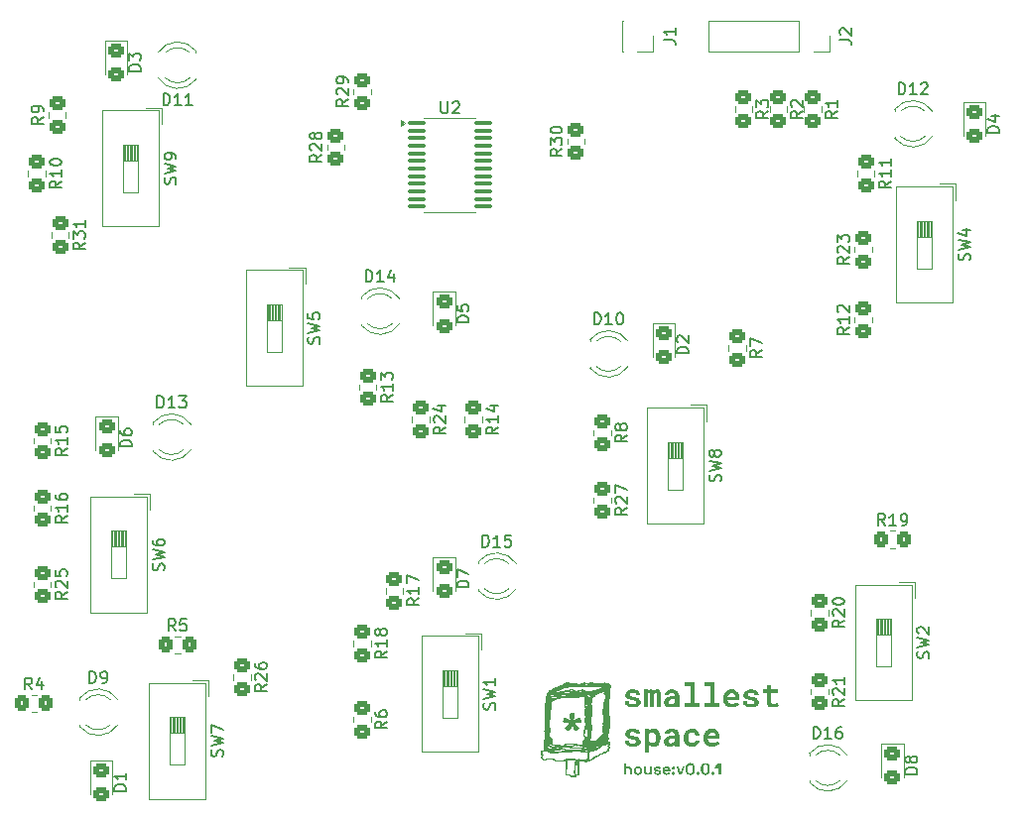
<source format=gto>
G04 #@! TF.GenerationSoftware,KiCad,Pcbnew,8.0.5*
G04 #@! TF.CreationDate,2024-11-10T14:51:54+09:00*
G04 #@! TF.ProjectId,house_controller_multiplex_breakout_board,686f7573-655f-4636-9f6e-74726f6c6c65,rev?*
G04 #@! TF.SameCoordinates,Original*
G04 #@! TF.FileFunction,Legend,Top*
G04 #@! TF.FilePolarity,Positive*
%FSLAX46Y46*%
G04 Gerber Fmt 4.6, Leading zero omitted, Abs format (unit mm)*
G04 Created by KiCad (PCBNEW 8.0.5) date 2024-11-10 14:51:54*
%MOMM*%
%LPD*%
G01*
G04 APERTURE LIST*
G04 Aperture macros list*
%AMRoundRect*
0 Rectangle with rounded corners*
0 $1 Rounding radius*
0 $2 $3 $4 $5 $6 $7 $8 $9 X,Y pos of 4 corners*
0 Add a 4 corners polygon primitive as box body*
4,1,4,$2,$3,$4,$5,$6,$7,$8,$9,$2,$3,0*
0 Add four circle primitives for the rounded corners*
1,1,$1+$1,$2,$3*
1,1,$1+$1,$4,$5*
1,1,$1+$1,$6,$7*
1,1,$1+$1,$8,$9*
0 Add four rect primitives between the rounded corners*
20,1,$1+$1,$2,$3,$4,$5,0*
20,1,$1+$1,$4,$5,$6,$7,0*
20,1,$1+$1,$6,$7,$8,$9,0*
20,1,$1+$1,$8,$9,$2,$3,0*%
G04 Aperture macros list end*
%ADD10C,0.304800*%
%ADD11C,0.175000*%
%ADD12C,0.150000*%
%ADD13C,0.000000*%
%ADD14C,0.120000*%
%ADD15RoundRect,0.250000X-0.450000X0.325000X-0.450000X-0.325000X0.450000X-0.325000X0.450000X0.325000X0*%
%ADD16RoundRect,0.250000X0.450000X-0.350000X0.450000X0.350000X-0.450000X0.350000X-0.450000X-0.350000X0*%
%ADD17R,1.600000X1.600000*%
%ADD18O,1.600000X1.600000*%
%ADD19RoundRect,0.250000X-0.450000X0.350000X-0.450000X-0.350000X0.450000X-0.350000X0.450000X0.350000X0*%
%ADD20R,1.800000X1.800000*%
%ADD21C,1.800000*%
%ADD22R,1.700000X1.700000*%
%ADD23O,1.700000X1.700000*%
%ADD24C,2.500000*%
%ADD25RoundRect,0.250000X-0.350000X-0.450000X0.350000X-0.450000X0.350000X0.450000X-0.350000X0.450000X0*%
%ADD26RoundRect,0.100000X-0.637500X-0.100000X0.637500X-0.100000X0.637500X0.100000X-0.637500X0.100000X0*%
G04 APERTURE END LIST*
D10*
G36*
X116152826Y-117892114D02*
G01*
X116135240Y-117955129D01*
X116083949Y-118005931D01*
X115992602Y-118041102D01*
X115894261Y-118053660D01*
X115862665Y-118054291D01*
X115764583Y-118046229D01*
X115742498Y-118042079D01*
X115650495Y-118008633D01*
X115638939Y-118002023D01*
X115566506Y-117935329D01*
X115564689Y-117932658D01*
X115532511Y-117839818D01*
X115531472Y-117828611D01*
X115167550Y-117828611D01*
X115181615Y-117930517D01*
X115212002Y-118009351D01*
X115267323Y-118094347D01*
X115338042Y-118165158D01*
X115343405Y-118169574D01*
X115427100Y-118226742D01*
X115519217Y-118270450D01*
X115558339Y-118284856D01*
X115660188Y-118311647D01*
X115763205Y-118325343D01*
X115854361Y-118328820D01*
X115956014Y-118324837D01*
X116059008Y-118311408D01*
X116130844Y-118295115D01*
X116225373Y-118263295D01*
X116314010Y-118219110D01*
X116342358Y-118200837D01*
X116419050Y-118135013D01*
X116476203Y-118057711D01*
X116513175Y-117964685D01*
X116523586Y-117875505D01*
X116511741Y-117775854D01*
X116476203Y-117690858D01*
X116411305Y-117610590D01*
X116344801Y-117557990D01*
X116253210Y-117509508D01*
X116159844Y-117474899D01*
X116145498Y-117470551D01*
X116048687Y-117444467D01*
X115945588Y-117422576D01*
X115895882Y-117413886D01*
X115796626Y-117395922D01*
X115742009Y-117381646D01*
X115651620Y-117342548D01*
X115647243Y-117339637D01*
X115597418Y-117289811D01*
X115583740Y-117228262D01*
X115599371Y-117166224D01*
X115645778Y-117114445D01*
X115730774Y-117075854D01*
X115827641Y-117062658D01*
X115853384Y-117062177D01*
X115950787Y-117071012D01*
X115993579Y-117082693D01*
X116080167Y-117131514D01*
X116086880Y-117137892D01*
X116123517Y-117196022D01*
X116136217Y-117265387D01*
X116518213Y-117265387D01*
X116506856Y-117166102D01*
X116472784Y-117074389D01*
X116417463Y-116992323D01*
X116342358Y-116921981D01*
X116253035Y-116868808D01*
X116162252Y-116832276D01*
X116131821Y-116822819D01*
X116034734Y-116800493D01*
X115928855Y-116788472D01*
X115853384Y-116786182D01*
X115754869Y-116790569D01*
X115655562Y-116805361D01*
X115586671Y-116823307D01*
X115490059Y-116860507D01*
X115401696Y-116911776D01*
X115385903Y-116923447D01*
X115313363Y-116991713D01*
X115259874Y-117070481D01*
X115224325Y-117167236D01*
X115215910Y-117246336D01*
X115229511Y-117345993D01*
X115258897Y-117413886D01*
X115322234Y-117493946D01*
X115379064Y-117541381D01*
X115463817Y-117593649D01*
X115557025Y-117634665D01*
X115563712Y-117637124D01*
X115662567Y-117668887D01*
X115762231Y-117694028D01*
X115802581Y-117702581D01*
X115901649Y-117722961D01*
X115972575Y-117741172D01*
X116064704Y-117774065D01*
X116081018Y-117782205D01*
X116136706Y-117831542D01*
X116152826Y-117892114D01*
G37*
G36*
X117111723Y-116813538D02*
G01*
X116783461Y-116813538D01*
X116783461Y-118300000D01*
X117131263Y-118300000D01*
X117131263Y-117187229D01*
X117145917Y-117154012D01*
X117165457Y-117128122D01*
X117199651Y-117104675D01*
X117243614Y-117096371D01*
X117284647Y-117102721D01*
X117319330Y-117123726D01*
X117341311Y-117166713D01*
X117349616Y-117236566D01*
X117349616Y-118300000D01*
X117686182Y-118300000D01*
X117686182Y-117203838D01*
X117686182Y-117177459D01*
X117686182Y-117165247D01*
X117702302Y-117138381D01*
X117724773Y-117116887D01*
X117756524Y-117102233D01*
X117796092Y-117096371D01*
X117836636Y-117102721D01*
X117871318Y-117123726D01*
X117895254Y-117168178D01*
X117904535Y-117238032D01*
X117904535Y-118300000D01*
X118252337Y-118300000D01*
X118252337Y-117239497D01*
X118247662Y-117138558D01*
X118230871Y-117040830D01*
X118227913Y-117029937D01*
X118190742Y-116934682D01*
X118161479Y-116889253D01*
X118087290Y-116825139D01*
X118058897Y-116811095D01*
X117962404Y-116787374D01*
X117933356Y-116786182D01*
X117834193Y-116799860D01*
X117753593Y-116837962D01*
X117700348Y-116884368D01*
X117657362Y-116943963D01*
X117627564Y-116882903D01*
X117587020Y-116836985D01*
X117515701Y-116798394D01*
X117422400Y-116786182D01*
X117323115Y-116800104D01*
X117240195Y-116841870D01*
X117169884Y-116912099D01*
X117122958Y-116993300D01*
X117111723Y-116813538D01*
G37*
G36*
X119227906Y-116787350D02*
G01*
X119331403Y-116797893D01*
X119428611Y-116819399D01*
X119450139Y-116825815D01*
X119543451Y-116863135D01*
X119630355Y-116916608D01*
X119640835Y-116924800D01*
X119710187Y-116994631D01*
X119763224Y-117079274D01*
X119777155Y-117110720D01*
X119803602Y-117206891D01*
X119811584Y-117306908D01*
X119811584Y-117944382D01*
X119814482Y-118040913D01*
X119826727Y-118142219D01*
X119836327Y-118184444D01*
X119870690Y-118276552D01*
X119870690Y-118300000D01*
X119483321Y-118300000D01*
X119459874Y-118236985D01*
X119443265Y-118161270D01*
X119370481Y-118225750D01*
X119365319Y-118229503D01*
X119280111Y-118278018D01*
X119263997Y-118285083D01*
X119168736Y-118314166D01*
X119137870Y-118319936D01*
X119038311Y-118327355D01*
X119031185Y-118327323D01*
X118928646Y-118319173D01*
X118828262Y-118294626D01*
X118750056Y-118260606D01*
X118664619Y-118202302D01*
X118610149Y-118146283D01*
X118557152Y-118061618D01*
X118529453Y-117981920D01*
X118518562Y-117883810D01*
X118518983Y-117860886D01*
X118519943Y-117853524D01*
X118900558Y-117853524D01*
X118914724Y-117926796D01*
X118957222Y-117983949D01*
X119025122Y-118019120D01*
X119119399Y-118032309D01*
X119126572Y-118032256D01*
X119226378Y-118018632D01*
X119315771Y-117982484D01*
X119384159Y-117932658D01*
X119429588Y-117875505D01*
X119429588Y-117620027D01*
X119234682Y-117620027D01*
X119181340Y-117621697D01*
X119081786Y-117637124D01*
X119070177Y-117640446D01*
X118979204Y-117684508D01*
X118919609Y-117759734D01*
X118900558Y-117853524D01*
X118519943Y-117853524D01*
X118532073Y-117760495D01*
X118566434Y-117664968D01*
X118572666Y-117653132D01*
X118631327Y-117572754D01*
X118711025Y-117507187D01*
X118733274Y-117493563D01*
X118827992Y-117449950D01*
X118924494Y-117421702D01*
X119016533Y-117404737D01*
X119117346Y-117394815D01*
X119216608Y-117391905D01*
X119429588Y-117391905D01*
X119429588Y-117303977D01*
X119412979Y-117209699D01*
X119363642Y-117137892D01*
X119277669Y-117089043D01*
X119257816Y-117083233D01*
X119157501Y-117071946D01*
X119153762Y-117071961D01*
X119053454Y-117086601D01*
X118981646Y-117126657D01*
X118945498Y-117183321D01*
X118933775Y-117255617D01*
X118551779Y-117255617D01*
X118561010Y-117168920D01*
X118593789Y-117075854D01*
X118645446Y-116995865D01*
X118716399Y-116925889D01*
X118731733Y-116914035D01*
X118817807Y-116861850D01*
X118912281Y-116823796D01*
X118980305Y-116805613D01*
X119079178Y-116790627D01*
X119178018Y-116786182D01*
X119227906Y-116787350D01*
G37*
G36*
X120314724Y-116189741D02*
G01*
X120314724Y-116501395D01*
X120759734Y-116501395D01*
X120759734Y-117989323D01*
X120314724Y-117989323D01*
X120314724Y-118300000D01*
X121571598Y-118300000D01*
X121571598Y-117989323D01*
X121145638Y-117989323D01*
X121145638Y-116189741D01*
X120314724Y-116189741D01*
G37*
G36*
X121995115Y-116189741D02*
G01*
X121995115Y-116501395D01*
X122440125Y-116501395D01*
X122440125Y-117989323D01*
X121995115Y-117989323D01*
X121995115Y-118300000D01*
X123251988Y-118300000D01*
X123251988Y-117989323D01*
X122826029Y-117989323D01*
X122826029Y-116189741D01*
X121995115Y-116189741D01*
G37*
G36*
X124362007Y-116790355D02*
G01*
X124461540Y-116806790D01*
X124560642Y-116838939D01*
X124613956Y-116864100D01*
X124696869Y-116916914D01*
X124774598Y-116987927D01*
X124815265Y-117038485D01*
X124866647Y-117123482D01*
X124906489Y-117219469D01*
X124932354Y-117315843D01*
X124947482Y-117418913D01*
X124951919Y-117518422D01*
X124951919Y-117680600D01*
X123943196Y-117680600D01*
X123943196Y-117684508D01*
X123956410Y-117736943D01*
X123992533Y-117828122D01*
X124006765Y-117851354D01*
X124073621Y-117926308D01*
X124104220Y-117950239D01*
X124193300Y-117996650D01*
X124241088Y-118010556D01*
X124340334Y-118021074D01*
X124361428Y-118020701D01*
X124464961Y-118007627D01*
X124558688Y-117978576D01*
X124571781Y-117973096D01*
X124660009Y-117921290D01*
X124730635Y-117850593D01*
X124921632Y-118056734D01*
X124861492Y-118125343D01*
X124781149Y-118189451D01*
X124690579Y-118243824D01*
X124618768Y-118276371D01*
X124518265Y-118306472D01*
X124421209Y-118322134D01*
X124316887Y-118327355D01*
X124306202Y-118327300D01*
X124202704Y-118320717D01*
X124105312Y-118303162D01*
X124005233Y-118271179D01*
X123929542Y-118236296D01*
X123845636Y-118184740D01*
X123764898Y-118117306D01*
X123717485Y-118067022D01*
X123657241Y-117983468D01*
X123610048Y-117890160D01*
X123581455Y-117806221D01*
X123562234Y-117709700D01*
X123555826Y-117608792D01*
X123555826Y-117554082D01*
X123555878Y-117543456D01*
X123562118Y-117440397D01*
X123566153Y-117416817D01*
X123950034Y-117416817D01*
X124576762Y-117416817D01*
X124576762Y-117386531D01*
X124576418Y-117371503D01*
X124554780Y-117272714D01*
X124550512Y-117262759D01*
X124494207Y-117178925D01*
X124484293Y-117169529D01*
X124399930Y-117117864D01*
X124371017Y-117107820D01*
X124271458Y-117094905D01*
X124251570Y-117095466D01*
X124153244Y-117117864D01*
X124140139Y-117123795D01*
X124059944Y-117182833D01*
X124045020Y-117199519D01*
X123991067Y-117284926D01*
X123976762Y-117319058D01*
X123950034Y-117416817D01*
X123566153Y-117416817D01*
X123578757Y-117343158D01*
X123609071Y-117242916D01*
X123642658Y-117166637D01*
X123692839Y-117081907D01*
X123759036Y-117000139D01*
X123809381Y-116952176D01*
X123893256Y-116890879D01*
X123987159Y-116842358D01*
X124071881Y-116812734D01*
X124170364Y-116792820D01*
X124274389Y-116786182D01*
X124362007Y-116790355D01*
G37*
G36*
X126235170Y-117892114D02*
G01*
X126217585Y-117955129D01*
X126166294Y-118005931D01*
X126074947Y-118041102D01*
X125976606Y-118053660D01*
X125945010Y-118054291D01*
X125846927Y-118046229D01*
X125824842Y-118042079D01*
X125732839Y-118008633D01*
X125721284Y-118002023D01*
X125648851Y-117935329D01*
X125647034Y-117932658D01*
X125614856Y-117839818D01*
X125613817Y-117828611D01*
X125249895Y-117828611D01*
X125263960Y-117930517D01*
X125294347Y-118009351D01*
X125349668Y-118094347D01*
X125420386Y-118165158D01*
X125425750Y-118169574D01*
X125509445Y-118226742D01*
X125601562Y-118270450D01*
X125640683Y-118284856D01*
X125742533Y-118311647D01*
X125845550Y-118325343D01*
X125936706Y-118328820D01*
X126038358Y-118324837D01*
X126141353Y-118311408D01*
X126213189Y-118295115D01*
X126307718Y-118263295D01*
X126396355Y-118219110D01*
X126424703Y-118200837D01*
X126501395Y-118135013D01*
X126558548Y-118057711D01*
X126595520Y-117964685D01*
X126605931Y-117875505D01*
X126594085Y-117775854D01*
X126558548Y-117690858D01*
X126493650Y-117610590D01*
X126427145Y-117557990D01*
X126335554Y-117509508D01*
X126242189Y-117474899D01*
X126227843Y-117470551D01*
X126131032Y-117444467D01*
X126027932Y-117422576D01*
X125978227Y-117413886D01*
X125878970Y-117395922D01*
X125824354Y-117381646D01*
X125733965Y-117342548D01*
X125729588Y-117339637D01*
X125679762Y-117289811D01*
X125666085Y-117228262D01*
X125681716Y-117166224D01*
X125728122Y-117114445D01*
X125813119Y-117075854D01*
X125909986Y-117062658D01*
X125935729Y-117062177D01*
X126033132Y-117071012D01*
X126075924Y-117082693D01*
X126162512Y-117131514D01*
X126169225Y-117137892D01*
X126205861Y-117196022D01*
X126218562Y-117265387D01*
X126600558Y-117265387D01*
X126589200Y-117166102D01*
X126555129Y-117074389D01*
X126499808Y-116992323D01*
X126424703Y-116921981D01*
X126335380Y-116868808D01*
X126244597Y-116832276D01*
X126214166Y-116822819D01*
X126117079Y-116800493D01*
X126011200Y-116788472D01*
X125935729Y-116786182D01*
X125837214Y-116790569D01*
X125737906Y-116805361D01*
X125669016Y-116823307D01*
X125572404Y-116860507D01*
X125484040Y-116911776D01*
X125468248Y-116923447D01*
X125395708Y-116991713D01*
X125342219Y-117070481D01*
X125306670Y-117167236D01*
X125298255Y-117246336D01*
X125311856Y-117345993D01*
X125341242Y-117413886D01*
X125404579Y-117493946D01*
X125461409Y-117541381D01*
X125546161Y-117593649D01*
X125639370Y-117634665D01*
X125646057Y-117637124D01*
X125744912Y-117668887D01*
X125844576Y-117694028D01*
X125884926Y-117702581D01*
X125983993Y-117722961D01*
X126054919Y-117741172D01*
X126147048Y-117774065D01*
X126163363Y-117782205D01*
X126219050Y-117831542D01*
X126235170Y-117892114D01*
G37*
G36*
X127657152Y-116449616D02*
G01*
X127275157Y-116449616D01*
X127275157Y-116813538D01*
X126935659Y-116813538D01*
X126935659Y-117094905D01*
X127275157Y-117094905D01*
X127275157Y-117770969D01*
X127280583Y-117875338D01*
X127298710Y-117975070D01*
X127313747Y-118023028D01*
X127357117Y-118113224D01*
X127419231Y-118191214D01*
X127423656Y-118195464D01*
X127506285Y-118258305D01*
X127593161Y-118296580D01*
X127691521Y-118319721D01*
X127792233Y-118328537D01*
X127814933Y-118328820D01*
X127915051Y-118324944D01*
X127943405Y-118322470D01*
X128042700Y-118310031D01*
X128069434Y-118305373D01*
X128166305Y-118282717D01*
X128183251Y-118277529D01*
X128274065Y-118238415D01*
X128276552Y-118236985D01*
X128239427Y-117974180D01*
X128176901Y-117988346D01*
X128099720Y-118000558D01*
X128010816Y-118011793D01*
X127920935Y-118015701D01*
X127820776Y-118004468D01*
X127811514Y-118002023D01*
X127728471Y-117955129D01*
X127675715Y-117869155D01*
X127658312Y-117772710D01*
X127657152Y-117733845D01*
X127657152Y-117094905D01*
X128212072Y-117094905D01*
X128212072Y-116813538D01*
X127657152Y-116813538D01*
X127657152Y-116449616D01*
G37*
G36*
X116152826Y-121252114D02*
G01*
X116135240Y-121315129D01*
X116083949Y-121365931D01*
X115992602Y-121401102D01*
X115894261Y-121413660D01*
X115862665Y-121414291D01*
X115764583Y-121406229D01*
X115742498Y-121402079D01*
X115650495Y-121368633D01*
X115638939Y-121362023D01*
X115566506Y-121295329D01*
X115564689Y-121292658D01*
X115532511Y-121199818D01*
X115531472Y-121188611D01*
X115167550Y-121188611D01*
X115181615Y-121290517D01*
X115212002Y-121369351D01*
X115267323Y-121454347D01*
X115338042Y-121525158D01*
X115343405Y-121529574D01*
X115427100Y-121586742D01*
X115519217Y-121630450D01*
X115558339Y-121644856D01*
X115660188Y-121671647D01*
X115763205Y-121685343D01*
X115854361Y-121688820D01*
X115956014Y-121684837D01*
X116059008Y-121671408D01*
X116130844Y-121655115D01*
X116225373Y-121623295D01*
X116314010Y-121579110D01*
X116342358Y-121560837D01*
X116419050Y-121495013D01*
X116476203Y-121417711D01*
X116513175Y-121324685D01*
X116523586Y-121235505D01*
X116511741Y-121135854D01*
X116476203Y-121050858D01*
X116411305Y-120970590D01*
X116344801Y-120917990D01*
X116253210Y-120869508D01*
X116159844Y-120834899D01*
X116145498Y-120830551D01*
X116048687Y-120804467D01*
X115945588Y-120782576D01*
X115895882Y-120773886D01*
X115796626Y-120755922D01*
X115742009Y-120741646D01*
X115651620Y-120702548D01*
X115647243Y-120699637D01*
X115597418Y-120649811D01*
X115583740Y-120588262D01*
X115599371Y-120526224D01*
X115645778Y-120474445D01*
X115730774Y-120435854D01*
X115827641Y-120422658D01*
X115853384Y-120422177D01*
X115950787Y-120431012D01*
X115993579Y-120442693D01*
X116080167Y-120491514D01*
X116086880Y-120497892D01*
X116123517Y-120556022D01*
X116136217Y-120625387D01*
X116518213Y-120625387D01*
X116506856Y-120526102D01*
X116472784Y-120434389D01*
X116417463Y-120352323D01*
X116342358Y-120281981D01*
X116253035Y-120228808D01*
X116162252Y-120192276D01*
X116131821Y-120182819D01*
X116034734Y-120160493D01*
X115928855Y-120148472D01*
X115853384Y-120146182D01*
X115754869Y-120150569D01*
X115655562Y-120165361D01*
X115586671Y-120183307D01*
X115490059Y-120220507D01*
X115401696Y-120271776D01*
X115385903Y-120283447D01*
X115313363Y-120351713D01*
X115259874Y-120430481D01*
X115224325Y-120527236D01*
X115215910Y-120606336D01*
X115229511Y-120705993D01*
X115258897Y-120773886D01*
X115322234Y-120853946D01*
X115379064Y-120901381D01*
X115463817Y-120953649D01*
X115557025Y-120994665D01*
X115563712Y-120997124D01*
X115662567Y-121028887D01*
X115762231Y-121054028D01*
X115802581Y-121062581D01*
X115901649Y-121082961D01*
X115972575Y-121101172D01*
X116064704Y-121134065D01*
X116081018Y-121142205D01*
X116136706Y-121191542D01*
X116152826Y-121252114D01*
G37*
G36*
X117678865Y-120148089D02*
G01*
X117783180Y-120165298D01*
X117876692Y-120200404D01*
X117909886Y-120218434D01*
X117993822Y-120280464D01*
X118059874Y-120353300D01*
X118094312Y-120406057D01*
X118137726Y-120494351D01*
X118171249Y-120593635D01*
X118192941Y-120692811D01*
X118205630Y-120798914D01*
X118209351Y-120901381D01*
X118209351Y-120930690D01*
X118205677Y-121029551D01*
X118193152Y-121133230D01*
X118171737Y-121231598D01*
X118153598Y-121290445D01*
X118114672Y-121382735D01*
X118061339Y-121470467D01*
X118032276Y-121507023D01*
X117960941Y-121575624D01*
X117878157Y-121629713D01*
X117829027Y-121652173D01*
X117729970Y-121679249D01*
X117629518Y-121687355D01*
X117593340Y-121686378D01*
X117493230Y-121671723D01*
X117470092Y-121665329D01*
X117376971Y-121625317D01*
X117315910Y-121583307D01*
X117261688Y-121531039D01*
X117261688Y-122231528D01*
X116879692Y-122231528D01*
X116879692Y-120606336D01*
X117261688Y-120606336D01*
X117261688Y-121227201D01*
X117304675Y-121292170D01*
X117363293Y-121341018D01*
X117436078Y-121370816D01*
X117528401Y-121381074D01*
X117571884Y-121378253D01*
X117666154Y-121345415D01*
X117696603Y-121323270D01*
X117758967Y-121247718D01*
X117782964Y-121198739D01*
X117810746Y-121104591D01*
X117822100Y-121030914D01*
X117827355Y-120930690D01*
X117827355Y-120901381D01*
X117824533Y-120827509D01*
X117810258Y-120726503D01*
X117797759Y-120677569D01*
X117757501Y-120584354D01*
X117737687Y-120556358D01*
X117663224Y-120491053D01*
X117625423Y-120472764D01*
X117525471Y-120456371D01*
X117439986Y-120465163D01*
X117370132Y-120491053D01*
X117307606Y-120538925D01*
X117261688Y-120606336D01*
X116879692Y-120606336D01*
X116879692Y-120173538D01*
X117232868Y-120173538D01*
X117246545Y-120319106D01*
X117312491Y-120252672D01*
X117389183Y-120200893D01*
X117404992Y-120193088D01*
X117498604Y-120160837D01*
X117529165Y-120154426D01*
X117627076Y-120146182D01*
X117678865Y-120148089D01*
G37*
G36*
X119227906Y-120147350D02*
G01*
X119331403Y-120157893D01*
X119428611Y-120179399D01*
X119450139Y-120185815D01*
X119543451Y-120223135D01*
X119630355Y-120276608D01*
X119640835Y-120284800D01*
X119710187Y-120354631D01*
X119763224Y-120439274D01*
X119777155Y-120470720D01*
X119803602Y-120566891D01*
X119811584Y-120666908D01*
X119811584Y-121304382D01*
X119814482Y-121400913D01*
X119826727Y-121502219D01*
X119836327Y-121544444D01*
X119870690Y-121636552D01*
X119870690Y-121660000D01*
X119483321Y-121660000D01*
X119459874Y-121596985D01*
X119443265Y-121521270D01*
X119370481Y-121585750D01*
X119365319Y-121589503D01*
X119280111Y-121638018D01*
X119263997Y-121645083D01*
X119168736Y-121674166D01*
X119137870Y-121679936D01*
X119038311Y-121687355D01*
X119031185Y-121687323D01*
X118928646Y-121679173D01*
X118828262Y-121654626D01*
X118750056Y-121620606D01*
X118664619Y-121562302D01*
X118610149Y-121506283D01*
X118557152Y-121421618D01*
X118529453Y-121341920D01*
X118518562Y-121243810D01*
X118518983Y-121220886D01*
X118519943Y-121213524D01*
X118900558Y-121213524D01*
X118914724Y-121286796D01*
X118957222Y-121343949D01*
X119025122Y-121379120D01*
X119119399Y-121392309D01*
X119126572Y-121392256D01*
X119226378Y-121378632D01*
X119315771Y-121342484D01*
X119384159Y-121292658D01*
X119429588Y-121235505D01*
X119429588Y-120980027D01*
X119234682Y-120980027D01*
X119181340Y-120981697D01*
X119081786Y-120997124D01*
X119070177Y-121000446D01*
X118979204Y-121044508D01*
X118919609Y-121119734D01*
X118900558Y-121213524D01*
X118519943Y-121213524D01*
X118532073Y-121120495D01*
X118566434Y-121024968D01*
X118572666Y-121013132D01*
X118631327Y-120932754D01*
X118711025Y-120867187D01*
X118733274Y-120853563D01*
X118827992Y-120809950D01*
X118924494Y-120781702D01*
X119016533Y-120764737D01*
X119117346Y-120754815D01*
X119216608Y-120751905D01*
X119429588Y-120751905D01*
X119429588Y-120663977D01*
X119412979Y-120569699D01*
X119363642Y-120497892D01*
X119277669Y-120449043D01*
X119257816Y-120443233D01*
X119157501Y-120431946D01*
X119153762Y-120431961D01*
X119053454Y-120446601D01*
X118981646Y-120486657D01*
X118945498Y-120543321D01*
X118933775Y-120615617D01*
X118551779Y-120615617D01*
X118561010Y-120528920D01*
X118593789Y-120435854D01*
X118645446Y-120355865D01*
X118716399Y-120285889D01*
X118731733Y-120274035D01*
X118817807Y-120221850D01*
X118912281Y-120183796D01*
X118980305Y-120165613D01*
X119079178Y-120150627D01*
X119178018Y-120146182D01*
X119227906Y-120147350D01*
G37*
G36*
X120893091Y-121382540D02*
G01*
X120794994Y-121369452D01*
X120741172Y-121345415D01*
X120668374Y-121279178D01*
X120646894Y-121246252D01*
X120608252Y-121154171D01*
X120597557Y-121106057D01*
X120586137Y-121008105D01*
X120583879Y-120938506D01*
X120583879Y-120897473D01*
X120588874Y-120798434D01*
X120598046Y-120732854D01*
X120626326Y-120635701D01*
X120648360Y-120591193D01*
X120710383Y-120514884D01*
X120741660Y-120492030D01*
X120837940Y-120458531D01*
X120891625Y-120454905D01*
X120989011Y-120470207D01*
X121005443Y-120476399D01*
X121090136Y-120529149D01*
X121094836Y-120533551D01*
X121149803Y-120615478D01*
X121151011Y-120618548D01*
X121167898Y-120716207D01*
X121167620Y-120723084D01*
X121527634Y-120723084D01*
X121521792Y-120620115D01*
X121497108Y-120518601D01*
X121483670Y-120484703D01*
X121435865Y-120397415D01*
X121373662Y-120321907D01*
X121353244Y-120302498D01*
X121272702Y-120243887D01*
X121179817Y-120197992D01*
X121151011Y-120187215D01*
X121052768Y-120160648D01*
X120947752Y-120147625D01*
X120896999Y-120146182D01*
X120793892Y-120151954D01*
X120689841Y-120171637D01*
X120595603Y-120205289D01*
X120504058Y-120255367D01*
X120424328Y-120317671D01*
X120377739Y-120366001D01*
X120317975Y-120447151D01*
X120270577Y-120538192D01*
X120245847Y-120604382D01*
X120220817Y-120700504D01*
X120206177Y-120801474D01*
X120201884Y-120897473D01*
X120201884Y-120938506D01*
X120207136Y-121043942D01*
X120222894Y-121144645D01*
X120246336Y-121232086D01*
X120286086Y-121329722D01*
X120337927Y-121417466D01*
X120379204Y-121470467D01*
X120450233Y-121540626D01*
X120533627Y-121598695D01*
X120596092Y-121630690D01*
X120690839Y-121663786D01*
X120795745Y-121683143D01*
X120899930Y-121688820D01*
X121001423Y-121682129D01*
X121098724Y-121662055D01*
X121142219Y-121648276D01*
X121237241Y-121606909D01*
X121321417Y-121553761D01*
X121343475Y-121536413D01*
X121416590Y-121463540D01*
X121473820Y-121378647D01*
X121480251Y-121366420D01*
X121515721Y-121269805D01*
X121527792Y-121165892D01*
X121527634Y-121151486D01*
X121167620Y-121151486D01*
X121149057Y-121246741D01*
X121089462Y-121319036D01*
X121000069Y-121365931D01*
X120903577Y-121382394D01*
X120893091Y-121382540D01*
G37*
G36*
X122681616Y-120150355D02*
G01*
X122781149Y-120166790D01*
X122880251Y-120198939D01*
X122933565Y-120224100D01*
X123016478Y-120276914D01*
X123094207Y-120347927D01*
X123134874Y-120398485D01*
X123186256Y-120483482D01*
X123226099Y-120579469D01*
X123251963Y-120675843D01*
X123267091Y-120778913D01*
X123271528Y-120878422D01*
X123271528Y-121040600D01*
X122262805Y-121040600D01*
X122262805Y-121044508D01*
X122276019Y-121096943D01*
X122312142Y-121188122D01*
X122326374Y-121211354D01*
X122393230Y-121286308D01*
X122423829Y-121310239D01*
X122512909Y-121356650D01*
X122560698Y-121370556D01*
X122659944Y-121381074D01*
X122681037Y-121380701D01*
X122784570Y-121367627D01*
X122878297Y-121338576D01*
X122891390Y-121333096D01*
X122979618Y-121281290D01*
X123050244Y-121210593D01*
X123241242Y-121416734D01*
X123181101Y-121485343D01*
X123100758Y-121549451D01*
X123010188Y-121603824D01*
X122938377Y-121636371D01*
X122837875Y-121666472D01*
X122740819Y-121682134D01*
X122636496Y-121687355D01*
X122625811Y-121687300D01*
X122522313Y-121680717D01*
X122424921Y-121663162D01*
X122324842Y-121631179D01*
X122249151Y-121596296D01*
X122165245Y-121544740D01*
X122084508Y-121477306D01*
X122037094Y-121427022D01*
X121976850Y-121343468D01*
X121929658Y-121250160D01*
X121901064Y-121166221D01*
X121881843Y-121069700D01*
X121875436Y-120968792D01*
X121875436Y-120914082D01*
X121875488Y-120903456D01*
X121881727Y-120800397D01*
X121885762Y-120776817D01*
X122269644Y-120776817D01*
X122896371Y-120776817D01*
X122896371Y-120746531D01*
X122896027Y-120731503D01*
X122874389Y-120632714D01*
X122870121Y-120622759D01*
X122813817Y-120538925D01*
X122803902Y-120529529D01*
X122719539Y-120477864D01*
X122690627Y-120467820D01*
X122591067Y-120454905D01*
X122571180Y-120455466D01*
X122472854Y-120477864D01*
X122459748Y-120483795D01*
X122379553Y-120542833D01*
X122364629Y-120559519D01*
X122310676Y-120644926D01*
X122296371Y-120679058D01*
X122269644Y-120776817D01*
X121885762Y-120776817D01*
X121898366Y-120703158D01*
X121928681Y-120602916D01*
X121962267Y-120526637D01*
X122012448Y-120441907D01*
X122078646Y-120360139D01*
X122128990Y-120312176D01*
X122212865Y-120250879D01*
X122306769Y-120202358D01*
X122391490Y-120172734D01*
X122489974Y-120152820D01*
X122593998Y-120146182D01*
X122681616Y-120150355D01*
G37*
D11*
G36*
X115097941Y-124080000D02*
G01*
X115097941Y-123100097D01*
X115274284Y-123100097D01*
X115274284Y-123471102D01*
X115299685Y-123471102D01*
X115328884Y-123431779D01*
X115334612Y-123426161D01*
X115376996Y-123397898D01*
X115398115Y-123389036D01*
X115446741Y-123377602D01*
X115495895Y-123374396D01*
X115499720Y-123374382D01*
X115548550Y-123378007D01*
X115597634Y-123390370D01*
X115641870Y-123411507D01*
X115683670Y-123443300D01*
X115717844Y-123482994D01*
X115736392Y-123513845D01*
X115755581Y-123561079D01*
X115766806Y-123613451D01*
X115770097Y-123665519D01*
X115770097Y-124080000D01*
X115593510Y-124080000D01*
X115593510Y-123679685D01*
X115588950Y-123630431D01*
X115571803Y-123584202D01*
X115554919Y-123562205D01*
X115511725Y-123533980D01*
X115462569Y-123523496D01*
X115445254Y-123522882D01*
X115393638Y-123529260D01*
X115347138Y-123550767D01*
X115318981Y-123576859D01*
X115293533Y-123618880D01*
X115279566Y-123665897D01*
X115274459Y-123715391D01*
X115274284Y-123727313D01*
X115274284Y-124080000D01*
X115097941Y-124080000D01*
G37*
G36*
X116340557Y-123368703D02*
G01*
X116394193Y-123377934D01*
X116444507Y-123393811D01*
X116476203Y-123408087D01*
X116519976Y-123434713D01*
X116558146Y-123467327D01*
X116590713Y-123505930D01*
X116606385Y-123529965D01*
X116629408Y-123577322D01*
X116644896Y-123629819D01*
X116652338Y-123680797D01*
X116654012Y-123721695D01*
X116654012Y-123743921D01*
X116651035Y-123797960D01*
X116642105Y-123847969D01*
X116624943Y-123899411D01*
X116606385Y-123935896D01*
X116576930Y-123977709D01*
X116541873Y-124013571D01*
X116501213Y-124043483D01*
X116476203Y-124057529D01*
X116428105Y-124077837D01*
X116376684Y-124091498D01*
X116328186Y-124098062D01*
X116290090Y-124099539D01*
X116239608Y-124096913D01*
X116185918Y-124087683D01*
X116135512Y-124071806D01*
X116103733Y-124057529D01*
X116060059Y-124030923D01*
X116021911Y-123998367D01*
X115989288Y-123959860D01*
X115973551Y-123935896D01*
X115950647Y-123888421D01*
X115935238Y-123835844D01*
X115927834Y-123784828D01*
X115926168Y-123743921D01*
X115926168Y-123725847D01*
X116102512Y-123725847D01*
X116102512Y-123739769D01*
X116106723Y-123791268D01*
X116121283Y-123840059D01*
X116149309Y-123883481D01*
X116155757Y-123890223D01*
X116195653Y-123920120D01*
X116242129Y-123937607D01*
X116290090Y-123942735D01*
X116342549Y-123936530D01*
X116388427Y-123917915D01*
X116424424Y-123890223D01*
X116454738Y-123848753D01*
X116471377Y-123801736D01*
X116477461Y-123751834D01*
X116477669Y-123739769D01*
X116477669Y-123725847D01*
X116473515Y-123674349D01*
X116459156Y-123625558D01*
X116431515Y-123582135D01*
X116425157Y-123575394D01*
X116385504Y-123545497D01*
X116338753Y-123528010D01*
X116290090Y-123522882D01*
X116237632Y-123529087D01*
X116191754Y-123547702D01*
X116155757Y-123575394D01*
X116125442Y-123616864D01*
X116108803Y-123663881D01*
X116102720Y-123713782D01*
X116102512Y-123725847D01*
X115926168Y-123725847D01*
X115926168Y-123721695D01*
X115929130Y-123667672D01*
X115938014Y-123617709D01*
X115955089Y-123566354D01*
X115973551Y-123529965D01*
X116003105Y-123488034D01*
X116038183Y-123452092D01*
X116078787Y-123422140D01*
X116103733Y-123408087D01*
X116151949Y-123387780D01*
X116203450Y-123374119D01*
X116251985Y-123367555D01*
X116290090Y-123366078D01*
X116340557Y-123368703D01*
G37*
G36*
X117081193Y-124091235D02*
G01*
X117032339Y-124087609D01*
X116983174Y-124075246D01*
X116938799Y-124054110D01*
X116896999Y-124022248D01*
X116862824Y-123982348D01*
X116844277Y-123951284D01*
X116825227Y-123903666D01*
X116814084Y-123851488D01*
X116810816Y-123800097D01*
X116810816Y-123385617D01*
X116987404Y-123385617D01*
X116987404Y-123785931D01*
X116991935Y-123835215D01*
X117008973Y-123881552D01*
X117025750Y-123903656D01*
X117069119Y-123931706D01*
X117118341Y-123942124D01*
X117135659Y-123942735D01*
X117187246Y-123936386D01*
X117233649Y-123914976D01*
X117261688Y-123889002D01*
X117287136Y-123846841D01*
X117301103Y-123799748D01*
X117306210Y-123750227D01*
X117306385Y-123738304D01*
X117306385Y-123385617D01*
X117482972Y-123385617D01*
X117482972Y-124080000D01*
X117309316Y-124080000D01*
X117309316Y-123988897D01*
X117284159Y-123988897D01*
X117253813Y-124030146D01*
X117221144Y-124057773D01*
X117175777Y-124079438D01*
X117125111Y-124089143D01*
X117081193Y-124091235D01*
G37*
G36*
X117966573Y-124099539D02*
G01*
X117917366Y-124097478D01*
X117864298Y-124089865D01*
X117815906Y-124076641D01*
X117766325Y-124054659D01*
X117743824Y-124040921D01*
X117704760Y-124008345D01*
X117674275Y-123969480D01*
X117652370Y-123924325D01*
X117639043Y-123872882D01*
X117801465Y-123830872D01*
X117816629Y-123879258D01*
X117834193Y-123907808D01*
X117873226Y-123939857D01*
X117891591Y-123947864D01*
X117939420Y-123958202D01*
X117966573Y-123959588D01*
X118017191Y-123954811D01*
X118057431Y-123937850D01*
X118085571Y-123897624D01*
X118086985Y-123884117D01*
X118065480Y-123838917D01*
X118058897Y-123834291D01*
X118010926Y-123814885D01*
X117969504Y-123805715D01*
X117930181Y-123798632D01*
X117881614Y-123787819D01*
X117831988Y-123773194D01*
X117797069Y-123760286D01*
X117752161Y-123737179D01*
X117712544Y-123705443D01*
X117700593Y-123692386D01*
X117675715Y-123649530D01*
X117665089Y-123601112D01*
X117664200Y-123580279D01*
X117668917Y-123531522D01*
X117685500Y-123483896D01*
X117714023Y-123443921D01*
X117739672Y-123421521D01*
X117786009Y-123394720D01*
X117833492Y-123378260D01*
X117886897Y-123368731D01*
X117938485Y-123366078D01*
X117987467Y-123368555D01*
X118038838Y-123377455D01*
X118085294Y-123392827D01*
X118131681Y-123417857D01*
X118170864Y-123449533D01*
X118204476Y-123490711D01*
X118227641Y-123538186D01*
X118232554Y-123553656D01*
X118068667Y-123603970D01*
X118050371Y-123556152D01*
X118023237Y-123528499D01*
X117976863Y-123509737D01*
X117938485Y-123506029D01*
X117889378Y-123511593D01*
X117861549Y-123523614D01*
X117835160Y-123566078D01*
X117834926Y-123571730D01*
X117856431Y-123617251D01*
X117863014Y-123621556D01*
X117910755Y-123640027D01*
X117938485Y-123645980D01*
X117977808Y-123653063D01*
X118029949Y-123663731D01*
X118078569Y-123676592D01*
X118119713Y-123690188D01*
X118167114Y-123712107D01*
X118208334Y-123743015D01*
X118220586Y-123755889D01*
X118245964Y-123799039D01*
X118256804Y-123849404D01*
X118257711Y-123871416D01*
X118252765Y-123922906D01*
X118235377Y-123973423D01*
X118205469Y-124016097D01*
X118178576Y-124040188D01*
X118135742Y-124066154D01*
X118086130Y-124084701D01*
X118037160Y-124094844D01*
X117983000Y-124099307D01*
X117966573Y-124099539D01*
G37*
G36*
X118774925Y-123368917D02*
G01*
X118826587Y-123378899D01*
X118873998Y-123396068D01*
X118903244Y-123411507D01*
X118943168Y-123439843D01*
X118981274Y-123477853D01*
X119009940Y-123517936D01*
X119020969Y-123537536D01*
X119041277Y-123584804D01*
X119054938Y-123636205D01*
X119061502Y-123685367D01*
X119062979Y-123724382D01*
X119062979Y-123784710D01*
X118557397Y-123784710D01*
X118566258Y-123834490D01*
X118590896Y-123880046D01*
X118610642Y-123900969D01*
X118651686Y-123928206D01*
X118698981Y-123942872D01*
X118733984Y-123945666D01*
X118783993Y-123941132D01*
X118831048Y-123922714D01*
X118842916Y-123913426D01*
X118877151Y-123874992D01*
X118896406Y-123842107D01*
X119040509Y-123917578D01*
X119012963Y-123960528D01*
X118983845Y-123996713D01*
X118946639Y-124031681D01*
X118903634Y-124059799D01*
X118884926Y-124069497D01*
X118838657Y-124086601D01*
X118789732Y-124095989D01*
X118740112Y-124099422D01*
X118728367Y-124099539D01*
X118678114Y-124096791D01*
X118625228Y-124087131D01*
X118576207Y-124070516D01*
X118545673Y-124055575D01*
X118503922Y-124027849D01*
X118467697Y-123994404D01*
X118436998Y-123955240D01*
X118422330Y-123931011D01*
X118401078Y-123883413D01*
X118386781Y-123831294D01*
X118379912Y-123781171D01*
X118378367Y-123741235D01*
X118378367Y-123724382D01*
X118381068Y-123671595D01*
X118384122Y-123653063D01*
X118558862Y-123653063D01*
X118883705Y-123653063D01*
X118871684Y-123604857D01*
X118843033Y-123563377D01*
X118835345Y-123556343D01*
X118792990Y-123531465D01*
X118744786Y-123520839D01*
X118723970Y-123519951D01*
X118674603Y-123525068D01*
X118627426Y-123543975D01*
X118610642Y-123556343D01*
X118578341Y-123595720D01*
X118560977Y-123641962D01*
X118558862Y-123653063D01*
X118384122Y-123653063D01*
X118389174Y-123622411D01*
X118404753Y-123571384D01*
X118421598Y-123534849D01*
X118448815Y-123492410D01*
X118481558Y-123455766D01*
X118519827Y-123424919D01*
X118543475Y-123410286D01*
X118589566Y-123388916D01*
X118639637Y-123374539D01*
X118693688Y-123367157D01*
X118725436Y-123366078D01*
X118774925Y-123368917D01*
G37*
G36*
X119330181Y-124099539D02*
G01*
X119281029Y-124091328D01*
X119237356Y-124064469D01*
X119234926Y-124062170D01*
X119206167Y-124019488D01*
X119196618Y-123969825D01*
X119196580Y-123966182D01*
X119205006Y-123916126D01*
X119232567Y-123873024D01*
X119234926Y-123870683D01*
X119278035Y-123842840D01*
X119326657Y-123833595D01*
X119330181Y-123833558D01*
X119379171Y-123841823D01*
X119422318Y-123868858D01*
X119424703Y-123871172D01*
X119453096Y-123913792D01*
X119462524Y-123963287D01*
X119462561Y-123966915D01*
X119454242Y-124016972D01*
X119427032Y-124060073D01*
X119424703Y-124062414D01*
X119382144Y-124090258D01*
X119333704Y-124099503D01*
X119330181Y-124099539D01*
G37*
G36*
X119330181Y-123630593D02*
G01*
X119281029Y-123622382D01*
X119237356Y-123595523D01*
X119234926Y-123593224D01*
X119206167Y-123550542D01*
X119196618Y-123500879D01*
X119196580Y-123497236D01*
X119205006Y-123447179D01*
X119232567Y-123404078D01*
X119234926Y-123401737D01*
X119278035Y-123373893D01*
X119326657Y-123364648D01*
X119330181Y-123364612D01*
X119379171Y-123372877D01*
X119422318Y-123399911D01*
X119424703Y-123402226D01*
X119453096Y-123444846D01*
X119462524Y-123494341D01*
X119462561Y-123497969D01*
X119454242Y-123548025D01*
X119427032Y-123591127D01*
X119424703Y-123593468D01*
X119382144Y-123621311D01*
X119333704Y-123630556D01*
X119330181Y-123630593D01*
G37*
G36*
X119781542Y-124080000D02*
G01*
X119560502Y-123385617D01*
X119748080Y-123385617D01*
X119909036Y-123951284D01*
X119934193Y-123951284D01*
X120095150Y-123385617D01*
X120282728Y-123385617D01*
X120061688Y-124080000D01*
X119781542Y-124080000D01*
G37*
G36*
X120811510Y-123082729D02*
G01*
X120861047Y-123089974D01*
X120915928Y-123105043D01*
X120965828Y-123127068D01*
X121010747Y-123156048D01*
X121037927Y-123179232D01*
X121073370Y-123219403D01*
X121101480Y-123265911D01*
X121122257Y-123318757D01*
X121133969Y-123367635D01*
X121140589Y-123420914D01*
X121142219Y-123466706D01*
X121142219Y-123713147D01*
X121139672Y-123771569D01*
X121132034Y-123825174D01*
X121119303Y-123873961D01*
X121097304Y-123926145D01*
X121067972Y-123971391D01*
X121037927Y-124003796D01*
X120996327Y-124036333D01*
X120949748Y-124062139D01*
X120898188Y-124081213D01*
X120841647Y-124093555D01*
X120790726Y-124098697D01*
X120758513Y-124099539D01*
X120705921Y-124097201D01*
X120656680Y-124090189D01*
X120602015Y-124075603D01*
X120552175Y-124054285D01*
X120507161Y-124026236D01*
X120479832Y-124003796D01*
X120444223Y-123964331D01*
X120415982Y-123917929D01*
X120395107Y-123864589D01*
X120383340Y-123814839D01*
X120376689Y-123760270D01*
X120375052Y-123713147D01*
X120375052Y-123466706D01*
X120375426Y-123458401D01*
X120554082Y-123458401D01*
X120554082Y-123718764D01*
X120557272Y-123770635D01*
X120568489Y-123820743D01*
X120590423Y-123866176D01*
X120605129Y-123884849D01*
X120646394Y-123916276D01*
X120694327Y-123933526D01*
X120745950Y-123939833D01*
X120758513Y-123940048D01*
X120807560Y-123936461D01*
X120859123Y-123921888D01*
X120903335Y-123892909D01*
X120913119Y-123882651D01*
X120941486Y-123837390D01*
X120957057Y-123786175D01*
X120962750Y-123731884D01*
X120962944Y-123718764D01*
X120962944Y-123458401D01*
X120959479Y-123407828D01*
X120947297Y-123358779D01*
X120923474Y-123314023D01*
X120907501Y-123295491D01*
X120864992Y-123263926D01*
X120818433Y-123246600D01*
X120764337Y-123240102D01*
X120758513Y-123240048D01*
X120707607Y-123244589D01*
X120658930Y-123260283D01*
X120614973Y-123290495D01*
X120608060Y-123297445D01*
X120579595Y-123337827D01*
X120561672Y-123387224D01*
X120554556Y-123439390D01*
X120554082Y-123458401D01*
X120375426Y-123458401D01*
X120377610Y-123409906D01*
X120385284Y-123357507D01*
X120398075Y-123309509D01*
X120420177Y-123257720D01*
X120449646Y-123212268D01*
X120479832Y-123179232D01*
X120521629Y-123145615D01*
X120568252Y-123118954D01*
X120619700Y-123099247D01*
X120675974Y-123086496D01*
X120726556Y-123081183D01*
X120758513Y-123080314D01*
X120811510Y-123082729D01*
G37*
G36*
X121404291Y-124099539D02*
G01*
X121355140Y-124091328D01*
X121311466Y-124064469D01*
X121309036Y-124062170D01*
X121280277Y-124019488D01*
X121270728Y-123969825D01*
X121270690Y-123966182D01*
X121279116Y-123916126D01*
X121306677Y-123873024D01*
X121309036Y-123870683D01*
X121352145Y-123842840D01*
X121400767Y-123833595D01*
X121404291Y-123833558D01*
X121453282Y-123841823D01*
X121496429Y-123868858D01*
X121498813Y-123871172D01*
X121527206Y-123913792D01*
X121536634Y-123963287D01*
X121536671Y-123966915D01*
X121528352Y-124016972D01*
X121501142Y-124060073D01*
X121498813Y-124062414D01*
X121456254Y-124090258D01*
X121407814Y-124099503D01*
X121404291Y-124099539D01*
G37*
G36*
X122102089Y-123082729D02*
G01*
X122151627Y-123089974D01*
X122206507Y-123105043D01*
X122256407Y-123127068D01*
X122301326Y-123156048D01*
X122328506Y-123179232D01*
X122363949Y-123219403D01*
X122392059Y-123265911D01*
X122412836Y-123318757D01*
X122424548Y-123367635D01*
X122431168Y-123420914D01*
X122432798Y-123466706D01*
X122432798Y-123713147D01*
X122430252Y-123771569D01*
X122422613Y-123825174D01*
X122409882Y-123873961D01*
X122387883Y-123926145D01*
X122358551Y-123971391D01*
X122328506Y-124003796D01*
X122286907Y-124036333D01*
X122240327Y-124062139D01*
X122188767Y-124081213D01*
X122132226Y-124093555D01*
X122081305Y-124098697D01*
X122049092Y-124099539D01*
X121996500Y-124097201D01*
X121947259Y-124090189D01*
X121892594Y-124075603D01*
X121842754Y-124054285D01*
X121797740Y-124026236D01*
X121770411Y-124003796D01*
X121734802Y-123964331D01*
X121706561Y-123917929D01*
X121685687Y-123864589D01*
X121673919Y-123814839D01*
X121667268Y-123760270D01*
X121665631Y-123713147D01*
X121665631Y-123466706D01*
X121666005Y-123458401D01*
X121844661Y-123458401D01*
X121844661Y-123718764D01*
X121847851Y-123770635D01*
X121859068Y-123820743D01*
X121881002Y-123866176D01*
X121895708Y-123884849D01*
X121936973Y-123916276D01*
X121984906Y-123933526D01*
X122036529Y-123939833D01*
X122049092Y-123940048D01*
X122098139Y-123936461D01*
X122149702Y-123921888D01*
X122193914Y-123892909D01*
X122203698Y-123882651D01*
X122232066Y-123837390D01*
X122247636Y-123786175D01*
X122253329Y-123731884D01*
X122253524Y-123718764D01*
X122253524Y-123458401D01*
X122250058Y-123407828D01*
X122237876Y-123358779D01*
X122214053Y-123314023D01*
X122198080Y-123295491D01*
X122155571Y-123263926D01*
X122109012Y-123246600D01*
X122054916Y-123240102D01*
X122049092Y-123240048D01*
X121998186Y-123244589D01*
X121949509Y-123260283D01*
X121905552Y-123290495D01*
X121898639Y-123297445D01*
X121870174Y-123337827D01*
X121852252Y-123387224D01*
X121845135Y-123439390D01*
X121844661Y-123458401D01*
X121666005Y-123458401D01*
X121668189Y-123409906D01*
X121675863Y-123357507D01*
X121688654Y-123309509D01*
X121710756Y-123257720D01*
X121740226Y-123212268D01*
X121770411Y-123179232D01*
X121812208Y-123145615D01*
X121858831Y-123118954D01*
X121910279Y-123099247D01*
X121966553Y-123086496D01*
X122017135Y-123081183D01*
X122049092Y-123080314D01*
X122102089Y-123082729D01*
G37*
G36*
X122694870Y-124099539D02*
G01*
X122645719Y-124091328D01*
X122602045Y-124064469D01*
X122599616Y-124062170D01*
X122570856Y-124019488D01*
X122561307Y-123969825D01*
X122561270Y-123966182D01*
X122569695Y-123916126D01*
X122597257Y-123873024D01*
X122599616Y-123870683D01*
X122642725Y-123842840D01*
X122691347Y-123833595D01*
X122694870Y-123833558D01*
X122743861Y-123841823D01*
X122787008Y-123868858D01*
X122789392Y-123871172D01*
X122817786Y-123913792D01*
X122827213Y-123963287D01*
X122827250Y-123966915D01*
X122818932Y-124016972D01*
X122791722Y-124060073D01*
X122789392Y-124062414D01*
X122746833Y-124090258D01*
X122698394Y-124099503D01*
X122694870Y-124099539D01*
G37*
G36*
X123190683Y-124080000D02*
G01*
X123190683Y-123231500D01*
X123165526Y-123231500D01*
X123033879Y-123542421D01*
X122846301Y-123542421D01*
X123046336Y-123100097D01*
X123369958Y-123100097D01*
X123369958Y-124080000D01*
X123190683Y-124080000D01*
G37*
D12*
X73854819Y-63988094D02*
X72854819Y-63988094D01*
X72854819Y-63988094D02*
X72854819Y-63749999D01*
X72854819Y-63749999D02*
X72902438Y-63607142D01*
X72902438Y-63607142D02*
X72997676Y-63511904D01*
X72997676Y-63511904D02*
X73092914Y-63464285D01*
X73092914Y-63464285D02*
X73283390Y-63416666D01*
X73283390Y-63416666D02*
X73426247Y-63416666D01*
X73426247Y-63416666D02*
X73616723Y-63464285D01*
X73616723Y-63464285D02*
X73711961Y-63511904D01*
X73711961Y-63511904D02*
X73807200Y-63607142D01*
X73807200Y-63607142D02*
X73854819Y-63749999D01*
X73854819Y-63749999D02*
X73854819Y-63988094D01*
X72854819Y-63083332D02*
X72854819Y-62464285D01*
X72854819Y-62464285D02*
X73235771Y-62797618D01*
X73235771Y-62797618D02*
X73235771Y-62654761D01*
X73235771Y-62654761D02*
X73283390Y-62559523D01*
X73283390Y-62559523D02*
X73331009Y-62511904D01*
X73331009Y-62511904D02*
X73426247Y-62464285D01*
X73426247Y-62464285D02*
X73664342Y-62464285D01*
X73664342Y-62464285D02*
X73759580Y-62511904D01*
X73759580Y-62511904D02*
X73807200Y-62559523D01*
X73807200Y-62559523D02*
X73854819Y-62654761D01*
X73854819Y-62654761D02*
X73854819Y-62940475D01*
X73854819Y-62940475D02*
X73807200Y-63035713D01*
X73807200Y-63035713D02*
X73759580Y-63083332D01*
X109804819Y-70642857D02*
X109328628Y-70976190D01*
X109804819Y-71214285D02*
X108804819Y-71214285D01*
X108804819Y-71214285D02*
X108804819Y-70833333D01*
X108804819Y-70833333D02*
X108852438Y-70738095D01*
X108852438Y-70738095D02*
X108900057Y-70690476D01*
X108900057Y-70690476D02*
X108995295Y-70642857D01*
X108995295Y-70642857D02*
X109138152Y-70642857D01*
X109138152Y-70642857D02*
X109233390Y-70690476D01*
X109233390Y-70690476D02*
X109281009Y-70738095D01*
X109281009Y-70738095D02*
X109328628Y-70833333D01*
X109328628Y-70833333D02*
X109328628Y-71214285D01*
X108804819Y-70309523D02*
X108804819Y-69690476D01*
X108804819Y-69690476D02*
X109185771Y-70023809D01*
X109185771Y-70023809D02*
X109185771Y-69880952D01*
X109185771Y-69880952D02*
X109233390Y-69785714D01*
X109233390Y-69785714D02*
X109281009Y-69738095D01*
X109281009Y-69738095D02*
X109376247Y-69690476D01*
X109376247Y-69690476D02*
X109614342Y-69690476D01*
X109614342Y-69690476D02*
X109709580Y-69738095D01*
X109709580Y-69738095D02*
X109757200Y-69785714D01*
X109757200Y-69785714D02*
X109804819Y-69880952D01*
X109804819Y-69880952D02*
X109804819Y-70166666D01*
X109804819Y-70166666D02*
X109757200Y-70261904D01*
X109757200Y-70261904D02*
X109709580Y-70309523D01*
X108804819Y-69071428D02*
X108804819Y-68976190D01*
X108804819Y-68976190D02*
X108852438Y-68880952D01*
X108852438Y-68880952D02*
X108900057Y-68833333D01*
X108900057Y-68833333D02*
X108995295Y-68785714D01*
X108995295Y-68785714D02*
X109185771Y-68738095D01*
X109185771Y-68738095D02*
X109423866Y-68738095D01*
X109423866Y-68738095D02*
X109614342Y-68785714D01*
X109614342Y-68785714D02*
X109709580Y-68833333D01*
X109709580Y-68833333D02*
X109757200Y-68880952D01*
X109757200Y-68880952D02*
X109804819Y-68976190D01*
X109804819Y-68976190D02*
X109804819Y-69071428D01*
X109804819Y-69071428D02*
X109757200Y-69166666D01*
X109757200Y-69166666D02*
X109709580Y-69214285D01*
X109709580Y-69214285D02*
X109614342Y-69261904D01*
X109614342Y-69261904D02*
X109423866Y-69309523D01*
X109423866Y-69309523D02*
X109185771Y-69309523D01*
X109185771Y-69309523D02*
X108995295Y-69261904D01*
X108995295Y-69261904D02*
X108900057Y-69214285D01*
X108900057Y-69214285D02*
X108852438Y-69166666D01*
X108852438Y-69166666D02*
X108804819Y-69071428D01*
X144577200Y-80143332D02*
X144624819Y-80000475D01*
X144624819Y-80000475D02*
X144624819Y-79762380D01*
X144624819Y-79762380D02*
X144577200Y-79667142D01*
X144577200Y-79667142D02*
X144529580Y-79619523D01*
X144529580Y-79619523D02*
X144434342Y-79571904D01*
X144434342Y-79571904D02*
X144339104Y-79571904D01*
X144339104Y-79571904D02*
X144243866Y-79619523D01*
X144243866Y-79619523D02*
X144196247Y-79667142D01*
X144196247Y-79667142D02*
X144148628Y-79762380D01*
X144148628Y-79762380D02*
X144101009Y-79952856D01*
X144101009Y-79952856D02*
X144053390Y-80048094D01*
X144053390Y-80048094D02*
X144005771Y-80095713D01*
X144005771Y-80095713D02*
X143910533Y-80143332D01*
X143910533Y-80143332D02*
X143815295Y-80143332D01*
X143815295Y-80143332D02*
X143720057Y-80095713D01*
X143720057Y-80095713D02*
X143672438Y-80048094D01*
X143672438Y-80048094D02*
X143624819Y-79952856D01*
X143624819Y-79952856D02*
X143624819Y-79714761D01*
X143624819Y-79714761D02*
X143672438Y-79571904D01*
X143624819Y-79238570D02*
X144624819Y-79000475D01*
X144624819Y-79000475D02*
X143910533Y-78809999D01*
X143910533Y-78809999D02*
X144624819Y-78619523D01*
X144624819Y-78619523D02*
X143624819Y-78381428D01*
X143958152Y-77571904D02*
X144624819Y-77571904D01*
X143577200Y-77809999D02*
X144291485Y-78048094D01*
X144291485Y-78048094D02*
X144291485Y-77429047D01*
X89304819Y-71142857D02*
X88828628Y-71476190D01*
X89304819Y-71714285D02*
X88304819Y-71714285D01*
X88304819Y-71714285D02*
X88304819Y-71333333D01*
X88304819Y-71333333D02*
X88352438Y-71238095D01*
X88352438Y-71238095D02*
X88400057Y-71190476D01*
X88400057Y-71190476D02*
X88495295Y-71142857D01*
X88495295Y-71142857D02*
X88638152Y-71142857D01*
X88638152Y-71142857D02*
X88733390Y-71190476D01*
X88733390Y-71190476D02*
X88781009Y-71238095D01*
X88781009Y-71238095D02*
X88828628Y-71333333D01*
X88828628Y-71333333D02*
X88828628Y-71714285D01*
X88400057Y-70761904D02*
X88352438Y-70714285D01*
X88352438Y-70714285D02*
X88304819Y-70619047D01*
X88304819Y-70619047D02*
X88304819Y-70380952D01*
X88304819Y-70380952D02*
X88352438Y-70285714D01*
X88352438Y-70285714D02*
X88400057Y-70238095D01*
X88400057Y-70238095D02*
X88495295Y-70190476D01*
X88495295Y-70190476D02*
X88590533Y-70190476D01*
X88590533Y-70190476D02*
X88733390Y-70238095D01*
X88733390Y-70238095D02*
X89304819Y-70809523D01*
X89304819Y-70809523D02*
X89304819Y-70190476D01*
X88733390Y-69619047D02*
X88685771Y-69714285D01*
X88685771Y-69714285D02*
X88638152Y-69761904D01*
X88638152Y-69761904D02*
X88542914Y-69809523D01*
X88542914Y-69809523D02*
X88495295Y-69809523D01*
X88495295Y-69809523D02*
X88400057Y-69761904D01*
X88400057Y-69761904D02*
X88352438Y-69714285D01*
X88352438Y-69714285D02*
X88304819Y-69619047D01*
X88304819Y-69619047D02*
X88304819Y-69428571D01*
X88304819Y-69428571D02*
X88352438Y-69333333D01*
X88352438Y-69333333D02*
X88400057Y-69285714D01*
X88400057Y-69285714D02*
X88495295Y-69238095D01*
X88495295Y-69238095D02*
X88542914Y-69238095D01*
X88542914Y-69238095D02*
X88638152Y-69285714D01*
X88638152Y-69285714D02*
X88685771Y-69333333D01*
X88685771Y-69333333D02*
X88733390Y-69428571D01*
X88733390Y-69428571D02*
X88733390Y-69619047D01*
X88733390Y-69619047D02*
X88781009Y-69714285D01*
X88781009Y-69714285D02*
X88828628Y-69761904D01*
X88828628Y-69761904D02*
X88923866Y-69809523D01*
X88923866Y-69809523D02*
X89114342Y-69809523D01*
X89114342Y-69809523D02*
X89209580Y-69761904D01*
X89209580Y-69761904D02*
X89257200Y-69714285D01*
X89257200Y-69714285D02*
X89304819Y-69619047D01*
X89304819Y-69619047D02*
X89304819Y-69428571D01*
X89304819Y-69428571D02*
X89257200Y-69333333D01*
X89257200Y-69333333D02*
X89209580Y-69285714D01*
X89209580Y-69285714D02*
X89114342Y-69238095D01*
X89114342Y-69238095D02*
X88923866Y-69238095D01*
X88923866Y-69238095D02*
X88828628Y-69285714D01*
X88828628Y-69285714D02*
X88781009Y-69333333D01*
X88781009Y-69333333D02*
X88733390Y-69428571D01*
X80827200Y-122523332D02*
X80874819Y-122380475D01*
X80874819Y-122380475D02*
X80874819Y-122142380D01*
X80874819Y-122142380D02*
X80827200Y-122047142D01*
X80827200Y-122047142D02*
X80779580Y-121999523D01*
X80779580Y-121999523D02*
X80684342Y-121951904D01*
X80684342Y-121951904D02*
X80589104Y-121951904D01*
X80589104Y-121951904D02*
X80493866Y-121999523D01*
X80493866Y-121999523D02*
X80446247Y-122047142D01*
X80446247Y-122047142D02*
X80398628Y-122142380D01*
X80398628Y-122142380D02*
X80351009Y-122332856D01*
X80351009Y-122332856D02*
X80303390Y-122428094D01*
X80303390Y-122428094D02*
X80255771Y-122475713D01*
X80255771Y-122475713D02*
X80160533Y-122523332D01*
X80160533Y-122523332D02*
X80065295Y-122523332D01*
X80065295Y-122523332D02*
X79970057Y-122475713D01*
X79970057Y-122475713D02*
X79922438Y-122428094D01*
X79922438Y-122428094D02*
X79874819Y-122332856D01*
X79874819Y-122332856D02*
X79874819Y-122094761D01*
X79874819Y-122094761D02*
X79922438Y-121951904D01*
X79874819Y-121618570D02*
X80874819Y-121380475D01*
X80874819Y-121380475D02*
X80160533Y-121189999D01*
X80160533Y-121189999D02*
X80874819Y-120999523D01*
X80874819Y-120999523D02*
X79874819Y-120761428D01*
X79874819Y-120475713D02*
X79874819Y-119809047D01*
X79874819Y-119809047D02*
X80874819Y-120237618D01*
X91554819Y-66392857D02*
X91078628Y-66726190D01*
X91554819Y-66964285D02*
X90554819Y-66964285D01*
X90554819Y-66964285D02*
X90554819Y-66583333D01*
X90554819Y-66583333D02*
X90602438Y-66488095D01*
X90602438Y-66488095D02*
X90650057Y-66440476D01*
X90650057Y-66440476D02*
X90745295Y-66392857D01*
X90745295Y-66392857D02*
X90888152Y-66392857D01*
X90888152Y-66392857D02*
X90983390Y-66440476D01*
X90983390Y-66440476D02*
X91031009Y-66488095D01*
X91031009Y-66488095D02*
X91078628Y-66583333D01*
X91078628Y-66583333D02*
X91078628Y-66964285D01*
X90650057Y-66011904D02*
X90602438Y-65964285D01*
X90602438Y-65964285D02*
X90554819Y-65869047D01*
X90554819Y-65869047D02*
X90554819Y-65630952D01*
X90554819Y-65630952D02*
X90602438Y-65535714D01*
X90602438Y-65535714D02*
X90650057Y-65488095D01*
X90650057Y-65488095D02*
X90745295Y-65440476D01*
X90745295Y-65440476D02*
X90840533Y-65440476D01*
X90840533Y-65440476D02*
X90983390Y-65488095D01*
X90983390Y-65488095D02*
X91554819Y-66059523D01*
X91554819Y-66059523D02*
X91554819Y-65440476D01*
X91554819Y-64964285D02*
X91554819Y-64773809D01*
X91554819Y-64773809D02*
X91507200Y-64678571D01*
X91507200Y-64678571D02*
X91459580Y-64630952D01*
X91459580Y-64630952D02*
X91316723Y-64535714D01*
X91316723Y-64535714D02*
X91126247Y-64488095D01*
X91126247Y-64488095D02*
X90745295Y-64488095D01*
X90745295Y-64488095D02*
X90650057Y-64535714D01*
X90650057Y-64535714D02*
X90602438Y-64583333D01*
X90602438Y-64583333D02*
X90554819Y-64678571D01*
X90554819Y-64678571D02*
X90554819Y-64869047D01*
X90554819Y-64869047D02*
X90602438Y-64964285D01*
X90602438Y-64964285D02*
X90650057Y-65011904D01*
X90650057Y-65011904D02*
X90745295Y-65059523D01*
X90745295Y-65059523D02*
X90983390Y-65059523D01*
X90983390Y-65059523D02*
X91078628Y-65011904D01*
X91078628Y-65011904D02*
X91126247Y-64964285D01*
X91126247Y-64964285D02*
X91173866Y-64869047D01*
X91173866Y-64869047D02*
X91173866Y-64678571D01*
X91173866Y-64678571D02*
X91126247Y-64583333D01*
X91126247Y-64583333D02*
X91078628Y-64535714D01*
X91078628Y-64535714D02*
X90983390Y-64488095D01*
X104354819Y-94392857D02*
X103878628Y-94726190D01*
X104354819Y-94964285D02*
X103354819Y-94964285D01*
X103354819Y-94964285D02*
X103354819Y-94583333D01*
X103354819Y-94583333D02*
X103402438Y-94488095D01*
X103402438Y-94488095D02*
X103450057Y-94440476D01*
X103450057Y-94440476D02*
X103545295Y-94392857D01*
X103545295Y-94392857D02*
X103688152Y-94392857D01*
X103688152Y-94392857D02*
X103783390Y-94440476D01*
X103783390Y-94440476D02*
X103831009Y-94488095D01*
X103831009Y-94488095D02*
X103878628Y-94583333D01*
X103878628Y-94583333D02*
X103878628Y-94964285D01*
X104354819Y-93440476D02*
X104354819Y-94011904D01*
X104354819Y-93726190D02*
X103354819Y-93726190D01*
X103354819Y-93726190D02*
X103497676Y-93821428D01*
X103497676Y-93821428D02*
X103592914Y-93916666D01*
X103592914Y-93916666D02*
X103640533Y-94011904D01*
X103688152Y-92583333D02*
X104354819Y-92583333D01*
X103307200Y-92821428D02*
X104021485Y-93059523D01*
X104021485Y-93059523D02*
X104021485Y-92440476D01*
X75265714Y-92744819D02*
X75265714Y-91744819D01*
X75265714Y-91744819D02*
X75503809Y-91744819D01*
X75503809Y-91744819D02*
X75646666Y-91792438D01*
X75646666Y-91792438D02*
X75741904Y-91887676D01*
X75741904Y-91887676D02*
X75789523Y-91982914D01*
X75789523Y-91982914D02*
X75837142Y-92173390D01*
X75837142Y-92173390D02*
X75837142Y-92316247D01*
X75837142Y-92316247D02*
X75789523Y-92506723D01*
X75789523Y-92506723D02*
X75741904Y-92601961D01*
X75741904Y-92601961D02*
X75646666Y-92697200D01*
X75646666Y-92697200D02*
X75503809Y-92744819D01*
X75503809Y-92744819D02*
X75265714Y-92744819D01*
X76789523Y-92744819D02*
X76218095Y-92744819D01*
X76503809Y-92744819D02*
X76503809Y-91744819D01*
X76503809Y-91744819D02*
X76408571Y-91887676D01*
X76408571Y-91887676D02*
X76313333Y-91982914D01*
X76313333Y-91982914D02*
X76218095Y-92030533D01*
X77122857Y-91744819D02*
X77741904Y-91744819D01*
X77741904Y-91744819D02*
X77408571Y-92125771D01*
X77408571Y-92125771D02*
X77551428Y-92125771D01*
X77551428Y-92125771D02*
X77646666Y-92173390D01*
X77646666Y-92173390D02*
X77694285Y-92221009D01*
X77694285Y-92221009D02*
X77741904Y-92316247D01*
X77741904Y-92316247D02*
X77741904Y-92554342D01*
X77741904Y-92554342D02*
X77694285Y-92649580D01*
X77694285Y-92649580D02*
X77646666Y-92697200D01*
X77646666Y-92697200D02*
X77551428Y-92744819D01*
X77551428Y-92744819D02*
X77265714Y-92744819D01*
X77265714Y-92744819D02*
X77170476Y-92697200D01*
X77170476Y-92697200D02*
X77122857Y-92649580D01*
X133904819Y-117642857D02*
X133428628Y-117976190D01*
X133904819Y-118214285D02*
X132904819Y-118214285D01*
X132904819Y-118214285D02*
X132904819Y-117833333D01*
X132904819Y-117833333D02*
X132952438Y-117738095D01*
X132952438Y-117738095D02*
X133000057Y-117690476D01*
X133000057Y-117690476D02*
X133095295Y-117642857D01*
X133095295Y-117642857D02*
X133238152Y-117642857D01*
X133238152Y-117642857D02*
X133333390Y-117690476D01*
X133333390Y-117690476D02*
X133381009Y-117738095D01*
X133381009Y-117738095D02*
X133428628Y-117833333D01*
X133428628Y-117833333D02*
X133428628Y-118214285D01*
X133000057Y-117261904D02*
X132952438Y-117214285D01*
X132952438Y-117214285D02*
X132904819Y-117119047D01*
X132904819Y-117119047D02*
X132904819Y-116880952D01*
X132904819Y-116880952D02*
X132952438Y-116785714D01*
X132952438Y-116785714D02*
X133000057Y-116738095D01*
X133000057Y-116738095D02*
X133095295Y-116690476D01*
X133095295Y-116690476D02*
X133190533Y-116690476D01*
X133190533Y-116690476D02*
X133333390Y-116738095D01*
X133333390Y-116738095D02*
X133904819Y-117309523D01*
X133904819Y-117309523D02*
X133904819Y-116690476D01*
X133904819Y-115738095D02*
X133904819Y-116309523D01*
X133904819Y-116023809D02*
X132904819Y-116023809D01*
X132904819Y-116023809D02*
X133047676Y-116119047D01*
X133047676Y-116119047D02*
X133142914Y-116214285D01*
X133142914Y-116214285D02*
X133190533Y-116309523D01*
X133514819Y-61333333D02*
X134229104Y-61333333D01*
X134229104Y-61333333D02*
X134371961Y-61380952D01*
X134371961Y-61380952D02*
X134467200Y-61476190D01*
X134467200Y-61476190D02*
X134514819Y-61619047D01*
X134514819Y-61619047D02*
X134514819Y-61714285D01*
X133610057Y-60904761D02*
X133562438Y-60857142D01*
X133562438Y-60857142D02*
X133514819Y-60761904D01*
X133514819Y-60761904D02*
X133514819Y-60523809D01*
X133514819Y-60523809D02*
X133562438Y-60428571D01*
X133562438Y-60428571D02*
X133610057Y-60380952D01*
X133610057Y-60380952D02*
X133705295Y-60333333D01*
X133705295Y-60333333D02*
X133800533Y-60333333D01*
X133800533Y-60333333D02*
X133943390Y-60380952D01*
X133943390Y-60380952D02*
X134514819Y-60952380D01*
X134514819Y-60952380D02*
X134514819Y-60333333D01*
X101854819Y-108093094D02*
X100854819Y-108093094D01*
X100854819Y-108093094D02*
X100854819Y-107854999D01*
X100854819Y-107854999D02*
X100902438Y-107712142D01*
X100902438Y-107712142D02*
X100997676Y-107616904D01*
X100997676Y-107616904D02*
X101092914Y-107569285D01*
X101092914Y-107569285D02*
X101283390Y-107521666D01*
X101283390Y-107521666D02*
X101426247Y-107521666D01*
X101426247Y-107521666D02*
X101616723Y-107569285D01*
X101616723Y-107569285D02*
X101711961Y-107616904D01*
X101711961Y-107616904D02*
X101807200Y-107712142D01*
X101807200Y-107712142D02*
X101854819Y-107854999D01*
X101854819Y-107854999D02*
X101854819Y-108093094D01*
X100854819Y-107188332D02*
X100854819Y-106521666D01*
X100854819Y-106521666D02*
X101854819Y-106950237D01*
X141077200Y-114125832D02*
X141124819Y-113982975D01*
X141124819Y-113982975D02*
X141124819Y-113744880D01*
X141124819Y-113744880D02*
X141077200Y-113649642D01*
X141077200Y-113649642D02*
X141029580Y-113602023D01*
X141029580Y-113602023D02*
X140934342Y-113554404D01*
X140934342Y-113554404D02*
X140839104Y-113554404D01*
X140839104Y-113554404D02*
X140743866Y-113602023D01*
X140743866Y-113602023D02*
X140696247Y-113649642D01*
X140696247Y-113649642D02*
X140648628Y-113744880D01*
X140648628Y-113744880D02*
X140601009Y-113935356D01*
X140601009Y-113935356D02*
X140553390Y-114030594D01*
X140553390Y-114030594D02*
X140505771Y-114078213D01*
X140505771Y-114078213D02*
X140410533Y-114125832D01*
X140410533Y-114125832D02*
X140315295Y-114125832D01*
X140315295Y-114125832D02*
X140220057Y-114078213D01*
X140220057Y-114078213D02*
X140172438Y-114030594D01*
X140172438Y-114030594D02*
X140124819Y-113935356D01*
X140124819Y-113935356D02*
X140124819Y-113697261D01*
X140124819Y-113697261D02*
X140172438Y-113554404D01*
X140124819Y-113221070D02*
X141124819Y-112982975D01*
X141124819Y-112982975D02*
X140410533Y-112792499D01*
X140410533Y-112792499D02*
X141124819Y-112602023D01*
X141124819Y-112602023D02*
X140124819Y-112363928D01*
X140220057Y-112030594D02*
X140172438Y-111982975D01*
X140172438Y-111982975D02*
X140124819Y-111887737D01*
X140124819Y-111887737D02*
X140124819Y-111649642D01*
X140124819Y-111649642D02*
X140172438Y-111554404D01*
X140172438Y-111554404D02*
X140220057Y-111506785D01*
X140220057Y-111506785D02*
X140315295Y-111459166D01*
X140315295Y-111459166D02*
X140410533Y-111459166D01*
X140410533Y-111459166D02*
X140553390Y-111506785D01*
X140553390Y-111506785D02*
X141124819Y-112078213D01*
X141124819Y-112078213D02*
X141124819Y-111459166D01*
X67584819Y-108470357D02*
X67108628Y-108803690D01*
X67584819Y-109041785D02*
X66584819Y-109041785D01*
X66584819Y-109041785D02*
X66584819Y-108660833D01*
X66584819Y-108660833D02*
X66632438Y-108565595D01*
X66632438Y-108565595D02*
X66680057Y-108517976D01*
X66680057Y-108517976D02*
X66775295Y-108470357D01*
X66775295Y-108470357D02*
X66918152Y-108470357D01*
X66918152Y-108470357D02*
X67013390Y-108517976D01*
X67013390Y-108517976D02*
X67061009Y-108565595D01*
X67061009Y-108565595D02*
X67108628Y-108660833D01*
X67108628Y-108660833D02*
X67108628Y-109041785D01*
X66680057Y-108089404D02*
X66632438Y-108041785D01*
X66632438Y-108041785D02*
X66584819Y-107946547D01*
X66584819Y-107946547D02*
X66584819Y-107708452D01*
X66584819Y-107708452D02*
X66632438Y-107613214D01*
X66632438Y-107613214D02*
X66680057Y-107565595D01*
X66680057Y-107565595D02*
X66775295Y-107517976D01*
X66775295Y-107517976D02*
X66870533Y-107517976D01*
X66870533Y-107517976D02*
X67013390Y-107565595D01*
X67013390Y-107565595D02*
X67584819Y-108137023D01*
X67584819Y-108137023D02*
X67584819Y-107517976D01*
X66584819Y-106613214D02*
X66584819Y-107089404D01*
X66584819Y-107089404D02*
X67061009Y-107137023D01*
X67061009Y-107137023D02*
X67013390Y-107089404D01*
X67013390Y-107089404D02*
X66965771Y-106994166D01*
X66965771Y-106994166D02*
X66965771Y-106756071D01*
X66965771Y-106756071D02*
X67013390Y-106660833D01*
X67013390Y-106660833D02*
X67061009Y-106613214D01*
X67061009Y-106613214D02*
X67156247Y-106565595D01*
X67156247Y-106565595D02*
X67394342Y-106565595D01*
X67394342Y-106565595D02*
X67489580Y-106613214D01*
X67489580Y-106613214D02*
X67537200Y-106660833D01*
X67537200Y-106660833D02*
X67584819Y-106756071D01*
X67584819Y-106756071D02*
X67584819Y-106994166D01*
X67584819Y-106994166D02*
X67537200Y-107089404D01*
X67537200Y-107089404D02*
X67489580Y-107137023D01*
X94854819Y-113522857D02*
X94378628Y-113856190D01*
X94854819Y-114094285D02*
X93854819Y-114094285D01*
X93854819Y-114094285D02*
X93854819Y-113713333D01*
X93854819Y-113713333D02*
X93902438Y-113618095D01*
X93902438Y-113618095D02*
X93950057Y-113570476D01*
X93950057Y-113570476D02*
X94045295Y-113522857D01*
X94045295Y-113522857D02*
X94188152Y-113522857D01*
X94188152Y-113522857D02*
X94283390Y-113570476D01*
X94283390Y-113570476D02*
X94331009Y-113618095D01*
X94331009Y-113618095D02*
X94378628Y-113713333D01*
X94378628Y-113713333D02*
X94378628Y-114094285D01*
X94854819Y-112570476D02*
X94854819Y-113141904D01*
X94854819Y-112856190D02*
X93854819Y-112856190D01*
X93854819Y-112856190D02*
X93997676Y-112951428D01*
X93997676Y-112951428D02*
X94092914Y-113046666D01*
X94092914Y-113046666D02*
X94140533Y-113141904D01*
X94283390Y-111999047D02*
X94235771Y-112094285D01*
X94235771Y-112094285D02*
X94188152Y-112141904D01*
X94188152Y-112141904D02*
X94092914Y-112189523D01*
X94092914Y-112189523D02*
X94045295Y-112189523D01*
X94045295Y-112189523D02*
X93950057Y-112141904D01*
X93950057Y-112141904D02*
X93902438Y-112094285D01*
X93902438Y-112094285D02*
X93854819Y-111999047D01*
X93854819Y-111999047D02*
X93854819Y-111808571D01*
X93854819Y-111808571D02*
X93902438Y-111713333D01*
X93902438Y-111713333D02*
X93950057Y-111665714D01*
X93950057Y-111665714D02*
X94045295Y-111618095D01*
X94045295Y-111618095D02*
X94092914Y-111618095D01*
X94092914Y-111618095D02*
X94188152Y-111665714D01*
X94188152Y-111665714D02*
X94235771Y-111713333D01*
X94235771Y-111713333D02*
X94283390Y-111808571D01*
X94283390Y-111808571D02*
X94283390Y-111999047D01*
X94283390Y-111999047D02*
X94331009Y-112094285D01*
X94331009Y-112094285D02*
X94378628Y-112141904D01*
X94378628Y-112141904D02*
X94473866Y-112189523D01*
X94473866Y-112189523D02*
X94664342Y-112189523D01*
X94664342Y-112189523D02*
X94759580Y-112141904D01*
X94759580Y-112141904D02*
X94807200Y-112094285D01*
X94807200Y-112094285D02*
X94854819Y-111999047D01*
X94854819Y-111999047D02*
X94854819Y-111808571D01*
X94854819Y-111808571D02*
X94807200Y-111713333D01*
X94807200Y-111713333D02*
X94759580Y-111665714D01*
X94759580Y-111665714D02*
X94664342Y-111618095D01*
X94664342Y-111618095D02*
X94473866Y-111618095D01*
X94473866Y-111618095D02*
X94378628Y-111665714D01*
X94378628Y-111665714D02*
X94331009Y-111713333D01*
X94331009Y-111713333D02*
X94283390Y-111808571D01*
X69491905Y-116244819D02*
X69491905Y-115244819D01*
X69491905Y-115244819D02*
X69730000Y-115244819D01*
X69730000Y-115244819D02*
X69872857Y-115292438D01*
X69872857Y-115292438D02*
X69968095Y-115387676D01*
X69968095Y-115387676D02*
X70015714Y-115482914D01*
X70015714Y-115482914D02*
X70063333Y-115673390D01*
X70063333Y-115673390D02*
X70063333Y-115816247D01*
X70063333Y-115816247D02*
X70015714Y-116006723D01*
X70015714Y-116006723D02*
X69968095Y-116101961D01*
X69968095Y-116101961D02*
X69872857Y-116197200D01*
X69872857Y-116197200D02*
X69730000Y-116244819D01*
X69730000Y-116244819D02*
X69491905Y-116244819D01*
X70539524Y-116244819D02*
X70730000Y-116244819D01*
X70730000Y-116244819D02*
X70825238Y-116197200D01*
X70825238Y-116197200D02*
X70872857Y-116149580D01*
X70872857Y-116149580D02*
X70968095Y-116006723D01*
X70968095Y-116006723D02*
X71015714Y-115816247D01*
X71015714Y-115816247D02*
X71015714Y-115435295D01*
X71015714Y-115435295D02*
X70968095Y-115340057D01*
X70968095Y-115340057D02*
X70920476Y-115292438D01*
X70920476Y-115292438D02*
X70825238Y-115244819D01*
X70825238Y-115244819D02*
X70634762Y-115244819D01*
X70634762Y-115244819D02*
X70539524Y-115292438D01*
X70539524Y-115292438D02*
X70491905Y-115340057D01*
X70491905Y-115340057D02*
X70444286Y-115435295D01*
X70444286Y-115435295D02*
X70444286Y-115673390D01*
X70444286Y-115673390D02*
X70491905Y-115768628D01*
X70491905Y-115768628D02*
X70539524Y-115816247D01*
X70539524Y-115816247D02*
X70634762Y-115863866D01*
X70634762Y-115863866D02*
X70825238Y-115863866D01*
X70825238Y-115863866D02*
X70920476Y-115816247D01*
X70920476Y-115816247D02*
X70968095Y-115768628D01*
X70968095Y-115768628D02*
X71015714Y-115673390D01*
X89077200Y-87273332D02*
X89124819Y-87130475D01*
X89124819Y-87130475D02*
X89124819Y-86892380D01*
X89124819Y-86892380D02*
X89077200Y-86797142D01*
X89077200Y-86797142D02*
X89029580Y-86749523D01*
X89029580Y-86749523D02*
X88934342Y-86701904D01*
X88934342Y-86701904D02*
X88839104Y-86701904D01*
X88839104Y-86701904D02*
X88743866Y-86749523D01*
X88743866Y-86749523D02*
X88696247Y-86797142D01*
X88696247Y-86797142D02*
X88648628Y-86892380D01*
X88648628Y-86892380D02*
X88601009Y-87082856D01*
X88601009Y-87082856D02*
X88553390Y-87178094D01*
X88553390Y-87178094D02*
X88505771Y-87225713D01*
X88505771Y-87225713D02*
X88410533Y-87273332D01*
X88410533Y-87273332D02*
X88315295Y-87273332D01*
X88315295Y-87273332D02*
X88220057Y-87225713D01*
X88220057Y-87225713D02*
X88172438Y-87178094D01*
X88172438Y-87178094D02*
X88124819Y-87082856D01*
X88124819Y-87082856D02*
X88124819Y-86844761D01*
X88124819Y-86844761D02*
X88172438Y-86701904D01*
X88124819Y-86368570D02*
X89124819Y-86130475D01*
X89124819Y-86130475D02*
X88410533Y-85939999D01*
X88410533Y-85939999D02*
X89124819Y-85749523D01*
X89124819Y-85749523D02*
X88124819Y-85511428D01*
X88124819Y-84654285D02*
X88124819Y-85130475D01*
X88124819Y-85130475D02*
X88601009Y-85178094D01*
X88601009Y-85178094D02*
X88553390Y-85130475D01*
X88553390Y-85130475D02*
X88505771Y-85035237D01*
X88505771Y-85035237D02*
X88505771Y-84797142D01*
X88505771Y-84797142D02*
X88553390Y-84701904D01*
X88553390Y-84701904D02*
X88601009Y-84654285D01*
X88601009Y-84654285D02*
X88696247Y-84606666D01*
X88696247Y-84606666D02*
X88934342Y-84606666D01*
X88934342Y-84606666D02*
X89029580Y-84654285D01*
X89029580Y-84654285D02*
X89077200Y-84701904D01*
X89077200Y-84701904D02*
X89124819Y-84797142D01*
X89124819Y-84797142D02*
X89124819Y-85035237D01*
X89124819Y-85035237D02*
X89077200Y-85130475D01*
X89077200Y-85130475D02*
X89029580Y-85178094D01*
X133304819Y-67416666D02*
X132828628Y-67749999D01*
X133304819Y-67988094D02*
X132304819Y-67988094D01*
X132304819Y-67988094D02*
X132304819Y-67607142D01*
X132304819Y-67607142D02*
X132352438Y-67511904D01*
X132352438Y-67511904D02*
X132400057Y-67464285D01*
X132400057Y-67464285D02*
X132495295Y-67416666D01*
X132495295Y-67416666D02*
X132638152Y-67416666D01*
X132638152Y-67416666D02*
X132733390Y-67464285D01*
X132733390Y-67464285D02*
X132781009Y-67511904D01*
X132781009Y-67511904D02*
X132828628Y-67607142D01*
X132828628Y-67607142D02*
X132828628Y-67988094D01*
X133304819Y-66464285D02*
X133304819Y-67035713D01*
X133304819Y-66749999D02*
X132304819Y-66749999D01*
X132304819Y-66749999D02*
X132447676Y-66845237D01*
X132447676Y-66845237D02*
X132542914Y-66940475D01*
X132542914Y-66940475D02*
X132590533Y-67035713D01*
X115354819Y-101290357D02*
X114878628Y-101623690D01*
X115354819Y-101861785D02*
X114354819Y-101861785D01*
X114354819Y-101861785D02*
X114354819Y-101480833D01*
X114354819Y-101480833D02*
X114402438Y-101385595D01*
X114402438Y-101385595D02*
X114450057Y-101337976D01*
X114450057Y-101337976D02*
X114545295Y-101290357D01*
X114545295Y-101290357D02*
X114688152Y-101290357D01*
X114688152Y-101290357D02*
X114783390Y-101337976D01*
X114783390Y-101337976D02*
X114831009Y-101385595D01*
X114831009Y-101385595D02*
X114878628Y-101480833D01*
X114878628Y-101480833D02*
X114878628Y-101861785D01*
X114450057Y-100909404D02*
X114402438Y-100861785D01*
X114402438Y-100861785D02*
X114354819Y-100766547D01*
X114354819Y-100766547D02*
X114354819Y-100528452D01*
X114354819Y-100528452D02*
X114402438Y-100433214D01*
X114402438Y-100433214D02*
X114450057Y-100385595D01*
X114450057Y-100385595D02*
X114545295Y-100337976D01*
X114545295Y-100337976D02*
X114640533Y-100337976D01*
X114640533Y-100337976D02*
X114783390Y-100385595D01*
X114783390Y-100385595D02*
X115354819Y-100957023D01*
X115354819Y-100957023D02*
X115354819Y-100337976D01*
X114354819Y-100004642D02*
X114354819Y-99337976D01*
X114354819Y-99337976D02*
X115354819Y-99766547D01*
X133904819Y-110892857D02*
X133428628Y-111226190D01*
X133904819Y-111464285D02*
X132904819Y-111464285D01*
X132904819Y-111464285D02*
X132904819Y-111083333D01*
X132904819Y-111083333D02*
X132952438Y-110988095D01*
X132952438Y-110988095D02*
X133000057Y-110940476D01*
X133000057Y-110940476D02*
X133095295Y-110892857D01*
X133095295Y-110892857D02*
X133238152Y-110892857D01*
X133238152Y-110892857D02*
X133333390Y-110940476D01*
X133333390Y-110940476D02*
X133381009Y-110988095D01*
X133381009Y-110988095D02*
X133428628Y-111083333D01*
X133428628Y-111083333D02*
X133428628Y-111464285D01*
X133000057Y-110511904D02*
X132952438Y-110464285D01*
X132952438Y-110464285D02*
X132904819Y-110369047D01*
X132904819Y-110369047D02*
X132904819Y-110130952D01*
X132904819Y-110130952D02*
X132952438Y-110035714D01*
X132952438Y-110035714D02*
X133000057Y-109988095D01*
X133000057Y-109988095D02*
X133095295Y-109940476D01*
X133095295Y-109940476D02*
X133190533Y-109940476D01*
X133190533Y-109940476D02*
X133333390Y-109988095D01*
X133333390Y-109988095D02*
X133904819Y-110559523D01*
X133904819Y-110559523D02*
X133904819Y-109940476D01*
X132904819Y-109321428D02*
X132904819Y-109226190D01*
X132904819Y-109226190D02*
X132952438Y-109130952D01*
X132952438Y-109130952D02*
X133000057Y-109083333D01*
X133000057Y-109083333D02*
X133095295Y-109035714D01*
X133095295Y-109035714D02*
X133285771Y-108988095D01*
X133285771Y-108988095D02*
X133523866Y-108988095D01*
X133523866Y-108988095D02*
X133714342Y-109035714D01*
X133714342Y-109035714D02*
X133809580Y-109083333D01*
X133809580Y-109083333D02*
X133857200Y-109130952D01*
X133857200Y-109130952D02*
X133904819Y-109226190D01*
X133904819Y-109226190D02*
X133904819Y-109321428D01*
X133904819Y-109321428D02*
X133857200Y-109416666D01*
X133857200Y-109416666D02*
X133809580Y-109464285D01*
X133809580Y-109464285D02*
X133714342Y-109511904D01*
X133714342Y-109511904D02*
X133523866Y-109559523D01*
X133523866Y-109559523D02*
X133285771Y-109559523D01*
X133285771Y-109559523D02*
X133095295Y-109511904D01*
X133095295Y-109511904D02*
X133000057Y-109464285D01*
X133000057Y-109464285D02*
X132952438Y-109416666D01*
X132952438Y-109416666D02*
X132904819Y-109321428D01*
X94854819Y-119546666D02*
X94378628Y-119879999D01*
X94854819Y-120118094D02*
X93854819Y-120118094D01*
X93854819Y-120118094D02*
X93854819Y-119737142D01*
X93854819Y-119737142D02*
X93902438Y-119641904D01*
X93902438Y-119641904D02*
X93950057Y-119594285D01*
X93950057Y-119594285D02*
X94045295Y-119546666D01*
X94045295Y-119546666D02*
X94188152Y-119546666D01*
X94188152Y-119546666D02*
X94283390Y-119594285D01*
X94283390Y-119594285D02*
X94331009Y-119641904D01*
X94331009Y-119641904D02*
X94378628Y-119737142D01*
X94378628Y-119737142D02*
X94378628Y-120118094D01*
X93854819Y-118689523D02*
X93854819Y-118879999D01*
X93854819Y-118879999D02*
X93902438Y-118975237D01*
X93902438Y-118975237D02*
X93950057Y-119022856D01*
X93950057Y-119022856D02*
X94092914Y-119118094D01*
X94092914Y-119118094D02*
X94283390Y-119165713D01*
X94283390Y-119165713D02*
X94664342Y-119165713D01*
X94664342Y-119165713D02*
X94759580Y-119118094D01*
X94759580Y-119118094D02*
X94807200Y-119070475D01*
X94807200Y-119070475D02*
X94854819Y-118975237D01*
X94854819Y-118975237D02*
X94854819Y-118784761D01*
X94854819Y-118784761D02*
X94807200Y-118689523D01*
X94807200Y-118689523D02*
X94759580Y-118641904D01*
X94759580Y-118641904D02*
X94664342Y-118594285D01*
X94664342Y-118594285D02*
X94426247Y-118594285D01*
X94426247Y-118594285D02*
X94331009Y-118641904D01*
X94331009Y-118641904D02*
X94283390Y-118689523D01*
X94283390Y-118689523D02*
X94235771Y-118784761D01*
X94235771Y-118784761D02*
X94235771Y-118975237D01*
X94235771Y-118975237D02*
X94283390Y-119070475D01*
X94283390Y-119070475D02*
X94331009Y-119118094D01*
X94331009Y-119118094D02*
X94426247Y-119165713D01*
X101854819Y-85463094D02*
X100854819Y-85463094D01*
X100854819Y-85463094D02*
X100854819Y-85224999D01*
X100854819Y-85224999D02*
X100902438Y-85082142D01*
X100902438Y-85082142D02*
X100997676Y-84986904D01*
X100997676Y-84986904D02*
X101092914Y-84939285D01*
X101092914Y-84939285D02*
X101283390Y-84891666D01*
X101283390Y-84891666D02*
X101426247Y-84891666D01*
X101426247Y-84891666D02*
X101616723Y-84939285D01*
X101616723Y-84939285D02*
X101711961Y-84986904D01*
X101711961Y-84986904D02*
X101807200Y-85082142D01*
X101807200Y-85082142D02*
X101854819Y-85224999D01*
X101854819Y-85224999D02*
X101854819Y-85463094D01*
X100854819Y-83986904D02*
X100854819Y-84463094D01*
X100854819Y-84463094D02*
X101331009Y-84510713D01*
X101331009Y-84510713D02*
X101283390Y-84463094D01*
X101283390Y-84463094D02*
X101235771Y-84367856D01*
X101235771Y-84367856D02*
X101235771Y-84129761D01*
X101235771Y-84129761D02*
X101283390Y-84034523D01*
X101283390Y-84034523D02*
X101331009Y-83986904D01*
X101331009Y-83986904D02*
X101426247Y-83939285D01*
X101426247Y-83939285D02*
X101664342Y-83939285D01*
X101664342Y-83939285D02*
X101759580Y-83986904D01*
X101759580Y-83986904D02*
X101807200Y-84034523D01*
X101807200Y-84034523D02*
X101854819Y-84129761D01*
X101854819Y-84129761D02*
X101854819Y-84367856D01*
X101854819Y-84367856D02*
X101807200Y-84463094D01*
X101807200Y-84463094D02*
X101759580Y-84510713D01*
X64583333Y-116804819D02*
X64250000Y-116328628D01*
X64011905Y-116804819D02*
X64011905Y-115804819D01*
X64011905Y-115804819D02*
X64392857Y-115804819D01*
X64392857Y-115804819D02*
X64488095Y-115852438D01*
X64488095Y-115852438D02*
X64535714Y-115900057D01*
X64535714Y-115900057D02*
X64583333Y-115995295D01*
X64583333Y-115995295D02*
X64583333Y-116138152D01*
X64583333Y-116138152D02*
X64535714Y-116233390D01*
X64535714Y-116233390D02*
X64488095Y-116281009D01*
X64488095Y-116281009D02*
X64392857Y-116328628D01*
X64392857Y-116328628D02*
X64011905Y-116328628D01*
X65440476Y-116138152D02*
X65440476Y-116804819D01*
X65202381Y-115757200D02*
X64964286Y-116471485D01*
X64964286Y-116471485D02*
X65583333Y-116471485D01*
X103015714Y-104624819D02*
X103015714Y-103624819D01*
X103015714Y-103624819D02*
X103253809Y-103624819D01*
X103253809Y-103624819D02*
X103396666Y-103672438D01*
X103396666Y-103672438D02*
X103491904Y-103767676D01*
X103491904Y-103767676D02*
X103539523Y-103862914D01*
X103539523Y-103862914D02*
X103587142Y-104053390D01*
X103587142Y-104053390D02*
X103587142Y-104196247D01*
X103587142Y-104196247D02*
X103539523Y-104386723D01*
X103539523Y-104386723D02*
X103491904Y-104481961D01*
X103491904Y-104481961D02*
X103396666Y-104577200D01*
X103396666Y-104577200D02*
X103253809Y-104624819D01*
X103253809Y-104624819D02*
X103015714Y-104624819D01*
X104539523Y-104624819D02*
X103968095Y-104624819D01*
X104253809Y-104624819D02*
X104253809Y-103624819D01*
X104253809Y-103624819D02*
X104158571Y-103767676D01*
X104158571Y-103767676D02*
X104063333Y-103862914D01*
X104063333Y-103862914D02*
X103968095Y-103910533D01*
X105444285Y-103624819D02*
X104968095Y-103624819D01*
X104968095Y-103624819D02*
X104920476Y-104101009D01*
X104920476Y-104101009D02*
X104968095Y-104053390D01*
X104968095Y-104053390D02*
X105063333Y-104005771D01*
X105063333Y-104005771D02*
X105301428Y-104005771D01*
X105301428Y-104005771D02*
X105396666Y-104053390D01*
X105396666Y-104053390D02*
X105444285Y-104101009D01*
X105444285Y-104101009D02*
X105491904Y-104196247D01*
X105491904Y-104196247D02*
X105491904Y-104434342D01*
X105491904Y-104434342D02*
X105444285Y-104529580D01*
X105444285Y-104529580D02*
X105396666Y-104577200D01*
X105396666Y-104577200D02*
X105301428Y-104624819D01*
X105301428Y-104624819D02*
X105063333Y-104624819D01*
X105063333Y-104624819D02*
X104968095Y-104577200D01*
X104968095Y-104577200D02*
X104920476Y-104529580D01*
X67584819Y-101970357D02*
X67108628Y-102303690D01*
X67584819Y-102541785D02*
X66584819Y-102541785D01*
X66584819Y-102541785D02*
X66584819Y-102160833D01*
X66584819Y-102160833D02*
X66632438Y-102065595D01*
X66632438Y-102065595D02*
X66680057Y-102017976D01*
X66680057Y-102017976D02*
X66775295Y-101970357D01*
X66775295Y-101970357D02*
X66918152Y-101970357D01*
X66918152Y-101970357D02*
X67013390Y-102017976D01*
X67013390Y-102017976D02*
X67061009Y-102065595D01*
X67061009Y-102065595D02*
X67108628Y-102160833D01*
X67108628Y-102160833D02*
X67108628Y-102541785D01*
X67584819Y-101017976D02*
X67584819Y-101589404D01*
X67584819Y-101303690D02*
X66584819Y-101303690D01*
X66584819Y-101303690D02*
X66727676Y-101398928D01*
X66727676Y-101398928D02*
X66822914Y-101494166D01*
X66822914Y-101494166D02*
X66870533Y-101589404D01*
X66584819Y-100160833D02*
X66584819Y-100351309D01*
X66584819Y-100351309D02*
X66632438Y-100446547D01*
X66632438Y-100446547D02*
X66680057Y-100494166D01*
X66680057Y-100494166D02*
X66822914Y-100589404D01*
X66822914Y-100589404D02*
X67013390Y-100637023D01*
X67013390Y-100637023D02*
X67394342Y-100637023D01*
X67394342Y-100637023D02*
X67489580Y-100589404D01*
X67489580Y-100589404D02*
X67537200Y-100541785D01*
X67537200Y-100541785D02*
X67584819Y-100446547D01*
X67584819Y-100446547D02*
X67584819Y-100256071D01*
X67584819Y-100256071D02*
X67537200Y-100160833D01*
X67537200Y-100160833D02*
X67489580Y-100113214D01*
X67489580Y-100113214D02*
X67394342Y-100065595D01*
X67394342Y-100065595D02*
X67156247Y-100065595D01*
X67156247Y-100065595D02*
X67061009Y-100113214D01*
X67061009Y-100113214D02*
X67013390Y-100160833D01*
X67013390Y-100160833D02*
X66965771Y-100256071D01*
X66965771Y-100256071D02*
X66965771Y-100446547D01*
X66965771Y-100446547D02*
X67013390Y-100541785D01*
X67013390Y-100541785D02*
X67061009Y-100589404D01*
X67061009Y-100589404D02*
X67156247Y-100637023D01*
X130354819Y-67416666D02*
X129878628Y-67749999D01*
X130354819Y-67988094D02*
X129354819Y-67988094D01*
X129354819Y-67988094D02*
X129354819Y-67607142D01*
X129354819Y-67607142D02*
X129402438Y-67511904D01*
X129402438Y-67511904D02*
X129450057Y-67464285D01*
X129450057Y-67464285D02*
X129545295Y-67416666D01*
X129545295Y-67416666D02*
X129688152Y-67416666D01*
X129688152Y-67416666D02*
X129783390Y-67464285D01*
X129783390Y-67464285D02*
X129831009Y-67511904D01*
X129831009Y-67511904D02*
X129878628Y-67607142D01*
X129878628Y-67607142D02*
X129878628Y-67988094D01*
X129450057Y-67035713D02*
X129402438Y-66988094D01*
X129402438Y-66988094D02*
X129354819Y-66892856D01*
X129354819Y-66892856D02*
X129354819Y-66654761D01*
X129354819Y-66654761D02*
X129402438Y-66559523D01*
X129402438Y-66559523D02*
X129450057Y-66511904D01*
X129450057Y-66511904D02*
X129545295Y-66464285D01*
X129545295Y-66464285D02*
X129640533Y-66464285D01*
X129640533Y-66464285D02*
X129783390Y-66511904D01*
X129783390Y-66511904D02*
X130354819Y-67083332D01*
X130354819Y-67083332D02*
X130354819Y-66464285D01*
X134304819Y-85892857D02*
X133828628Y-86226190D01*
X134304819Y-86464285D02*
X133304819Y-86464285D01*
X133304819Y-86464285D02*
X133304819Y-86083333D01*
X133304819Y-86083333D02*
X133352438Y-85988095D01*
X133352438Y-85988095D02*
X133400057Y-85940476D01*
X133400057Y-85940476D02*
X133495295Y-85892857D01*
X133495295Y-85892857D02*
X133638152Y-85892857D01*
X133638152Y-85892857D02*
X133733390Y-85940476D01*
X133733390Y-85940476D02*
X133781009Y-85988095D01*
X133781009Y-85988095D02*
X133828628Y-86083333D01*
X133828628Y-86083333D02*
X133828628Y-86464285D01*
X134304819Y-84940476D02*
X134304819Y-85511904D01*
X134304819Y-85226190D02*
X133304819Y-85226190D01*
X133304819Y-85226190D02*
X133447676Y-85321428D01*
X133447676Y-85321428D02*
X133542914Y-85416666D01*
X133542914Y-85416666D02*
X133590533Y-85511904D01*
X133400057Y-84559523D02*
X133352438Y-84511904D01*
X133352438Y-84511904D02*
X133304819Y-84416666D01*
X133304819Y-84416666D02*
X133304819Y-84178571D01*
X133304819Y-84178571D02*
X133352438Y-84083333D01*
X133352438Y-84083333D02*
X133400057Y-84035714D01*
X133400057Y-84035714D02*
X133495295Y-83988095D01*
X133495295Y-83988095D02*
X133590533Y-83988095D01*
X133590533Y-83988095D02*
X133733390Y-84035714D01*
X133733390Y-84035714D02*
X134304819Y-84607142D01*
X134304819Y-84607142D02*
X134304819Y-83988095D01*
X137357142Y-102804819D02*
X137023809Y-102328628D01*
X136785714Y-102804819D02*
X136785714Y-101804819D01*
X136785714Y-101804819D02*
X137166666Y-101804819D01*
X137166666Y-101804819D02*
X137261904Y-101852438D01*
X137261904Y-101852438D02*
X137309523Y-101900057D01*
X137309523Y-101900057D02*
X137357142Y-101995295D01*
X137357142Y-101995295D02*
X137357142Y-102138152D01*
X137357142Y-102138152D02*
X137309523Y-102233390D01*
X137309523Y-102233390D02*
X137261904Y-102281009D01*
X137261904Y-102281009D02*
X137166666Y-102328628D01*
X137166666Y-102328628D02*
X136785714Y-102328628D01*
X138309523Y-102804819D02*
X137738095Y-102804819D01*
X138023809Y-102804819D02*
X138023809Y-101804819D01*
X138023809Y-101804819D02*
X137928571Y-101947676D01*
X137928571Y-101947676D02*
X137833333Y-102042914D01*
X137833333Y-102042914D02*
X137738095Y-102090533D01*
X138785714Y-102804819D02*
X138976190Y-102804819D01*
X138976190Y-102804819D02*
X139071428Y-102757200D01*
X139071428Y-102757200D02*
X139119047Y-102709580D01*
X139119047Y-102709580D02*
X139214285Y-102566723D01*
X139214285Y-102566723D02*
X139261904Y-102376247D01*
X139261904Y-102376247D02*
X139261904Y-101995295D01*
X139261904Y-101995295D02*
X139214285Y-101900057D01*
X139214285Y-101900057D02*
X139166666Y-101852438D01*
X139166666Y-101852438D02*
X139071428Y-101804819D01*
X139071428Y-101804819D02*
X138880952Y-101804819D01*
X138880952Y-101804819D02*
X138785714Y-101852438D01*
X138785714Y-101852438D02*
X138738095Y-101900057D01*
X138738095Y-101900057D02*
X138690476Y-101995295D01*
X138690476Y-101995295D02*
X138690476Y-102233390D01*
X138690476Y-102233390D02*
X138738095Y-102328628D01*
X138738095Y-102328628D02*
X138785714Y-102376247D01*
X138785714Y-102376247D02*
X138880952Y-102423866D01*
X138880952Y-102423866D02*
X139071428Y-102423866D01*
X139071428Y-102423866D02*
X139166666Y-102376247D01*
X139166666Y-102376247D02*
X139214285Y-102328628D01*
X139214285Y-102328628D02*
X139261904Y-102233390D01*
X75827200Y-106625832D02*
X75874819Y-106482975D01*
X75874819Y-106482975D02*
X75874819Y-106244880D01*
X75874819Y-106244880D02*
X75827200Y-106149642D01*
X75827200Y-106149642D02*
X75779580Y-106102023D01*
X75779580Y-106102023D02*
X75684342Y-106054404D01*
X75684342Y-106054404D02*
X75589104Y-106054404D01*
X75589104Y-106054404D02*
X75493866Y-106102023D01*
X75493866Y-106102023D02*
X75446247Y-106149642D01*
X75446247Y-106149642D02*
X75398628Y-106244880D01*
X75398628Y-106244880D02*
X75351009Y-106435356D01*
X75351009Y-106435356D02*
X75303390Y-106530594D01*
X75303390Y-106530594D02*
X75255771Y-106578213D01*
X75255771Y-106578213D02*
X75160533Y-106625832D01*
X75160533Y-106625832D02*
X75065295Y-106625832D01*
X75065295Y-106625832D02*
X74970057Y-106578213D01*
X74970057Y-106578213D02*
X74922438Y-106530594D01*
X74922438Y-106530594D02*
X74874819Y-106435356D01*
X74874819Y-106435356D02*
X74874819Y-106197261D01*
X74874819Y-106197261D02*
X74922438Y-106054404D01*
X74874819Y-105721070D02*
X75874819Y-105482975D01*
X75874819Y-105482975D02*
X75160533Y-105292499D01*
X75160533Y-105292499D02*
X75874819Y-105102023D01*
X75874819Y-105102023D02*
X74874819Y-104863928D01*
X74874819Y-104054404D02*
X74874819Y-104244880D01*
X74874819Y-104244880D02*
X74922438Y-104340118D01*
X74922438Y-104340118D02*
X74970057Y-104387737D01*
X74970057Y-104387737D02*
X75112914Y-104482975D01*
X75112914Y-104482975D02*
X75303390Y-104530594D01*
X75303390Y-104530594D02*
X75684342Y-104530594D01*
X75684342Y-104530594D02*
X75779580Y-104482975D01*
X75779580Y-104482975D02*
X75827200Y-104435356D01*
X75827200Y-104435356D02*
X75874819Y-104340118D01*
X75874819Y-104340118D02*
X75874819Y-104149642D01*
X75874819Y-104149642D02*
X75827200Y-104054404D01*
X75827200Y-104054404D02*
X75779580Y-104006785D01*
X75779580Y-104006785D02*
X75684342Y-103959166D01*
X75684342Y-103959166D02*
X75446247Y-103959166D01*
X75446247Y-103959166D02*
X75351009Y-104006785D01*
X75351009Y-104006785D02*
X75303390Y-104054404D01*
X75303390Y-104054404D02*
X75255771Y-104149642D01*
X75255771Y-104149642D02*
X75255771Y-104340118D01*
X75255771Y-104340118D02*
X75303390Y-104435356D01*
X75303390Y-104435356D02*
X75351009Y-104482975D01*
X75351009Y-104482975D02*
X75446247Y-104530594D01*
X67104819Y-73392857D02*
X66628628Y-73726190D01*
X67104819Y-73964285D02*
X66104819Y-73964285D01*
X66104819Y-73964285D02*
X66104819Y-73583333D01*
X66104819Y-73583333D02*
X66152438Y-73488095D01*
X66152438Y-73488095D02*
X66200057Y-73440476D01*
X66200057Y-73440476D02*
X66295295Y-73392857D01*
X66295295Y-73392857D02*
X66438152Y-73392857D01*
X66438152Y-73392857D02*
X66533390Y-73440476D01*
X66533390Y-73440476D02*
X66581009Y-73488095D01*
X66581009Y-73488095D02*
X66628628Y-73583333D01*
X66628628Y-73583333D02*
X66628628Y-73964285D01*
X67104819Y-72440476D02*
X67104819Y-73011904D01*
X67104819Y-72726190D02*
X66104819Y-72726190D01*
X66104819Y-72726190D02*
X66247676Y-72821428D01*
X66247676Y-72821428D02*
X66342914Y-72916666D01*
X66342914Y-72916666D02*
X66390533Y-73011904D01*
X66104819Y-71821428D02*
X66104819Y-71726190D01*
X66104819Y-71726190D02*
X66152438Y-71630952D01*
X66152438Y-71630952D02*
X66200057Y-71583333D01*
X66200057Y-71583333D02*
X66295295Y-71535714D01*
X66295295Y-71535714D02*
X66485771Y-71488095D01*
X66485771Y-71488095D02*
X66723866Y-71488095D01*
X66723866Y-71488095D02*
X66914342Y-71535714D01*
X66914342Y-71535714D02*
X67009580Y-71583333D01*
X67009580Y-71583333D02*
X67057200Y-71630952D01*
X67057200Y-71630952D02*
X67104819Y-71726190D01*
X67104819Y-71726190D02*
X67104819Y-71821428D01*
X67104819Y-71821428D02*
X67057200Y-71916666D01*
X67057200Y-71916666D02*
X67009580Y-71964285D01*
X67009580Y-71964285D02*
X66914342Y-72011904D01*
X66914342Y-72011904D02*
X66723866Y-72059523D01*
X66723866Y-72059523D02*
X66485771Y-72059523D01*
X66485771Y-72059523D02*
X66295295Y-72011904D01*
X66295295Y-72011904D02*
X66200057Y-71964285D01*
X66200057Y-71964285D02*
X66152438Y-71916666D01*
X66152438Y-71916666D02*
X66104819Y-71821428D01*
X99488095Y-66604819D02*
X99488095Y-67414342D01*
X99488095Y-67414342D02*
X99535714Y-67509580D01*
X99535714Y-67509580D02*
X99583333Y-67557200D01*
X99583333Y-67557200D02*
X99678571Y-67604819D01*
X99678571Y-67604819D02*
X99869047Y-67604819D01*
X99869047Y-67604819D02*
X99964285Y-67557200D01*
X99964285Y-67557200D02*
X100011904Y-67509580D01*
X100011904Y-67509580D02*
X100059523Y-67414342D01*
X100059523Y-67414342D02*
X100059523Y-66604819D01*
X100488095Y-66700057D02*
X100535714Y-66652438D01*
X100535714Y-66652438D02*
X100630952Y-66604819D01*
X100630952Y-66604819D02*
X100869047Y-66604819D01*
X100869047Y-66604819D02*
X100964285Y-66652438D01*
X100964285Y-66652438D02*
X101011904Y-66700057D01*
X101011904Y-66700057D02*
X101059523Y-66795295D01*
X101059523Y-66795295D02*
X101059523Y-66890533D01*
X101059523Y-66890533D02*
X101011904Y-67033390D01*
X101011904Y-67033390D02*
X100440476Y-67604819D01*
X100440476Y-67604819D02*
X101059523Y-67604819D01*
X97604819Y-109022857D02*
X97128628Y-109356190D01*
X97604819Y-109594285D02*
X96604819Y-109594285D01*
X96604819Y-109594285D02*
X96604819Y-109213333D01*
X96604819Y-109213333D02*
X96652438Y-109118095D01*
X96652438Y-109118095D02*
X96700057Y-109070476D01*
X96700057Y-109070476D02*
X96795295Y-109022857D01*
X96795295Y-109022857D02*
X96938152Y-109022857D01*
X96938152Y-109022857D02*
X97033390Y-109070476D01*
X97033390Y-109070476D02*
X97081009Y-109118095D01*
X97081009Y-109118095D02*
X97128628Y-109213333D01*
X97128628Y-109213333D02*
X97128628Y-109594285D01*
X97604819Y-108070476D02*
X97604819Y-108641904D01*
X97604819Y-108356190D02*
X96604819Y-108356190D01*
X96604819Y-108356190D02*
X96747676Y-108451428D01*
X96747676Y-108451428D02*
X96842914Y-108546666D01*
X96842914Y-108546666D02*
X96890533Y-108641904D01*
X96604819Y-107737142D02*
X96604819Y-107070476D01*
X96604819Y-107070476D02*
X97604819Y-107499047D01*
X99854819Y-94392857D02*
X99378628Y-94726190D01*
X99854819Y-94964285D02*
X98854819Y-94964285D01*
X98854819Y-94964285D02*
X98854819Y-94583333D01*
X98854819Y-94583333D02*
X98902438Y-94488095D01*
X98902438Y-94488095D02*
X98950057Y-94440476D01*
X98950057Y-94440476D02*
X99045295Y-94392857D01*
X99045295Y-94392857D02*
X99188152Y-94392857D01*
X99188152Y-94392857D02*
X99283390Y-94440476D01*
X99283390Y-94440476D02*
X99331009Y-94488095D01*
X99331009Y-94488095D02*
X99378628Y-94583333D01*
X99378628Y-94583333D02*
X99378628Y-94964285D01*
X98950057Y-94011904D02*
X98902438Y-93964285D01*
X98902438Y-93964285D02*
X98854819Y-93869047D01*
X98854819Y-93869047D02*
X98854819Y-93630952D01*
X98854819Y-93630952D02*
X98902438Y-93535714D01*
X98902438Y-93535714D02*
X98950057Y-93488095D01*
X98950057Y-93488095D02*
X99045295Y-93440476D01*
X99045295Y-93440476D02*
X99140533Y-93440476D01*
X99140533Y-93440476D02*
X99283390Y-93488095D01*
X99283390Y-93488095D02*
X99854819Y-94059523D01*
X99854819Y-94059523D02*
X99854819Y-93440476D01*
X99188152Y-92583333D02*
X99854819Y-92583333D01*
X98807200Y-92821428D02*
X99521485Y-93059523D01*
X99521485Y-93059523D02*
X99521485Y-92440476D01*
X115354819Y-95064166D02*
X114878628Y-95397499D01*
X115354819Y-95635594D02*
X114354819Y-95635594D01*
X114354819Y-95635594D02*
X114354819Y-95254642D01*
X114354819Y-95254642D02*
X114402438Y-95159404D01*
X114402438Y-95159404D02*
X114450057Y-95111785D01*
X114450057Y-95111785D02*
X114545295Y-95064166D01*
X114545295Y-95064166D02*
X114688152Y-95064166D01*
X114688152Y-95064166D02*
X114783390Y-95111785D01*
X114783390Y-95111785D02*
X114831009Y-95159404D01*
X114831009Y-95159404D02*
X114878628Y-95254642D01*
X114878628Y-95254642D02*
X114878628Y-95635594D01*
X114783390Y-94492737D02*
X114735771Y-94587975D01*
X114735771Y-94587975D02*
X114688152Y-94635594D01*
X114688152Y-94635594D02*
X114592914Y-94683213D01*
X114592914Y-94683213D02*
X114545295Y-94683213D01*
X114545295Y-94683213D02*
X114450057Y-94635594D01*
X114450057Y-94635594D02*
X114402438Y-94587975D01*
X114402438Y-94587975D02*
X114354819Y-94492737D01*
X114354819Y-94492737D02*
X114354819Y-94302261D01*
X114354819Y-94302261D02*
X114402438Y-94207023D01*
X114402438Y-94207023D02*
X114450057Y-94159404D01*
X114450057Y-94159404D02*
X114545295Y-94111785D01*
X114545295Y-94111785D02*
X114592914Y-94111785D01*
X114592914Y-94111785D02*
X114688152Y-94159404D01*
X114688152Y-94159404D02*
X114735771Y-94207023D01*
X114735771Y-94207023D02*
X114783390Y-94302261D01*
X114783390Y-94302261D02*
X114783390Y-94492737D01*
X114783390Y-94492737D02*
X114831009Y-94587975D01*
X114831009Y-94587975D02*
X114878628Y-94635594D01*
X114878628Y-94635594D02*
X114973866Y-94683213D01*
X114973866Y-94683213D02*
X115164342Y-94683213D01*
X115164342Y-94683213D02*
X115259580Y-94635594D01*
X115259580Y-94635594D02*
X115307200Y-94587975D01*
X115307200Y-94587975D02*
X115354819Y-94492737D01*
X115354819Y-94492737D02*
X115354819Y-94302261D01*
X115354819Y-94302261D02*
X115307200Y-94207023D01*
X115307200Y-94207023D02*
X115259580Y-94159404D01*
X115259580Y-94159404D02*
X115164342Y-94111785D01*
X115164342Y-94111785D02*
X114973866Y-94111785D01*
X114973866Y-94111785D02*
X114878628Y-94159404D01*
X114878628Y-94159404D02*
X114831009Y-94207023D01*
X114831009Y-94207023D02*
X114783390Y-94302261D01*
X112555714Y-85642319D02*
X112555714Y-84642319D01*
X112555714Y-84642319D02*
X112793809Y-84642319D01*
X112793809Y-84642319D02*
X112936666Y-84689938D01*
X112936666Y-84689938D02*
X113031904Y-84785176D01*
X113031904Y-84785176D02*
X113079523Y-84880414D01*
X113079523Y-84880414D02*
X113127142Y-85070890D01*
X113127142Y-85070890D02*
X113127142Y-85213747D01*
X113127142Y-85213747D02*
X113079523Y-85404223D01*
X113079523Y-85404223D02*
X113031904Y-85499461D01*
X113031904Y-85499461D02*
X112936666Y-85594700D01*
X112936666Y-85594700D02*
X112793809Y-85642319D01*
X112793809Y-85642319D02*
X112555714Y-85642319D01*
X114079523Y-85642319D02*
X113508095Y-85642319D01*
X113793809Y-85642319D02*
X113793809Y-84642319D01*
X113793809Y-84642319D02*
X113698571Y-84785176D01*
X113698571Y-84785176D02*
X113603333Y-84880414D01*
X113603333Y-84880414D02*
X113508095Y-84928033D01*
X114698571Y-84642319D02*
X114793809Y-84642319D01*
X114793809Y-84642319D02*
X114889047Y-84689938D01*
X114889047Y-84689938D02*
X114936666Y-84737557D01*
X114936666Y-84737557D02*
X114984285Y-84832795D01*
X114984285Y-84832795D02*
X115031904Y-85023271D01*
X115031904Y-85023271D02*
X115031904Y-85261366D01*
X115031904Y-85261366D02*
X114984285Y-85451842D01*
X114984285Y-85451842D02*
X114936666Y-85547080D01*
X114936666Y-85547080D02*
X114889047Y-85594700D01*
X114889047Y-85594700D02*
X114793809Y-85642319D01*
X114793809Y-85642319D02*
X114698571Y-85642319D01*
X114698571Y-85642319D02*
X114603333Y-85594700D01*
X114603333Y-85594700D02*
X114555714Y-85547080D01*
X114555714Y-85547080D02*
X114508095Y-85451842D01*
X114508095Y-85451842D02*
X114460476Y-85261366D01*
X114460476Y-85261366D02*
X114460476Y-85023271D01*
X114460476Y-85023271D02*
X114508095Y-84832795D01*
X114508095Y-84832795D02*
X114555714Y-84737557D01*
X114555714Y-84737557D02*
X114603333Y-84689938D01*
X114603333Y-84689938D02*
X114698571Y-84642319D01*
X93055714Y-81994819D02*
X93055714Y-80994819D01*
X93055714Y-80994819D02*
X93293809Y-80994819D01*
X93293809Y-80994819D02*
X93436666Y-81042438D01*
X93436666Y-81042438D02*
X93531904Y-81137676D01*
X93531904Y-81137676D02*
X93579523Y-81232914D01*
X93579523Y-81232914D02*
X93627142Y-81423390D01*
X93627142Y-81423390D02*
X93627142Y-81566247D01*
X93627142Y-81566247D02*
X93579523Y-81756723D01*
X93579523Y-81756723D02*
X93531904Y-81851961D01*
X93531904Y-81851961D02*
X93436666Y-81947200D01*
X93436666Y-81947200D02*
X93293809Y-81994819D01*
X93293809Y-81994819D02*
X93055714Y-81994819D01*
X94579523Y-81994819D02*
X94008095Y-81994819D01*
X94293809Y-81994819D02*
X94293809Y-80994819D01*
X94293809Y-80994819D02*
X94198571Y-81137676D01*
X94198571Y-81137676D02*
X94103333Y-81232914D01*
X94103333Y-81232914D02*
X94008095Y-81280533D01*
X95436666Y-81328152D02*
X95436666Y-81994819D01*
X95198571Y-80947200D02*
X94960476Y-81661485D01*
X94960476Y-81661485D02*
X95579523Y-81661485D01*
X95354819Y-91642857D02*
X94878628Y-91976190D01*
X95354819Y-92214285D02*
X94354819Y-92214285D01*
X94354819Y-92214285D02*
X94354819Y-91833333D01*
X94354819Y-91833333D02*
X94402438Y-91738095D01*
X94402438Y-91738095D02*
X94450057Y-91690476D01*
X94450057Y-91690476D02*
X94545295Y-91642857D01*
X94545295Y-91642857D02*
X94688152Y-91642857D01*
X94688152Y-91642857D02*
X94783390Y-91690476D01*
X94783390Y-91690476D02*
X94831009Y-91738095D01*
X94831009Y-91738095D02*
X94878628Y-91833333D01*
X94878628Y-91833333D02*
X94878628Y-92214285D01*
X95354819Y-90690476D02*
X95354819Y-91261904D01*
X95354819Y-90976190D02*
X94354819Y-90976190D01*
X94354819Y-90976190D02*
X94497676Y-91071428D01*
X94497676Y-91071428D02*
X94592914Y-91166666D01*
X94592914Y-91166666D02*
X94640533Y-91261904D01*
X94354819Y-90357142D02*
X94354819Y-89738095D01*
X94354819Y-89738095D02*
X94735771Y-90071428D01*
X94735771Y-90071428D02*
X94735771Y-89928571D01*
X94735771Y-89928571D02*
X94783390Y-89833333D01*
X94783390Y-89833333D02*
X94831009Y-89785714D01*
X94831009Y-89785714D02*
X94926247Y-89738095D01*
X94926247Y-89738095D02*
X95164342Y-89738095D01*
X95164342Y-89738095D02*
X95259580Y-89785714D01*
X95259580Y-89785714D02*
X95307200Y-89833333D01*
X95307200Y-89833333D02*
X95354819Y-89928571D01*
X95354819Y-89928571D02*
X95354819Y-90214285D01*
X95354819Y-90214285D02*
X95307200Y-90309523D01*
X95307200Y-90309523D02*
X95259580Y-90357142D01*
X147104819Y-69263094D02*
X146104819Y-69263094D01*
X146104819Y-69263094D02*
X146104819Y-69024999D01*
X146104819Y-69024999D02*
X146152438Y-68882142D01*
X146152438Y-68882142D02*
X146247676Y-68786904D01*
X146247676Y-68786904D02*
X146342914Y-68739285D01*
X146342914Y-68739285D02*
X146533390Y-68691666D01*
X146533390Y-68691666D02*
X146676247Y-68691666D01*
X146676247Y-68691666D02*
X146866723Y-68739285D01*
X146866723Y-68739285D02*
X146961961Y-68786904D01*
X146961961Y-68786904D02*
X147057200Y-68882142D01*
X147057200Y-68882142D02*
X147104819Y-69024999D01*
X147104819Y-69024999D02*
X147104819Y-69263094D01*
X146438152Y-67834523D02*
X147104819Y-67834523D01*
X146057200Y-68072618D02*
X146771485Y-68310713D01*
X146771485Y-68310713D02*
X146771485Y-67691666D01*
X126854819Y-87814166D02*
X126378628Y-88147499D01*
X126854819Y-88385594D02*
X125854819Y-88385594D01*
X125854819Y-88385594D02*
X125854819Y-88004642D01*
X125854819Y-88004642D02*
X125902438Y-87909404D01*
X125902438Y-87909404D02*
X125950057Y-87861785D01*
X125950057Y-87861785D02*
X126045295Y-87814166D01*
X126045295Y-87814166D02*
X126188152Y-87814166D01*
X126188152Y-87814166D02*
X126283390Y-87861785D01*
X126283390Y-87861785D02*
X126331009Y-87909404D01*
X126331009Y-87909404D02*
X126378628Y-88004642D01*
X126378628Y-88004642D02*
X126378628Y-88385594D01*
X125854819Y-87480832D02*
X125854819Y-86814166D01*
X125854819Y-86814166D02*
X126854819Y-87242737D01*
X72604819Y-125463094D02*
X71604819Y-125463094D01*
X71604819Y-125463094D02*
X71604819Y-125224999D01*
X71604819Y-125224999D02*
X71652438Y-125082142D01*
X71652438Y-125082142D02*
X71747676Y-124986904D01*
X71747676Y-124986904D02*
X71842914Y-124939285D01*
X71842914Y-124939285D02*
X72033390Y-124891666D01*
X72033390Y-124891666D02*
X72176247Y-124891666D01*
X72176247Y-124891666D02*
X72366723Y-124939285D01*
X72366723Y-124939285D02*
X72461961Y-124986904D01*
X72461961Y-124986904D02*
X72557200Y-125082142D01*
X72557200Y-125082142D02*
X72604819Y-125224999D01*
X72604819Y-125224999D02*
X72604819Y-125463094D01*
X72604819Y-123939285D02*
X72604819Y-124510713D01*
X72604819Y-124224999D02*
X71604819Y-124224999D01*
X71604819Y-124224999D02*
X71747676Y-124320237D01*
X71747676Y-124320237D02*
X71842914Y-124415475D01*
X71842914Y-124415475D02*
X71890533Y-124510713D01*
X76833333Y-111804819D02*
X76500000Y-111328628D01*
X76261905Y-111804819D02*
X76261905Y-110804819D01*
X76261905Y-110804819D02*
X76642857Y-110804819D01*
X76642857Y-110804819D02*
X76738095Y-110852438D01*
X76738095Y-110852438D02*
X76785714Y-110900057D01*
X76785714Y-110900057D02*
X76833333Y-110995295D01*
X76833333Y-110995295D02*
X76833333Y-111138152D01*
X76833333Y-111138152D02*
X76785714Y-111233390D01*
X76785714Y-111233390D02*
X76738095Y-111281009D01*
X76738095Y-111281009D02*
X76642857Y-111328628D01*
X76642857Y-111328628D02*
X76261905Y-111328628D01*
X77738095Y-110804819D02*
X77261905Y-110804819D01*
X77261905Y-110804819D02*
X77214286Y-111281009D01*
X77214286Y-111281009D02*
X77261905Y-111233390D01*
X77261905Y-111233390D02*
X77357143Y-111185771D01*
X77357143Y-111185771D02*
X77595238Y-111185771D01*
X77595238Y-111185771D02*
X77690476Y-111233390D01*
X77690476Y-111233390D02*
X77738095Y-111281009D01*
X77738095Y-111281009D02*
X77785714Y-111376247D01*
X77785714Y-111376247D02*
X77785714Y-111614342D01*
X77785714Y-111614342D02*
X77738095Y-111709580D01*
X77738095Y-111709580D02*
X77690476Y-111757200D01*
X77690476Y-111757200D02*
X77595238Y-111804819D01*
X77595238Y-111804819D02*
X77357143Y-111804819D01*
X77357143Y-111804819D02*
X77261905Y-111757200D01*
X77261905Y-111757200D02*
X77214286Y-111709580D01*
X84604819Y-116392857D02*
X84128628Y-116726190D01*
X84604819Y-116964285D02*
X83604819Y-116964285D01*
X83604819Y-116964285D02*
X83604819Y-116583333D01*
X83604819Y-116583333D02*
X83652438Y-116488095D01*
X83652438Y-116488095D02*
X83700057Y-116440476D01*
X83700057Y-116440476D02*
X83795295Y-116392857D01*
X83795295Y-116392857D02*
X83938152Y-116392857D01*
X83938152Y-116392857D02*
X84033390Y-116440476D01*
X84033390Y-116440476D02*
X84081009Y-116488095D01*
X84081009Y-116488095D02*
X84128628Y-116583333D01*
X84128628Y-116583333D02*
X84128628Y-116964285D01*
X83700057Y-116011904D02*
X83652438Y-115964285D01*
X83652438Y-115964285D02*
X83604819Y-115869047D01*
X83604819Y-115869047D02*
X83604819Y-115630952D01*
X83604819Y-115630952D02*
X83652438Y-115535714D01*
X83652438Y-115535714D02*
X83700057Y-115488095D01*
X83700057Y-115488095D02*
X83795295Y-115440476D01*
X83795295Y-115440476D02*
X83890533Y-115440476D01*
X83890533Y-115440476D02*
X84033390Y-115488095D01*
X84033390Y-115488095D02*
X84604819Y-116059523D01*
X84604819Y-116059523D02*
X84604819Y-115440476D01*
X83604819Y-114583333D02*
X83604819Y-114773809D01*
X83604819Y-114773809D02*
X83652438Y-114869047D01*
X83652438Y-114869047D02*
X83700057Y-114916666D01*
X83700057Y-114916666D02*
X83842914Y-115011904D01*
X83842914Y-115011904D02*
X84033390Y-115059523D01*
X84033390Y-115059523D02*
X84414342Y-115059523D01*
X84414342Y-115059523D02*
X84509580Y-115011904D01*
X84509580Y-115011904D02*
X84557200Y-114964285D01*
X84557200Y-114964285D02*
X84604819Y-114869047D01*
X84604819Y-114869047D02*
X84604819Y-114678571D01*
X84604819Y-114678571D02*
X84557200Y-114583333D01*
X84557200Y-114583333D02*
X84509580Y-114535714D01*
X84509580Y-114535714D02*
X84414342Y-114488095D01*
X84414342Y-114488095D02*
X84176247Y-114488095D01*
X84176247Y-114488095D02*
X84081009Y-114535714D01*
X84081009Y-114535714D02*
X84033390Y-114583333D01*
X84033390Y-114583333D02*
X83985771Y-114678571D01*
X83985771Y-114678571D02*
X83985771Y-114869047D01*
X83985771Y-114869047D02*
X84033390Y-114964285D01*
X84033390Y-114964285D02*
X84081009Y-115011904D01*
X84081009Y-115011904D02*
X84176247Y-115059523D01*
X127404819Y-67416666D02*
X126928628Y-67749999D01*
X127404819Y-67988094D02*
X126404819Y-67988094D01*
X126404819Y-67988094D02*
X126404819Y-67607142D01*
X126404819Y-67607142D02*
X126452438Y-67511904D01*
X126452438Y-67511904D02*
X126500057Y-67464285D01*
X126500057Y-67464285D02*
X126595295Y-67416666D01*
X126595295Y-67416666D02*
X126738152Y-67416666D01*
X126738152Y-67416666D02*
X126833390Y-67464285D01*
X126833390Y-67464285D02*
X126881009Y-67511904D01*
X126881009Y-67511904D02*
X126928628Y-67607142D01*
X126928628Y-67607142D02*
X126928628Y-67988094D01*
X126404819Y-67083332D02*
X126404819Y-66464285D01*
X126404819Y-66464285D02*
X126785771Y-66797618D01*
X126785771Y-66797618D02*
X126785771Y-66654761D01*
X126785771Y-66654761D02*
X126833390Y-66559523D01*
X126833390Y-66559523D02*
X126881009Y-66511904D01*
X126881009Y-66511904D02*
X126976247Y-66464285D01*
X126976247Y-66464285D02*
X127214342Y-66464285D01*
X127214342Y-66464285D02*
X127309580Y-66511904D01*
X127309580Y-66511904D02*
X127357200Y-66559523D01*
X127357200Y-66559523D02*
X127404819Y-66654761D01*
X127404819Y-66654761D02*
X127404819Y-66940475D01*
X127404819Y-66940475D02*
X127357200Y-67035713D01*
X127357200Y-67035713D02*
X127309580Y-67083332D01*
X123327200Y-99023332D02*
X123374819Y-98880475D01*
X123374819Y-98880475D02*
X123374819Y-98642380D01*
X123374819Y-98642380D02*
X123327200Y-98547142D01*
X123327200Y-98547142D02*
X123279580Y-98499523D01*
X123279580Y-98499523D02*
X123184342Y-98451904D01*
X123184342Y-98451904D02*
X123089104Y-98451904D01*
X123089104Y-98451904D02*
X122993866Y-98499523D01*
X122993866Y-98499523D02*
X122946247Y-98547142D01*
X122946247Y-98547142D02*
X122898628Y-98642380D01*
X122898628Y-98642380D02*
X122851009Y-98832856D01*
X122851009Y-98832856D02*
X122803390Y-98928094D01*
X122803390Y-98928094D02*
X122755771Y-98975713D01*
X122755771Y-98975713D02*
X122660533Y-99023332D01*
X122660533Y-99023332D02*
X122565295Y-99023332D01*
X122565295Y-99023332D02*
X122470057Y-98975713D01*
X122470057Y-98975713D02*
X122422438Y-98928094D01*
X122422438Y-98928094D02*
X122374819Y-98832856D01*
X122374819Y-98832856D02*
X122374819Y-98594761D01*
X122374819Y-98594761D02*
X122422438Y-98451904D01*
X122374819Y-98118570D02*
X123374819Y-97880475D01*
X123374819Y-97880475D02*
X122660533Y-97689999D01*
X122660533Y-97689999D02*
X123374819Y-97499523D01*
X123374819Y-97499523D02*
X122374819Y-97261428D01*
X122803390Y-96737618D02*
X122755771Y-96832856D01*
X122755771Y-96832856D02*
X122708152Y-96880475D01*
X122708152Y-96880475D02*
X122612914Y-96928094D01*
X122612914Y-96928094D02*
X122565295Y-96928094D01*
X122565295Y-96928094D02*
X122470057Y-96880475D01*
X122470057Y-96880475D02*
X122422438Y-96832856D01*
X122422438Y-96832856D02*
X122374819Y-96737618D01*
X122374819Y-96737618D02*
X122374819Y-96547142D01*
X122374819Y-96547142D02*
X122422438Y-96451904D01*
X122422438Y-96451904D02*
X122470057Y-96404285D01*
X122470057Y-96404285D02*
X122565295Y-96356666D01*
X122565295Y-96356666D02*
X122612914Y-96356666D01*
X122612914Y-96356666D02*
X122708152Y-96404285D01*
X122708152Y-96404285D02*
X122755771Y-96451904D01*
X122755771Y-96451904D02*
X122803390Y-96547142D01*
X122803390Y-96547142D02*
X122803390Y-96737618D01*
X122803390Y-96737618D02*
X122851009Y-96832856D01*
X122851009Y-96832856D02*
X122898628Y-96880475D01*
X122898628Y-96880475D02*
X122993866Y-96928094D01*
X122993866Y-96928094D02*
X123184342Y-96928094D01*
X123184342Y-96928094D02*
X123279580Y-96880475D01*
X123279580Y-96880475D02*
X123327200Y-96832856D01*
X123327200Y-96832856D02*
X123374819Y-96737618D01*
X123374819Y-96737618D02*
X123374819Y-96547142D01*
X123374819Y-96547142D02*
X123327200Y-96451904D01*
X123327200Y-96451904D02*
X123279580Y-96404285D01*
X123279580Y-96404285D02*
X123184342Y-96356666D01*
X123184342Y-96356666D02*
X122993866Y-96356666D01*
X122993866Y-96356666D02*
X122898628Y-96404285D01*
X122898628Y-96404285D02*
X122851009Y-96451904D01*
X122851009Y-96451904D02*
X122803390Y-96547142D01*
X67584819Y-96220357D02*
X67108628Y-96553690D01*
X67584819Y-96791785D02*
X66584819Y-96791785D01*
X66584819Y-96791785D02*
X66584819Y-96410833D01*
X66584819Y-96410833D02*
X66632438Y-96315595D01*
X66632438Y-96315595D02*
X66680057Y-96267976D01*
X66680057Y-96267976D02*
X66775295Y-96220357D01*
X66775295Y-96220357D02*
X66918152Y-96220357D01*
X66918152Y-96220357D02*
X67013390Y-96267976D01*
X67013390Y-96267976D02*
X67061009Y-96315595D01*
X67061009Y-96315595D02*
X67108628Y-96410833D01*
X67108628Y-96410833D02*
X67108628Y-96791785D01*
X67584819Y-95267976D02*
X67584819Y-95839404D01*
X67584819Y-95553690D02*
X66584819Y-95553690D01*
X66584819Y-95553690D02*
X66727676Y-95648928D01*
X66727676Y-95648928D02*
X66822914Y-95744166D01*
X66822914Y-95744166D02*
X66870533Y-95839404D01*
X66584819Y-94363214D02*
X66584819Y-94839404D01*
X66584819Y-94839404D02*
X67061009Y-94887023D01*
X67061009Y-94887023D02*
X67013390Y-94839404D01*
X67013390Y-94839404D02*
X66965771Y-94744166D01*
X66965771Y-94744166D02*
X66965771Y-94506071D01*
X66965771Y-94506071D02*
X67013390Y-94410833D01*
X67013390Y-94410833D02*
X67061009Y-94363214D01*
X67061009Y-94363214D02*
X67156247Y-94315595D01*
X67156247Y-94315595D02*
X67394342Y-94315595D01*
X67394342Y-94315595D02*
X67489580Y-94363214D01*
X67489580Y-94363214D02*
X67537200Y-94410833D01*
X67537200Y-94410833D02*
X67584819Y-94506071D01*
X67584819Y-94506071D02*
X67584819Y-94744166D01*
X67584819Y-94744166D02*
X67537200Y-94839404D01*
X67537200Y-94839404D02*
X67489580Y-94887023D01*
X120604819Y-88110594D02*
X119604819Y-88110594D01*
X119604819Y-88110594D02*
X119604819Y-87872499D01*
X119604819Y-87872499D02*
X119652438Y-87729642D01*
X119652438Y-87729642D02*
X119747676Y-87634404D01*
X119747676Y-87634404D02*
X119842914Y-87586785D01*
X119842914Y-87586785D02*
X120033390Y-87539166D01*
X120033390Y-87539166D02*
X120176247Y-87539166D01*
X120176247Y-87539166D02*
X120366723Y-87586785D01*
X120366723Y-87586785D02*
X120461961Y-87634404D01*
X120461961Y-87634404D02*
X120557200Y-87729642D01*
X120557200Y-87729642D02*
X120604819Y-87872499D01*
X120604819Y-87872499D02*
X120604819Y-88110594D01*
X119700057Y-87158213D02*
X119652438Y-87110594D01*
X119652438Y-87110594D02*
X119604819Y-87015356D01*
X119604819Y-87015356D02*
X119604819Y-86777261D01*
X119604819Y-86777261D02*
X119652438Y-86682023D01*
X119652438Y-86682023D02*
X119700057Y-86634404D01*
X119700057Y-86634404D02*
X119795295Y-86586785D01*
X119795295Y-86586785D02*
X119890533Y-86586785D01*
X119890533Y-86586785D02*
X120033390Y-86634404D01*
X120033390Y-86634404D02*
X120604819Y-87205832D01*
X120604819Y-87205832D02*
X120604819Y-86586785D01*
X75790714Y-66914819D02*
X75790714Y-65914819D01*
X75790714Y-65914819D02*
X76028809Y-65914819D01*
X76028809Y-65914819D02*
X76171666Y-65962438D01*
X76171666Y-65962438D02*
X76266904Y-66057676D01*
X76266904Y-66057676D02*
X76314523Y-66152914D01*
X76314523Y-66152914D02*
X76362142Y-66343390D01*
X76362142Y-66343390D02*
X76362142Y-66486247D01*
X76362142Y-66486247D02*
X76314523Y-66676723D01*
X76314523Y-66676723D02*
X76266904Y-66771961D01*
X76266904Y-66771961D02*
X76171666Y-66867200D01*
X76171666Y-66867200D02*
X76028809Y-66914819D01*
X76028809Y-66914819D02*
X75790714Y-66914819D01*
X77314523Y-66914819D02*
X76743095Y-66914819D01*
X77028809Y-66914819D02*
X77028809Y-65914819D01*
X77028809Y-65914819D02*
X76933571Y-66057676D01*
X76933571Y-66057676D02*
X76838333Y-66152914D01*
X76838333Y-66152914D02*
X76743095Y-66200533D01*
X78266904Y-66914819D02*
X77695476Y-66914819D01*
X77981190Y-66914819D02*
X77981190Y-65914819D01*
X77981190Y-65914819D02*
X77885952Y-66057676D01*
X77885952Y-66057676D02*
X77790714Y-66152914D01*
X77790714Y-66152914D02*
X77695476Y-66200533D01*
X73084819Y-96065594D02*
X72084819Y-96065594D01*
X72084819Y-96065594D02*
X72084819Y-95827499D01*
X72084819Y-95827499D02*
X72132438Y-95684642D01*
X72132438Y-95684642D02*
X72227676Y-95589404D01*
X72227676Y-95589404D02*
X72322914Y-95541785D01*
X72322914Y-95541785D02*
X72513390Y-95494166D01*
X72513390Y-95494166D02*
X72656247Y-95494166D01*
X72656247Y-95494166D02*
X72846723Y-95541785D01*
X72846723Y-95541785D02*
X72941961Y-95589404D01*
X72941961Y-95589404D02*
X73037200Y-95684642D01*
X73037200Y-95684642D02*
X73084819Y-95827499D01*
X73084819Y-95827499D02*
X73084819Y-96065594D01*
X72084819Y-94637023D02*
X72084819Y-94827499D01*
X72084819Y-94827499D02*
X72132438Y-94922737D01*
X72132438Y-94922737D02*
X72180057Y-94970356D01*
X72180057Y-94970356D02*
X72322914Y-95065594D01*
X72322914Y-95065594D02*
X72513390Y-95113213D01*
X72513390Y-95113213D02*
X72894342Y-95113213D01*
X72894342Y-95113213D02*
X72989580Y-95065594D01*
X72989580Y-95065594D02*
X73037200Y-95017975D01*
X73037200Y-95017975D02*
X73084819Y-94922737D01*
X73084819Y-94922737D02*
X73084819Y-94732261D01*
X73084819Y-94732261D02*
X73037200Y-94637023D01*
X73037200Y-94637023D02*
X72989580Y-94589404D01*
X72989580Y-94589404D02*
X72894342Y-94541785D01*
X72894342Y-94541785D02*
X72656247Y-94541785D01*
X72656247Y-94541785D02*
X72561009Y-94589404D01*
X72561009Y-94589404D02*
X72513390Y-94637023D01*
X72513390Y-94637023D02*
X72465771Y-94732261D01*
X72465771Y-94732261D02*
X72465771Y-94922737D01*
X72465771Y-94922737D02*
X72513390Y-95017975D01*
X72513390Y-95017975D02*
X72561009Y-95065594D01*
X72561009Y-95065594D02*
X72656247Y-95113213D01*
X118474819Y-61333333D02*
X119189104Y-61333333D01*
X119189104Y-61333333D02*
X119331961Y-61380952D01*
X119331961Y-61380952D02*
X119427200Y-61476190D01*
X119427200Y-61476190D02*
X119474819Y-61619047D01*
X119474819Y-61619047D02*
X119474819Y-61714285D01*
X119474819Y-60333333D02*
X119474819Y-60904761D01*
X119474819Y-60619047D02*
X118474819Y-60619047D01*
X118474819Y-60619047D02*
X118617676Y-60714285D01*
X118617676Y-60714285D02*
X118712914Y-60809523D01*
X118712914Y-60809523D02*
X118760533Y-60904761D01*
X131265714Y-120994819D02*
X131265714Y-119994819D01*
X131265714Y-119994819D02*
X131503809Y-119994819D01*
X131503809Y-119994819D02*
X131646666Y-120042438D01*
X131646666Y-120042438D02*
X131741904Y-120137676D01*
X131741904Y-120137676D02*
X131789523Y-120232914D01*
X131789523Y-120232914D02*
X131837142Y-120423390D01*
X131837142Y-120423390D02*
X131837142Y-120566247D01*
X131837142Y-120566247D02*
X131789523Y-120756723D01*
X131789523Y-120756723D02*
X131741904Y-120851961D01*
X131741904Y-120851961D02*
X131646666Y-120947200D01*
X131646666Y-120947200D02*
X131503809Y-120994819D01*
X131503809Y-120994819D02*
X131265714Y-120994819D01*
X132789523Y-120994819D02*
X132218095Y-120994819D01*
X132503809Y-120994819D02*
X132503809Y-119994819D01*
X132503809Y-119994819D02*
X132408571Y-120137676D01*
X132408571Y-120137676D02*
X132313333Y-120232914D01*
X132313333Y-120232914D02*
X132218095Y-120280533D01*
X133646666Y-119994819D02*
X133456190Y-119994819D01*
X133456190Y-119994819D02*
X133360952Y-120042438D01*
X133360952Y-120042438D02*
X133313333Y-120090057D01*
X133313333Y-120090057D02*
X133218095Y-120232914D01*
X133218095Y-120232914D02*
X133170476Y-120423390D01*
X133170476Y-120423390D02*
X133170476Y-120804342D01*
X133170476Y-120804342D02*
X133218095Y-120899580D01*
X133218095Y-120899580D02*
X133265714Y-120947200D01*
X133265714Y-120947200D02*
X133360952Y-120994819D01*
X133360952Y-120994819D02*
X133551428Y-120994819D01*
X133551428Y-120994819D02*
X133646666Y-120947200D01*
X133646666Y-120947200D02*
X133694285Y-120899580D01*
X133694285Y-120899580D02*
X133741904Y-120804342D01*
X133741904Y-120804342D02*
X133741904Y-120566247D01*
X133741904Y-120566247D02*
X133694285Y-120471009D01*
X133694285Y-120471009D02*
X133646666Y-120423390D01*
X133646666Y-120423390D02*
X133551428Y-120375771D01*
X133551428Y-120375771D02*
X133360952Y-120375771D01*
X133360952Y-120375771D02*
X133265714Y-120423390D01*
X133265714Y-120423390D02*
X133218095Y-120471009D01*
X133218095Y-120471009D02*
X133170476Y-120566247D01*
X134304819Y-79892857D02*
X133828628Y-80226190D01*
X134304819Y-80464285D02*
X133304819Y-80464285D01*
X133304819Y-80464285D02*
X133304819Y-80083333D01*
X133304819Y-80083333D02*
X133352438Y-79988095D01*
X133352438Y-79988095D02*
X133400057Y-79940476D01*
X133400057Y-79940476D02*
X133495295Y-79892857D01*
X133495295Y-79892857D02*
X133638152Y-79892857D01*
X133638152Y-79892857D02*
X133733390Y-79940476D01*
X133733390Y-79940476D02*
X133781009Y-79988095D01*
X133781009Y-79988095D02*
X133828628Y-80083333D01*
X133828628Y-80083333D02*
X133828628Y-80464285D01*
X133400057Y-79511904D02*
X133352438Y-79464285D01*
X133352438Y-79464285D02*
X133304819Y-79369047D01*
X133304819Y-79369047D02*
X133304819Y-79130952D01*
X133304819Y-79130952D02*
X133352438Y-79035714D01*
X133352438Y-79035714D02*
X133400057Y-78988095D01*
X133400057Y-78988095D02*
X133495295Y-78940476D01*
X133495295Y-78940476D02*
X133590533Y-78940476D01*
X133590533Y-78940476D02*
X133733390Y-78988095D01*
X133733390Y-78988095D02*
X134304819Y-79559523D01*
X134304819Y-79559523D02*
X134304819Y-78940476D01*
X133304819Y-78607142D02*
X133304819Y-77988095D01*
X133304819Y-77988095D02*
X133685771Y-78321428D01*
X133685771Y-78321428D02*
X133685771Y-78178571D01*
X133685771Y-78178571D02*
X133733390Y-78083333D01*
X133733390Y-78083333D02*
X133781009Y-78035714D01*
X133781009Y-78035714D02*
X133876247Y-77988095D01*
X133876247Y-77988095D02*
X134114342Y-77988095D01*
X134114342Y-77988095D02*
X134209580Y-78035714D01*
X134209580Y-78035714D02*
X134257200Y-78083333D01*
X134257200Y-78083333D02*
X134304819Y-78178571D01*
X134304819Y-78178571D02*
X134304819Y-78464285D01*
X134304819Y-78464285D02*
X134257200Y-78559523D01*
X134257200Y-78559523D02*
X134209580Y-78607142D01*
X65554819Y-67916666D02*
X65078628Y-68249999D01*
X65554819Y-68488094D02*
X64554819Y-68488094D01*
X64554819Y-68488094D02*
X64554819Y-68107142D01*
X64554819Y-68107142D02*
X64602438Y-68011904D01*
X64602438Y-68011904D02*
X64650057Y-67964285D01*
X64650057Y-67964285D02*
X64745295Y-67916666D01*
X64745295Y-67916666D02*
X64888152Y-67916666D01*
X64888152Y-67916666D02*
X64983390Y-67964285D01*
X64983390Y-67964285D02*
X65031009Y-68011904D01*
X65031009Y-68011904D02*
X65078628Y-68107142D01*
X65078628Y-68107142D02*
X65078628Y-68488094D01*
X65554819Y-67440475D02*
X65554819Y-67249999D01*
X65554819Y-67249999D02*
X65507200Y-67154761D01*
X65507200Y-67154761D02*
X65459580Y-67107142D01*
X65459580Y-67107142D02*
X65316723Y-67011904D01*
X65316723Y-67011904D02*
X65126247Y-66964285D01*
X65126247Y-66964285D02*
X64745295Y-66964285D01*
X64745295Y-66964285D02*
X64650057Y-67011904D01*
X64650057Y-67011904D02*
X64602438Y-67059523D01*
X64602438Y-67059523D02*
X64554819Y-67154761D01*
X64554819Y-67154761D02*
X64554819Y-67345237D01*
X64554819Y-67345237D02*
X64602438Y-67440475D01*
X64602438Y-67440475D02*
X64650057Y-67488094D01*
X64650057Y-67488094D02*
X64745295Y-67535713D01*
X64745295Y-67535713D02*
X64983390Y-67535713D01*
X64983390Y-67535713D02*
X65078628Y-67488094D01*
X65078628Y-67488094D02*
X65126247Y-67440475D01*
X65126247Y-67440475D02*
X65173866Y-67345237D01*
X65173866Y-67345237D02*
X65173866Y-67154761D01*
X65173866Y-67154761D02*
X65126247Y-67059523D01*
X65126247Y-67059523D02*
X65078628Y-67011904D01*
X65078628Y-67011904D02*
X64983390Y-66964285D01*
X140104819Y-124013094D02*
X139104819Y-124013094D01*
X139104819Y-124013094D02*
X139104819Y-123774999D01*
X139104819Y-123774999D02*
X139152438Y-123632142D01*
X139152438Y-123632142D02*
X139247676Y-123536904D01*
X139247676Y-123536904D02*
X139342914Y-123489285D01*
X139342914Y-123489285D02*
X139533390Y-123441666D01*
X139533390Y-123441666D02*
X139676247Y-123441666D01*
X139676247Y-123441666D02*
X139866723Y-123489285D01*
X139866723Y-123489285D02*
X139961961Y-123536904D01*
X139961961Y-123536904D02*
X140057200Y-123632142D01*
X140057200Y-123632142D02*
X140104819Y-123774999D01*
X140104819Y-123774999D02*
X140104819Y-124013094D01*
X139533390Y-122870237D02*
X139485771Y-122965475D01*
X139485771Y-122965475D02*
X139438152Y-123013094D01*
X139438152Y-123013094D02*
X139342914Y-123060713D01*
X139342914Y-123060713D02*
X139295295Y-123060713D01*
X139295295Y-123060713D02*
X139200057Y-123013094D01*
X139200057Y-123013094D02*
X139152438Y-122965475D01*
X139152438Y-122965475D02*
X139104819Y-122870237D01*
X139104819Y-122870237D02*
X139104819Y-122679761D01*
X139104819Y-122679761D02*
X139152438Y-122584523D01*
X139152438Y-122584523D02*
X139200057Y-122536904D01*
X139200057Y-122536904D02*
X139295295Y-122489285D01*
X139295295Y-122489285D02*
X139342914Y-122489285D01*
X139342914Y-122489285D02*
X139438152Y-122536904D01*
X139438152Y-122536904D02*
X139485771Y-122584523D01*
X139485771Y-122584523D02*
X139533390Y-122679761D01*
X139533390Y-122679761D02*
X139533390Y-122870237D01*
X139533390Y-122870237D02*
X139581009Y-122965475D01*
X139581009Y-122965475D02*
X139628628Y-123013094D01*
X139628628Y-123013094D02*
X139723866Y-123060713D01*
X139723866Y-123060713D02*
X139914342Y-123060713D01*
X139914342Y-123060713D02*
X140009580Y-123013094D01*
X140009580Y-123013094D02*
X140057200Y-122965475D01*
X140057200Y-122965475D02*
X140104819Y-122870237D01*
X140104819Y-122870237D02*
X140104819Y-122679761D01*
X140104819Y-122679761D02*
X140057200Y-122584523D01*
X140057200Y-122584523D02*
X140009580Y-122536904D01*
X140009580Y-122536904D02*
X139914342Y-122489285D01*
X139914342Y-122489285D02*
X139723866Y-122489285D01*
X139723866Y-122489285D02*
X139628628Y-122536904D01*
X139628628Y-122536904D02*
X139581009Y-122584523D01*
X139581009Y-122584523D02*
X139533390Y-122679761D01*
X138530714Y-65994819D02*
X138530714Y-64994819D01*
X138530714Y-64994819D02*
X138768809Y-64994819D01*
X138768809Y-64994819D02*
X138911666Y-65042438D01*
X138911666Y-65042438D02*
X139006904Y-65137676D01*
X139006904Y-65137676D02*
X139054523Y-65232914D01*
X139054523Y-65232914D02*
X139102142Y-65423390D01*
X139102142Y-65423390D02*
X139102142Y-65566247D01*
X139102142Y-65566247D02*
X139054523Y-65756723D01*
X139054523Y-65756723D02*
X139006904Y-65851961D01*
X139006904Y-65851961D02*
X138911666Y-65947200D01*
X138911666Y-65947200D02*
X138768809Y-65994819D01*
X138768809Y-65994819D02*
X138530714Y-65994819D01*
X140054523Y-65994819D02*
X139483095Y-65994819D01*
X139768809Y-65994819D02*
X139768809Y-64994819D01*
X139768809Y-64994819D02*
X139673571Y-65137676D01*
X139673571Y-65137676D02*
X139578333Y-65232914D01*
X139578333Y-65232914D02*
X139483095Y-65280533D01*
X140435476Y-65090057D02*
X140483095Y-65042438D01*
X140483095Y-65042438D02*
X140578333Y-64994819D01*
X140578333Y-64994819D02*
X140816428Y-64994819D01*
X140816428Y-64994819D02*
X140911666Y-65042438D01*
X140911666Y-65042438D02*
X140959285Y-65090057D01*
X140959285Y-65090057D02*
X141006904Y-65185295D01*
X141006904Y-65185295D02*
X141006904Y-65280533D01*
X141006904Y-65280533D02*
X140959285Y-65423390D01*
X140959285Y-65423390D02*
X140387857Y-65994819D01*
X140387857Y-65994819D02*
X141006904Y-65994819D01*
X69104819Y-78642857D02*
X68628628Y-78976190D01*
X69104819Y-79214285D02*
X68104819Y-79214285D01*
X68104819Y-79214285D02*
X68104819Y-78833333D01*
X68104819Y-78833333D02*
X68152438Y-78738095D01*
X68152438Y-78738095D02*
X68200057Y-78690476D01*
X68200057Y-78690476D02*
X68295295Y-78642857D01*
X68295295Y-78642857D02*
X68438152Y-78642857D01*
X68438152Y-78642857D02*
X68533390Y-78690476D01*
X68533390Y-78690476D02*
X68581009Y-78738095D01*
X68581009Y-78738095D02*
X68628628Y-78833333D01*
X68628628Y-78833333D02*
X68628628Y-79214285D01*
X68104819Y-78309523D02*
X68104819Y-77690476D01*
X68104819Y-77690476D02*
X68485771Y-78023809D01*
X68485771Y-78023809D02*
X68485771Y-77880952D01*
X68485771Y-77880952D02*
X68533390Y-77785714D01*
X68533390Y-77785714D02*
X68581009Y-77738095D01*
X68581009Y-77738095D02*
X68676247Y-77690476D01*
X68676247Y-77690476D02*
X68914342Y-77690476D01*
X68914342Y-77690476D02*
X69009580Y-77738095D01*
X69009580Y-77738095D02*
X69057200Y-77785714D01*
X69057200Y-77785714D02*
X69104819Y-77880952D01*
X69104819Y-77880952D02*
X69104819Y-78166666D01*
X69104819Y-78166666D02*
X69057200Y-78261904D01*
X69057200Y-78261904D02*
X69009580Y-78309523D01*
X69104819Y-76738095D02*
X69104819Y-77309523D01*
X69104819Y-77023809D02*
X68104819Y-77023809D01*
X68104819Y-77023809D02*
X68247676Y-77119047D01*
X68247676Y-77119047D02*
X68342914Y-77214285D01*
X68342914Y-77214285D02*
X68390533Y-77309523D01*
X104077200Y-118523332D02*
X104124819Y-118380475D01*
X104124819Y-118380475D02*
X104124819Y-118142380D01*
X104124819Y-118142380D02*
X104077200Y-118047142D01*
X104077200Y-118047142D02*
X104029580Y-117999523D01*
X104029580Y-117999523D02*
X103934342Y-117951904D01*
X103934342Y-117951904D02*
X103839104Y-117951904D01*
X103839104Y-117951904D02*
X103743866Y-117999523D01*
X103743866Y-117999523D02*
X103696247Y-118047142D01*
X103696247Y-118047142D02*
X103648628Y-118142380D01*
X103648628Y-118142380D02*
X103601009Y-118332856D01*
X103601009Y-118332856D02*
X103553390Y-118428094D01*
X103553390Y-118428094D02*
X103505771Y-118475713D01*
X103505771Y-118475713D02*
X103410533Y-118523332D01*
X103410533Y-118523332D02*
X103315295Y-118523332D01*
X103315295Y-118523332D02*
X103220057Y-118475713D01*
X103220057Y-118475713D02*
X103172438Y-118428094D01*
X103172438Y-118428094D02*
X103124819Y-118332856D01*
X103124819Y-118332856D02*
X103124819Y-118094761D01*
X103124819Y-118094761D02*
X103172438Y-117951904D01*
X103124819Y-117618570D02*
X104124819Y-117380475D01*
X104124819Y-117380475D02*
X103410533Y-117189999D01*
X103410533Y-117189999D02*
X104124819Y-116999523D01*
X104124819Y-116999523D02*
X103124819Y-116761428D01*
X104124819Y-115856666D02*
X104124819Y-116428094D01*
X104124819Y-116142380D02*
X103124819Y-116142380D01*
X103124819Y-116142380D02*
X103267676Y-116237618D01*
X103267676Y-116237618D02*
X103362914Y-116332856D01*
X103362914Y-116332856D02*
X103410533Y-116428094D01*
X76827200Y-73643332D02*
X76874819Y-73500475D01*
X76874819Y-73500475D02*
X76874819Y-73262380D01*
X76874819Y-73262380D02*
X76827200Y-73167142D01*
X76827200Y-73167142D02*
X76779580Y-73119523D01*
X76779580Y-73119523D02*
X76684342Y-73071904D01*
X76684342Y-73071904D02*
X76589104Y-73071904D01*
X76589104Y-73071904D02*
X76493866Y-73119523D01*
X76493866Y-73119523D02*
X76446247Y-73167142D01*
X76446247Y-73167142D02*
X76398628Y-73262380D01*
X76398628Y-73262380D02*
X76351009Y-73452856D01*
X76351009Y-73452856D02*
X76303390Y-73548094D01*
X76303390Y-73548094D02*
X76255771Y-73595713D01*
X76255771Y-73595713D02*
X76160533Y-73643332D01*
X76160533Y-73643332D02*
X76065295Y-73643332D01*
X76065295Y-73643332D02*
X75970057Y-73595713D01*
X75970057Y-73595713D02*
X75922438Y-73548094D01*
X75922438Y-73548094D02*
X75874819Y-73452856D01*
X75874819Y-73452856D02*
X75874819Y-73214761D01*
X75874819Y-73214761D02*
X75922438Y-73071904D01*
X75874819Y-72738570D02*
X76874819Y-72500475D01*
X76874819Y-72500475D02*
X76160533Y-72309999D01*
X76160533Y-72309999D02*
X76874819Y-72119523D01*
X76874819Y-72119523D02*
X75874819Y-71881428D01*
X76874819Y-71452856D02*
X76874819Y-71262380D01*
X76874819Y-71262380D02*
X76827200Y-71167142D01*
X76827200Y-71167142D02*
X76779580Y-71119523D01*
X76779580Y-71119523D02*
X76636723Y-71024285D01*
X76636723Y-71024285D02*
X76446247Y-70976666D01*
X76446247Y-70976666D02*
X76065295Y-70976666D01*
X76065295Y-70976666D02*
X75970057Y-71024285D01*
X75970057Y-71024285D02*
X75922438Y-71071904D01*
X75922438Y-71071904D02*
X75874819Y-71167142D01*
X75874819Y-71167142D02*
X75874819Y-71357618D01*
X75874819Y-71357618D02*
X75922438Y-71452856D01*
X75922438Y-71452856D02*
X75970057Y-71500475D01*
X75970057Y-71500475D02*
X76065295Y-71548094D01*
X76065295Y-71548094D02*
X76303390Y-71548094D01*
X76303390Y-71548094D02*
X76398628Y-71500475D01*
X76398628Y-71500475D02*
X76446247Y-71452856D01*
X76446247Y-71452856D02*
X76493866Y-71357618D01*
X76493866Y-71357618D02*
X76493866Y-71167142D01*
X76493866Y-71167142D02*
X76446247Y-71071904D01*
X76446247Y-71071904D02*
X76398628Y-71024285D01*
X76398628Y-71024285D02*
X76303390Y-70976666D01*
X137854819Y-73392857D02*
X137378628Y-73726190D01*
X137854819Y-73964285D02*
X136854819Y-73964285D01*
X136854819Y-73964285D02*
X136854819Y-73583333D01*
X136854819Y-73583333D02*
X136902438Y-73488095D01*
X136902438Y-73488095D02*
X136950057Y-73440476D01*
X136950057Y-73440476D02*
X137045295Y-73392857D01*
X137045295Y-73392857D02*
X137188152Y-73392857D01*
X137188152Y-73392857D02*
X137283390Y-73440476D01*
X137283390Y-73440476D02*
X137331009Y-73488095D01*
X137331009Y-73488095D02*
X137378628Y-73583333D01*
X137378628Y-73583333D02*
X137378628Y-73964285D01*
X137854819Y-72440476D02*
X137854819Y-73011904D01*
X137854819Y-72726190D02*
X136854819Y-72726190D01*
X136854819Y-72726190D02*
X136997676Y-72821428D01*
X136997676Y-72821428D02*
X137092914Y-72916666D01*
X137092914Y-72916666D02*
X137140533Y-73011904D01*
X137854819Y-71488095D02*
X137854819Y-72059523D01*
X137854819Y-71773809D02*
X136854819Y-71773809D01*
X136854819Y-71773809D02*
X136997676Y-71869047D01*
X136997676Y-71869047D02*
X137092914Y-71964285D01*
X137092914Y-71964285D02*
X137140533Y-72059523D01*
D13*
G36*
X110729011Y-118840191D02*
G01*
X110769307Y-118840532D01*
X110799012Y-118841316D01*
X110820193Y-118842717D01*
X110834918Y-118844910D01*
X110845253Y-118848071D01*
X110853265Y-118852374D01*
X110857736Y-118855517D01*
X110881781Y-118878191D01*
X110900416Y-118904895D01*
X110910613Y-118930874D01*
X110911652Y-118940237D01*
X110910189Y-118952327D01*
X110906039Y-118976922D01*
X110899565Y-119012119D01*
X110891130Y-119056017D01*
X110881096Y-119106716D01*
X110869826Y-119162312D01*
X110863314Y-119193891D01*
X110851716Y-119250372D01*
X110841319Y-119302120D01*
X110832452Y-119347405D01*
X110825445Y-119384501D01*
X110820626Y-119411679D01*
X110818325Y-119427211D01*
X110818289Y-119430221D01*
X110825271Y-119427565D01*
X110843449Y-119418459D01*
X110871234Y-119403760D01*
X110907036Y-119384323D01*
X110949269Y-119361006D01*
X110996344Y-119334665D01*
X111015714Y-119323734D01*
X111065506Y-119295610D01*
X111112151Y-119269343D01*
X111153829Y-119245949D01*
X111188722Y-119226449D01*
X111215009Y-119211860D01*
X111230872Y-119203201D01*
X111233388Y-119201880D01*
X111265561Y-119191918D01*
X111300407Y-119191500D01*
X111333475Y-119199772D01*
X111360314Y-119215884D01*
X111371093Y-119228210D01*
X111379362Y-119244640D01*
X111390482Y-119272063D01*
X111403524Y-119307601D01*
X111417563Y-119348376D01*
X111431670Y-119391511D01*
X111444920Y-119434128D01*
X111456385Y-119473350D01*
X111465138Y-119506298D01*
X111470252Y-119530095D01*
X111471189Y-119538945D01*
X111464222Y-119575807D01*
X111444774Y-119607850D01*
X111415025Y-119631635D01*
X111411222Y-119633596D01*
X111396210Y-119638577D01*
X111369692Y-119644286D01*
X111331016Y-119650827D01*
X111279529Y-119658301D01*
X111214579Y-119666811D01*
X111147827Y-119674992D01*
X111090517Y-119681922D01*
X111038056Y-119688407D01*
X110992190Y-119694221D01*
X110954663Y-119699137D01*
X110927219Y-119702928D01*
X110911601Y-119705368D01*
X110908631Y-119706091D01*
X110913304Y-119711483D01*
X110927699Y-119725457D01*
X110950525Y-119746824D01*
X110980492Y-119774391D01*
X111016308Y-119806967D01*
X111056683Y-119843360D01*
X111079141Y-119863478D01*
X111122610Y-119902568D01*
X111163247Y-119939551D01*
X111199541Y-119973019D01*
X111229983Y-120001563D01*
X111253063Y-120023775D01*
X111267271Y-120038247D01*
X111270276Y-120041739D01*
X111287556Y-120074685D01*
X111292849Y-120110502D01*
X111285567Y-120144723D01*
X111284194Y-120147743D01*
X111274458Y-120160128D01*
X111254926Y-120179098D01*
X111227897Y-120202841D01*
X111195670Y-120229545D01*
X111160547Y-120257400D01*
X111124827Y-120284595D01*
X111090810Y-120309319D01*
X111060796Y-120329760D01*
X111037085Y-120344108D01*
X111030695Y-120347357D01*
X110991757Y-120358748D01*
X110953671Y-120357324D01*
X110919399Y-120343782D01*
X110891905Y-120318816D01*
X110888452Y-120313986D01*
X110881138Y-120300965D01*
X110868693Y-120276391D01*
X110852017Y-120242142D01*
X110832009Y-120200098D01*
X110809569Y-120152138D01*
X110785597Y-120100142D01*
X110775450Y-120077908D01*
X110751860Y-120026309D01*
X110730151Y-119979298D01*
X110711081Y-119938479D01*
X110695408Y-119905457D01*
X110683890Y-119881837D01*
X110677286Y-119869224D01*
X110676058Y-119867547D01*
X110672208Y-119873984D01*
X110663088Y-119892203D01*
X110649477Y-119920558D01*
X110632152Y-119957405D01*
X110611891Y-120001099D01*
X110589471Y-120049995D01*
X110581285Y-120067974D01*
X110551121Y-120134165D01*
X110526214Y-120188256D01*
X110505832Y-120231597D01*
X110489245Y-120265539D01*
X110475721Y-120291434D01*
X110464527Y-120310633D01*
X110454934Y-120324487D01*
X110446209Y-120334346D01*
X110437620Y-120341563D01*
X110430680Y-120346144D01*
X110399522Y-120357517D01*
X110363151Y-120359112D01*
X110327537Y-120350729D01*
X110324986Y-120349659D01*
X110311170Y-120341707D01*
X110288336Y-120326467D01*
X110258995Y-120305809D01*
X110225657Y-120281607D01*
X110190834Y-120255732D01*
X110157035Y-120230055D01*
X110126771Y-120206450D01*
X110102554Y-120186786D01*
X110086893Y-120172937D01*
X110084159Y-120170107D01*
X110073517Y-120149784D01*
X110067317Y-120121186D01*
X110066185Y-120090263D01*
X110070746Y-120062963D01*
X110072397Y-120058461D01*
X110079257Y-120049654D01*
X110095455Y-120032338D01*
X110119480Y-120007956D01*
X110149818Y-119977952D01*
X110184957Y-119943769D01*
X110223385Y-119906852D01*
X110263589Y-119868643D01*
X110304057Y-119830587D01*
X110343275Y-119794126D01*
X110379732Y-119760706D01*
X110411916Y-119731769D01*
X110438313Y-119708759D01*
X110442404Y-119705298D01*
X110436752Y-119703388D01*
X110418118Y-119700150D01*
X110388163Y-119695805D01*
X110348548Y-119690575D01*
X110300934Y-119684682D01*
X110246982Y-119678349D01*
X110208630Y-119674027D01*
X110136915Y-119665940D01*
X110078321Y-119658906D01*
X110031314Y-119652561D01*
X109994358Y-119646541D01*
X109965919Y-119640480D01*
X109944460Y-119634013D01*
X109928449Y-119626776D01*
X109916349Y-119618405D01*
X109906625Y-119608533D01*
X109900621Y-119600824D01*
X109889764Y-119582687D01*
X109883494Y-119562754D01*
X109882029Y-119539012D01*
X109885584Y-119509452D01*
X109894375Y-119472064D01*
X109908618Y-119424835D01*
X109924683Y-119376878D01*
X109939558Y-119334399D01*
X109953492Y-119295924D01*
X109965542Y-119263949D01*
X109974768Y-119240974D01*
X109980175Y-119229579D01*
X109998946Y-119211786D01*
X110026869Y-119197944D01*
X110058452Y-119190483D01*
X110070077Y-119189826D01*
X110080246Y-119191016D01*
X110093858Y-119195033D01*
X110112259Y-119202544D01*
X110136798Y-119214219D01*
X110168824Y-119230725D01*
X110209683Y-119252732D01*
X110260725Y-119280907D01*
X110315082Y-119311304D01*
X110366389Y-119340092D01*
X110413418Y-119366444D01*
X110454677Y-119389528D01*
X110488677Y-119408512D01*
X110513928Y-119422564D01*
X110528940Y-119430851D01*
X110532580Y-119432782D01*
X110531474Y-119425846D01*
X110527813Y-119406169D01*
X110521925Y-119375450D01*
X110514141Y-119335387D01*
X110504790Y-119287680D01*
X110494201Y-119234028D01*
X110487259Y-119199029D01*
X110475921Y-119141304D01*
X110465573Y-119087341D01*
X110456566Y-119039066D01*
X110449248Y-118998403D01*
X110443970Y-118967278D01*
X110441081Y-118947616D01*
X110440638Y-118942436D01*
X110446545Y-118916084D01*
X110462708Y-118887738D01*
X110486246Y-118862055D01*
X110494381Y-118855517D01*
X110501992Y-118850458D01*
X110510707Y-118846645D01*
X110522594Y-118843902D01*
X110539719Y-118842056D01*
X110564149Y-118840930D01*
X110597952Y-118840349D01*
X110643193Y-118840138D01*
X110676058Y-118840116D01*
X110729011Y-118840191D01*
G37*
G36*
X110302529Y-116182115D02*
G01*
X110325760Y-116185256D01*
X110352989Y-116186533D01*
X110358560Y-116186479D01*
X110380249Y-116187421D01*
X110396037Y-116190686D01*
X110399052Y-116192266D01*
X110411252Y-116197659D01*
X110431183Y-116202875D01*
X110436783Y-116203939D01*
X110458178Y-116209936D01*
X110487355Y-116220984D01*
X110519788Y-116235037D01*
X110550954Y-116250050D01*
X110576329Y-116263977D01*
X110589413Y-116272957D01*
X110602574Y-116279612D01*
X110611883Y-116275672D01*
X110626538Y-116270699D01*
X110636463Y-116271486D01*
X110653495Y-116269545D01*
X110660877Y-116263854D01*
X110670071Y-116257262D01*
X110685409Y-116255117D01*
X110710930Y-116256875D01*
X110711899Y-116256983D01*
X110736398Y-116260777D01*
X110755442Y-116265609D01*
X110762565Y-116268890D01*
X110775587Y-116271443D01*
X110782168Y-116267519D01*
X110795130Y-116262043D01*
X110816904Y-116257480D01*
X110831864Y-116255753D01*
X110859702Y-116252990D01*
X110885617Y-116249550D01*
X110895155Y-116247912D01*
X110914361Y-116246771D01*
X110927916Y-116250466D01*
X110928285Y-116250753D01*
X110941823Y-116257506D01*
X110966364Y-116265846D01*
X110998397Y-116274900D01*
X111034406Y-116283792D01*
X111070878Y-116291651D01*
X111104300Y-116297603D01*
X111128841Y-116300605D01*
X111161139Y-116304516D01*
X111182685Y-116310828D01*
X111197124Y-116320421D01*
X111214947Y-116331524D01*
X111238148Y-116334866D01*
X111269146Y-116330423D01*
X111307145Y-116319263D01*
X111333202Y-116311191D01*
X111355395Y-116305594D01*
X111367525Y-116303797D01*
X111387226Y-116301508D01*
X111413300Y-116295651D01*
X111440545Y-116287738D01*
X111463760Y-116279283D01*
X111477744Y-116271798D01*
X111477856Y-116271702D01*
X111498379Y-116259841D01*
X111528661Y-116249673D01*
X111563734Y-116242788D01*
X111570580Y-116241977D01*
X111597010Y-116237192D01*
X111625641Y-116229205D01*
X111631878Y-116227010D01*
X111652810Y-116221021D01*
X111677430Y-116218111D01*
X111709917Y-116217957D01*
X111734951Y-116219054D01*
X111790745Y-116222747D01*
X111835889Y-116227691D01*
X111874452Y-116234992D01*
X111910509Y-116245757D01*
X111948131Y-116261093D01*
X111991390Y-116282105D01*
X112018166Y-116296012D01*
X112047120Y-116310471D01*
X112071139Y-116321004D01*
X112087413Y-116326469D01*
X112093010Y-116326361D01*
X112092417Y-116316979D01*
X112090694Y-116315502D01*
X112082700Y-116303060D01*
X112079461Y-116282091D01*
X112081334Y-116258121D01*
X112085987Y-116242246D01*
X112094250Y-116226391D01*
X112105259Y-116217881D01*
X112124262Y-116213271D01*
X112131755Y-116212206D01*
X112158786Y-116209860D01*
X112200026Y-116208132D01*
X112255599Y-116207019D01*
X112325626Y-116206521D01*
X112410231Y-116206634D01*
X112419231Y-116206677D01*
X112456467Y-116207402D01*
X112482583Y-116209481D01*
X112501162Y-116213451D01*
X112515785Y-116219845D01*
X112518622Y-116221506D01*
X112536281Y-116230891D01*
X112555468Y-116237607D01*
X112579687Y-116242397D01*
X112612443Y-116246006D01*
X112645479Y-116248434D01*
X112696608Y-116252244D01*
X112746959Y-116256876D01*
X112793576Y-116261985D01*
X112833506Y-116267227D01*
X112863795Y-116272258D01*
X112877879Y-116275527D01*
X112898720Y-116279338D01*
X112926193Y-116279979D01*
X112962513Y-116277335D01*
X113009897Y-116271292D01*
X113035681Y-116267392D01*
X113097003Y-116257894D01*
X113145536Y-116250667D01*
X113183009Y-116245511D01*
X113211147Y-116242227D01*
X113231680Y-116240615D01*
X113246334Y-116240474D01*
X113256837Y-116241606D01*
X113257499Y-116241736D01*
X113276202Y-116242774D01*
X113285542Y-116238278D01*
X113295109Y-116233999D01*
X113315095Y-116231082D01*
X113337537Y-116230174D01*
X113363493Y-116228954D01*
X113382320Y-116225729D01*
X113389595Y-116221967D01*
X113400920Y-116217285D01*
X113425496Y-116217955D01*
X113432363Y-116218788D01*
X113461215Y-116222446D01*
X113495562Y-116226536D01*
X113517913Y-116229062D01*
X113545420Y-116233131D01*
X113568854Y-116238441D01*
X113581366Y-116243025D01*
X113594795Y-116248215D01*
X113601104Y-116247601D01*
X113609644Y-116247769D01*
X113627588Y-116252419D01*
X113646298Y-116258820D01*
X113667651Y-116265921D01*
X113688132Y-116270111D01*
X113712128Y-116271821D01*
X113744027Y-116271485D01*
X113766064Y-116270605D01*
X113801008Y-116269159D01*
X113824542Y-116268974D01*
X113839963Y-116270593D01*
X113850568Y-116274555D01*
X113859655Y-116281404D01*
X113865560Y-116286941D01*
X113884060Y-116313462D01*
X113890910Y-116335405D01*
X113897035Y-116356096D01*
X113906188Y-116367102D01*
X113907317Y-116367539D01*
X113924368Y-116374761D01*
X113930203Y-116378058D01*
X113945254Y-116385927D01*
X113961281Y-116392897D01*
X113970506Y-116397395D01*
X113977300Y-116404030D01*
X113982227Y-116415096D01*
X113985854Y-116432884D01*
X113988747Y-116459688D01*
X113991472Y-116497799D01*
X113992898Y-116520985D01*
X113994533Y-116560149D01*
X113993775Y-116588263D01*
X113990395Y-116608839D01*
X113986460Y-116620377D01*
X113971487Y-116648813D01*
X113949518Y-116682018D01*
X113924277Y-116714667D01*
X113907013Y-116733970D01*
X113888848Y-116755894D01*
X113882226Y-116774661D01*
X113886268Y-116795020D01*
X113893075Y-116809283D01*
X113902495Y-116829274D01*
X113907802Y-116845215D01*
X113908223Y-116848499D01*
X113910625Y-116861838D01*
X113916571Y-116882635D01*
X113919969Y-116892782D01*
X113928337Y-116936468D01*
X113927212Y-116964123D01*
X113925873Y-116990302D01*
X113928894Y-117005202D01*
X113930805Y-117007271D01*
X113933125Y-117015906D01*
X113934621Y-117036757D01*
X113935349Y-117067342D01*
X113935365Y-117105179D01*
X113934725Y-117147785D01*
X113933485Y-117192678D01*
X113931700Y-117237377D01*
X113929426Y-117279398D01*
X113926719Y-117316260D01*
X113923636Y-117345481D01*
X113923116Y-117349246D01*
X113918165Y-117383546D01*
X113912539Y-117422414D01*
X113908735Y-117448638D01*
X113903682Y-117480278D01*
X113898021Y-117511067D01*
X113893638Y-117531464D01*
X113883745Y-117573109D01*
X113876705Y-117605778D01*
X113871548Y-117634715D01*
X113867305Y-117665163D01*
X113864497Y-117688956D01*
X113861029Y-117761474D01*
X113864305Y-117820203D01*
X113867049Y-117852029D01*
X113868452Y-117879764D01*
X113868335Y-117899094D01*
X113867756Y-117903826D01*
X113865280Y-117919514D01*
X113862439Y-117944052D01*
X113860291Y-117967053D01*
X113857152Y-117993011D01*
X113852885Y-118013530D01*
X113848976Y-118023189D01*
X113844620Y-118035659D01*
X113842575Y-118056218D01*
X113842601Y-118064310D01*
X113842444Y-118089659D01*
X113840976Y-118121469D01*
X113839246Y-118144377D01*
X113835820Y-118186248D01*
X113834343Y-118218976D01*
X113834784Y-118248006D01*
X113837115Y-118278784D01*
X113838442Y-118291623D01*
X113839699Y-118315523D01*
X113839799Y-118350345D01*
X113838811Y-118392338D01*
X113836807Y-118437749D01*
X113835166Y-118464793D01*
X113832145Y-118510510D01*
X113830287Y-118544554D01*
X113829762Y-118569942D01*
X113830742Y-118589692D01*
X113833395Y-118606822D01*
X113837892Y-118624349D01*
X113844403Y-118645293D01*
X113845543Y-118648851D01*
X113855500Y-118682916D01*
X113860402Y-118709578D01*
X113861069Y-118734937D01*
X113859628Y-118753527D01*
X113858526Y-118793968D01*
X113862193Y-118836879D01*
X113864034Y-118847964D01*
X113868651Y-118876529D01*
X113869303Y-118895487D01*
X113865946Y-118909423D01*
X113863396Y-118914760D01*
X113857524Y-118932629D01*
X113861690Y-118945999D01*
X113868811Y-118961810D01*
X113876208Y-118984985D01*
X113882810Y-119010973D01*
X113887548Y-119035223D01*
X113889354Y-119053186D01*
X113888355Y-119059497D01*
X113887125Y-119068656D01*
X113886062Y-119090679D01*
X113885199Y-119123706D01*
X113884569Y-119165874D01*
X113884204Y-119215325D01*
X113884137Y-119270198D01*
X113884208Y-119294968D01*
X113884643Y-119363585D01*
X113885366Y-119418695D01*
X113886429Y-119461510D01*
X113887884Y-119493245D01*
X113889784Y-119515115D01*
X113892179Y-119528334D01*
X113894480Y-119533486D01*
X113898167Y-119544860D01*
X113901622Y-119567888D01*
X113904707Y-119599495D01*
X113907280Y-119636612D01*
X113909202Y-119676165D01*
X113910332Y-119715083D01*
X113910531Y-119750294D01*
X113909657Y-119778727D01*
X113907571Y-119797308D01*
X113906669Y-119800556D01*
X113903630Y-119816181D01*
X113901467Y-119841736D01*
X113900543Y-119872435D01*
X113900557Y-119881541D01*
X113900774Y-119912273D01*
X113900843Y-119938680D01*
X113900756Y-119956257D01*
X113900696Y-119959188D01*
X113897777Y-120017409D01*
X113892281Y-120067089D01*
X113883334Y-120114313D01*
X113872107Y-120157971D01*
X113862818Y-120193214D01*
X113855345Y-120225823D01*
X113850563Y-120251703D01*
X113849266Y-120264773D01*
X113846913Y-120290808D01*
X113841451Y-120316309D01*
X113836956Y-120339006D01*
X113834259Y-120367803D01*
X113833894Y-120382574D01*
X113831788Y-120414655D01*
X113826215Y-120449373D01*
X113822795Y-120463560D01*
X113809858Y-120511058D01*
X113800797Y-120547873D01*
X113794974Y-120577338D01*
X113791751Y-120602788D01*
X113790491Y-120627554D01*
X113790418Y-120632840D01*
X113786945Y-120671143D01*
X113776957Y-120697023D01*
X113759901Y-120711522D01*
X113746722Y-120715105D01*
X113731678Y-120720761D01*
X113725490Y-120727826D01*
X113726688Y-120734917D01*
X113737894Y-120734012D01*
X113753696Y-120736237D01*
X113764638Y-120750177D01*
X113768396Y-120770400D01*
X113772878Y-120785545D01*
X113782957Y-120802174D01*
X113793796Y-120824750D01*
X113797505Y-120857154D01*
X113797518Y-120858797D01*
X113798741Y-120881168D01*
X113801696Y-120896807D01*
X113804051Y-120900952D01*
X113811370Y-120913440D01*
X113814440Y-120937690D01*
X113813188Y-120971343D01*
X113807546Y-121012000D01*
X113801351Y-121049020D01*
X113795454Y-121088965D01*
X113791221Y-121122435D01*
X113786896Y-121151353D01*
X113781101Y-121176722D01*
X113775391Y-121192377D01*
X113768929Y-121211147D01*
X113767751Y-121230385D01*
X113771948Y-121242614D01*
X113779880Y-121244981D01*
X113797856Y-121248530D01*
X113813562Y-121251154D01*
X113859323Y-121260983D01*
X113893629Y-121274116D01*
X113915157Y-121289986D01*
X113919654Y-121296504D01*
X113925682Y-121312332D01*
X113932871Y-121337427D01*
X113939737Y-121366569D01*
X113940199Y-121368781D01*
X113951511Y-121423434D01*
X113930223Y-121468036D01*
X113918304Y-121495704D01*
X113908917Y-121522368D01*
X113904732Y-121539069D01*
X113896607Y-121562361D01*
X113882773Y-121582171D01*
X113882235Y-121582685D01*
X113870450Y-121597618D01*
X113864287Y-121612798D01*
X113864922Y-121623835D01*
X113870446Y-121626753D01*
X113876241Y-121630450D01*
X113880893Y-121642584D01*
X113884667Y-121664718D01*
X113887827Y-121698415D01*
X113890637Y-121745240D01*
X113890695Y-121746391D01*
X113892339Y-121783601D01*
X113892706Y-121808491D01*
X113891604Y-121823425D01*
X113888837Y-121830767D01*
X113884214Y-121832883D01*
X113883606Y-121832898D01*
X113870344Y-121837277D01*
X113867438Y-121851045D01*
X113871474Y-121867032D01*
X113874893Y-121888891D01*
X113874634Y-121922978D01*
X113872286Y-121952690D01*
X113864338Y-122001325D01*
X113850900Y-122037991D01*
X113830763Y-122064812D01*
X113802715Y-122083907D01*
X113795512Y-122087217D01*
X113752502Y-122105897D01*
X113720548Y-122120358D01*
X113697058Y-122131910D01*
X113679439Y-122141862D01*
X113665100Y-122151523D01*
X113658924Y-122156205D01*
X113637433Y-122170400D01*
X113616261Y-122180471D01*
X113610610Y-122182181D01*
X113593456Y-122189063D01*
X113570116Y-122202028D01*
X113548672Y-122216174D01*
X113518472Y-122235139D01*
X113493905Y-122244091D01*
X113481744Y-122245300D01*
X113435491Y-122251175D01*
X113397227Y-122268888D01*
X113367247Y-122296724D01*
X113342389Y-122321538D01*
X113312714Y-122340322D01*
X113275696Y-122354054D01*
X113228806Y-122363712D01*
X113179247Y-122369453D01*
X113153363Y-122371944D01*
X113132850Y-122375191D01*
X113115254Y-122380644D01*
X113098120Y-122389752D01*
X113078995Y-122403964D01*
X113055425Y-122424731D01*
X113024956Y-122453502D01*
X113005733Y-122471952D01*
X112976957Y-122494177D01*
X112949213Y-122505704D01*
X112948288Y-122505886D01*
X112929273Y-122512042D01*
X112917407Y-122520659D01*
X112916402Y-122522485D01*
X112910239Y-122529388D01*
X112896646Y-122531224D01*
X112878136Y-122529549D01*
X112852644Y-122527659D01*
X112836852Y-122531766D01*
X112826203Y-122544192D01*
X112819171Y-122559568D01*
X112803084Y-122584525D01*
X112780511Y-122600586D01*
X112758096Y-122604923D01*
X112740361Y-122607264D01*
X112718186Y-122614202D01*
X112713816Y-122616021D01*
X112690372Y-122623975D01*
X112668302Y-122627931D01*
X112665404Y-122628029D01*
X112642756Y-122634698D01*
X112622624Y-122652166D01*
X112609361Y-122676621D01*
X112609160Y-122677273D01*
X112600726Y-122691974D01*
X112584153Y-122712418D01*
X112562826Y-122735183D01*
X112540131Y-122756845D01*
X112519453Y-122773983D01*
X112504580Y-122783023D01*
X112483337Y-122788534D01*
X112468868Y-122790000D01*
X112451927Y-122794632D01*
X112432615Y-122806035D01*
X112429414Y-122808589D01*
X112407998Y-122822555D01*
X112381624Y-122834634D01*
X112373937Y-122837227D01*
X112348932Y-122846639D01*
X112324812Y-122860402D01*
X112298285Y-122880771D01*
X112266058Y-122910000D01*
X112261970Y-122913904D01*
X112237970Y-122933724D01*
X112216164Y-122946017D01*
X112207251Y-122948498D01*
X112189399Y-122951967D01*
X112163154Y-122958463D01*
X112134166Y-122966586D01*
X112133888Y-122966668D01*
X112098064Y-122975700D01*
X112067886Y-122978838D01*
X112038066Y-122977151D01*
X111997325Y-122976219D01*
X111962747Y-122984895D01*
X111928233Y-123004825D01*
X111923971Y-123007928D01*
X111889033Y-123025168D01*
X111849089Y-123030789D01*
X111808689Y-123024372D01*
X111796288Y-123019654D01*
X111767261Y-123007460D01*
X111735526Y-122995053D01*
X111725485Y-122991358D01*
X111699329Y-122978807D01*
X111670715Y-122960408D01*
X111653456Y-122946700D01*
X111631841Y-122929255D01*
X111612303Y-122919096D01*
X111590846Y-122915574D01*
X111563472Y-122918040D01*
X111526183Y-122925847D01*
X111525665Y-122925970D01*
X111498708Y-122931544D01*
X111478421Y-122932659D01*
X111457373Y-122929089D01*
X111436812Y-122923259D01*
X111400567Y-122914731D01*
X111370953Y-122913779D01*
X111347525Y-122921282D01*
X111329837Y-122938116D01*
X111317442Y-122965162D01*
X111309895Y-123003296D01*
X111306751Y-123053397D01*
X111307562Y-123116343D01*
X111310472Y-123172103D01*
X111311973Y-123205786D01*
X111312093Y-123235296D01*
X111310879Y-123256696D01*
X111309354Y-123264512D01*
X111307169Y-123278867D01*
X111306562Y-123303408D01*
X111307588Y-123333678D01*
X111308371Y-123345171D01*
X111310191Y-123391331D01*
X111307511Y-123424445D01*
X111304855Y-123434876D01*
X111300685Y-123454358D01*
X111297562Y-123482851D01*
X111296082Y-123514651D01*
X111296040Y-123519076D01*
X111295099Y-123548004D01*
X111292832Y-123571631D01*
X111289685Y-123585758D01*
X111288838Y-123587281D01*
X111279034Y-123608687D01*
X111277906Y-123637982D01*
X111285378Y-123677218D01*
X111285440Y-123677454D01*
X111291792Y-123703749D01*
X111293853Y-123722565D01*
X111291509Y-123740544D01*
X111284644Y-123764327D01*
X111283885Y-123766714D01*
X111275810Y-123796282D01*
X111270025Y-123825692D01*
X111266907Y-123851585D01*
X111266834Y-123870603D01*
X111270183Y-123879388D01*
X111271198Y-123879623D01*
X111276177Y-123886199D01*
X111281117Y-123902935D01*
X111283222Y-123914594D01*
X111289422Y-123943539D01*
X111298519Y-123972363D01*
X111301217Y-123979014D01*
X111311562Y-124015540D01*
X111308177Y-124047141D01*
X111290896Y-124074626D01*
X111279240Y-124085307D01*
X111251179Y-124102588D01*
X111220449Y-124113804D01*
X111216948Y-124114534D01*
X111192416Y-124121823D01*
X111171566Y-124132495D01*
X111166590Y-124136423D01*
X111149789Y-124147620D01*
X111125646Y-124158630D01*
X111112131Y-124163251D01*
X111090021Y-124170880D01*
X111074217Y-124178301D01*
X111069640Y-124181968D01*
X111060995Y-124190170D01*
X111044557Y-124202169D01*
X111036193Y-124207637D01*
X111017748Y-124221140D01*
X111009310Y-124234068D01*
X111007363Y-124250752D01*
X111007363Y-124275667D01*
X110942942Y-124283862D01*
X110908385Y-124288680D01*
X110874627Y-124294094D01*
X110847865Y-124299094D01*
X110843319Y-124300087D01*
X110818249Y-124303964D01*
X110796017Y-124304390D01*
X110789238Y-124303379D01*
X110771545Y-124302567D01*
X110760800Y-124306575D01*
X110744047Y-124313677D01*
X110718512Y-124317413D01*
X110689796Y-124317556D01*
X110663503Y-124313877D01*
X110653971Y-124310920D01*
X110632653Y-124305004D01*
X110614458Y-124303921D01*
X110612726Y-124304224D01*
X110600107Y-124302786D01*
X110584720Y-124291900D01*
X110567756Y-124274183D01*
X110537579Y-124244167D01*
X110503933Y-124217590D01*
X110470767Y-124197200D01*
X110442029Y-124185746D01*
X110440133Y-124185318D01*
X110419455Y-124179669D01*
X110391976Y-124170529D01*
X110369795Y-124162254D01*
X110337781Y-124151914D01*
X110310130Y-124147189D01*
X110299853Y-124147290D01*
X110277084Y-124146930D01*
X110257701Y-124142238D01*
X110238671Y-124138446D01*
X110226511Y-124143236D01*
X110202494Y-124151108D01*
X110175847Y-124149730D01*
X110156581Y-124141219D01*
X110138159Y-124132796D01*
X110122044Y-124130176D01*
X110105914Y-124126431D01*
X110101797Y-124118898D01*
X110096268Y-124109129D01*
X110091462Y-124107855D01*
X110085786Y-124101047D01*
X110080991Y-124082807D01*
X110077276Y-124056413D01*
X110074843Y-124025142D01*
X110073893Y-123992271D01*
X110074626Y-123961079D01*
X110077243Y-123934841D01*
X110080076Y-123921906D01*
X110084191Y-123905897D01*
X110087376Y-123886764D01*
X110089106Y-123869535D01*
X110224213Y-123869535D01*
X110225485Y-123908163D01*
X110228094Y-123947079D01*
X110231322Y-123977652D01*
X110237157Y-124001870D01*
X110248870Y-124017268D01*
X110269018Y-124025446D01*
X110300155Y-124028003D01*
X110311623Y-124027921D01*
X110341963Y-124029737D01*
X110373099Y-124035158D01*
X110381565Y-124037466D01*
X110408634Y-124044825D01*
X110440749Y-124052147D01*
X110457321Y-124055381D01*
X110487735Y-124064324D01*
X110525192Y-124080516D01*
X110565476Y-124101714D01*
X110604371Y-124125674D01*
X110637663Y-124150155D01*
X110641503Y-124153381D01*
X110651797Y-124161683D01*
X110661787Y-124167329D01*
X110674477Y-124170843D01*
X110692872Y-124172746D01*
X110719976Y-124173563D01*
X110758795Y-124173816D01*
X110758884Y-124173817D01*
X110852754Y-124174116D01*
X110852754Y-124154724D01*
X110854912Y-124134658D01*
X110860212Y-124110589D01*
X110861276Y-124106889D01*
X110865940Y-124086997D01*
X110864140Y-124074271D01*
X110856701Y-124063975D01*
X110849580Y-124052246D01*
X110845195Y-124034070D01*
X110842916Y-124006120D01*
X110842389Y-123988491D01*
X110839350Y-123943969D01*
X110832475Y-123909637D01*
X110828633Y-123899150D01*
X110820856Y-123876481D01*
X110820641Y-123855588D01*
X110824002Y-123839411D01*
X110828078Y-123803261D01*
X110826418Y-123793277D01*
X110974305Y-123793277D01*
X110976972Y-123816102D01*
X110981028Y-123827169D01*
X110983375Y-123840707D01*
X110981842Y-123849393D01*
X110981003Y-123864785D01*
X110984135Y-123886901D01*
X110986164Y-123895341D01*
X110992161Y-123924680D01*
X110995732Y-123955605D01*
X110995976Y-123960609D01*
X110998241Y-123997167D01*
X111002137Y-124028280D01*
X111007165Y-124051482D01*
X111012823Y-124064308D01*
X111017257Y-124065588D01*
X111029571Y-124059581D01*
X111048594Y-124052028D01*
X111051537Y-124050967D01*
X111071822Y-124044804D01*
X111087546Y-124041767D01*
X111088905Y-124041705D01*
X111105350Y-124034914D01*
X111120476Y-124017564D01*
X111131323Y-123993732D01*
X111134432Y-123979014D01*
X111134547Y-123955218D01*
X111131065Y-123925348D01*
X111127023Y-123905511D01*
X111119984Y-123861773D01*
X111119973Y-123819081D01*
X111126640Y-123781536D01*
X111139635Y-123753235D01*
X111140096Y-123752602D01*
X111150321Y-123736272D01*
X111151442Y-123723996D01*
X111147162Y-123713813D01*
X111142003Y-123694693D01*
X111141756Y-123664590D01*
X111143258Y-123646515D01*
X111145658Y-123620286D01*
X111147157Y-123595128D01*
X111147796Y-123567659D01*
X111147619Y-123534497D01*
X111146668Y-123492261D01*
X111145626Y-123457440D01*
X111145256Y-123428067D01*
X111146017Y-123404792D01*
X111147745Y-123391145D01*
X111148766Y-123389102D01*
X111151838Y-123380465D01*
X111153715Y-123362224D01*
X111153986Y-123351141D01*
X111154724Y-123316330D01*
X111156686Y-123278097D01*
X111159545Y-123240336D01*
X111162975Y-123206939D01*
X111166649Y-123181799D01*
X111169051Y-123171616D01*
X111171161Y-123151518D01*
X111163069Y-123128825D01*
X111162023Y-123126841D01*
X111151942Y-123096901D01*
X111147810Y-123059826D01*
X111149606Y-123021616D01*
X111157308Y-122988270D01*
X111162555Y-122976699D01*
X111171838Y-122956637D01*
X111172916Y-122940060D01*
X111169275Y-122926024D01*
X111156762Y-122903799D01*
X111137720Y-122886776D01*
X111115891Y-122876701D01*
X111095015Y-122875319D01*
X111079167Y-122883988D01*
X111069980Y-122901162D01*
X111061669Y-122928627D01*
X111055221Y-122961949D01*
X111051626Y-122996697D01*
X111051213Y-123009391D01*
X111048546Y-123038311D01*
X111042319Y-123067139D01*
X111040270Y-123073449D01*
X111034187Y-123095220D01*
X111027902Y-123125589D01*
X111022647Y-123158503D01*
X111022046Y-123163115D01*
X111017025Y-123196049D01*
X111010785Y-123227463D01*
X111004566Y-123251217D01*
X111003770Y-123253574D01*
X110997328Y-123282648D01*
X110995744Y-123321170D01*
X110996661Y-123344285D01*
X110999732Y-123436800D01*
X110998720Y-123534657D01*
X110996148Y-123592493D01*
X110994110Y-123627884D01*
X110992106Y-123663558D01*
X110990530Y-123692506D01*
X110990369Y-123695565D01*
X110987748Y-123721188D01*
X110983352Y-123742573D01*
X110980293Y-123750782D01*
X110975388Y-123768992D01*
X110974305Y-123793277D01*
X110826418Y-123793277D01*
X110824259Y-123780287D01*
X110820486Y-123759995D01*
X110823247Y-123742415D01*
X110832385Y-123722229D01*
X110840279Y-123703942D01*
X110845324Y-123683078D01*
X110848185Y-123655579D01*
X110849520Y-123617965D01*
X110850935Y-123579418D01*
X110853950Y-123551548D01*
X110859210Y-123530338D01*
X110866266Y-123513885D01*
X110874690Y-123495087D01*
X110878092Y-123478328D01*
X110877113Y-123457499D01*
X110874257Y-123437798D01*
X110871010Y-123413353D01*
X110869885Y-123395200D01*
X110870918Y-123387816D01*
X110869316Y-123380322D01*
X110859887Y-123367707D01*
X110859173Y-123366938D01*
X110848841Y-123352477D01*
X110846815Y-123336230D01*
X110848960Y-123322218D01*
X110853325Y-123295372D01*
X110856607Y-123266611D01*
X110856862Y-123263425D01*
X110860194Y-123240112D01*
X110865559Y-123221036D01*
X110867007Y-123217895D01*
X110871605Y-123202086D01*
X110874423Y-123178488D01*
X110874841Y-123165596D01*
X110877199Y-123138450D01*
X110883155Y-123113489D01*
X110886562Y-123105269D01*
X110893742Y-123084089D01*
X110894806Y-123064431D01*
X110894736Y-123064046D01*
X110895303Y-123048028D01*
X110900143Y-123023430D01*
X110908227Y-122995409D01*
X110908783Y-122993759D01*
X110920616Y-122954427D01*
X110925575Y-122924463D01*
X110923951Y-122900371D01*
X110918018Y-122882780D01*
X110909274Y-122868074D01*
X110897669Y-122861151D01*
X110879157Y-122860761D01*
X110857625Y-122864129D01*
X110824536Y-122866809D01*
X110803064Y-122862925D01*
X110780827Y-122858724D01*
X110759719Y-122859645D01*
X110731756Y-122858854D01*
X110698079Y-122848872D01*
X110672399Y-122840215D01*
X110656554Y-122838808D01*
X110650203Y-122841608D01*
X110636241Y-122847421D01*
X110611730Y-122852508D01*
X110580843Y-122856509D01*
X110547750Y-122859065D01*
X110516624Y-122859818D01*
X110491635Y-122858409D01*
X110480758Y-122856195D01*
X110455541Y-122849378D01*
X110431432Y-122844929D01*
X110406686Y-122841572D01*
X110380509Y-122837564D01*
X110380035Y-122837486D01*
X110354225Y-122835457D01*
X110334698Y-122840733D01*
X110317756Y-122855428D01*
X110299698Y-122881655D01*
X110298119Y-122884274D01*
X110278454Y-122924772D01*
X110268909Y-122965971D01*
X110268412Y-122970377D01*
X110265287Y-122998574D01*
X110262117Y-123024200D01*
X110260360Y-123036638D01*
X110257058Y-123070160D01*
X110257619Y-123107603D01*
X110262165Y-123153559D01*
X110263740Y-123165478D01*
X110271707Y-123226256D01*
X110277140Y-123274870D01*
X110280113Y-123313647D01*
X110280700Y-123344915D01*
X110278975Y-123371000D01*
X110275011Y-123394232D01*
X110271428Y-123408339D01*
X110263122Y-123436599D01*
X110255041Y-123462104D01*
X110249711Y-123477248D01*
X110245003Y-123497200D01*
X110242501Y-123523666D01*
X110242378Y-123536146D01*
X110242601Y-123571450D01*
X110241914Y-123611898D01*
X110240478Y-123654460D01*
X110238453Y-123696105D01*
X110235999Y-123733800D01*
X110233278Y-123764516D01*
X110230448Y-123785220D01*
X110228891Y-123791275D01*
X110225869Y-123807502D01*
X110224326Y-123834785D01*
X110224213Y-123869535D01*
X110089106Y-123869535D01*
X110089884Y-123861788D01*
X110091973Y-123828252D01*
X110093896Y-123783437D01*
X110094415Y-123769188D01*
X110093912Y-123750257D01*
X110091861Y-123725424D01*
X110090972Y-123717652D01*
X110085059Y-123648049D01*
X110086204Y-123589826D01*
X110094604Y-123541333D01*
X110110457Y-123500922D01*
X110118673Y-123487042D01*
X110126605Y-123471373D01*
X110127955Y-123460666D01*
X110127746Y-123460264D01*
X110127092Y-123450438D01*
X110128860Y-123429881D01*
X110132679Y-123402319D01*
X110134761Y-123389804D01*
X110140637Y-123349891D01*
X110142056Y-123319737D01*
X110138894Y-123295030D01*
X110131348Y-123272232D01*
X110122746Y-123245587D01*
X110114325Y-123209444D01*
X110107048Y-123169008D01*
X110101880Y-123129483D01*
X110099920Y-123102335D01*
X110099415Y-123074418D01*
X110101243Y-123056115D01*
X110106839Y-123042343D01*
X110117642Y-123028020D01*
X110122523Y-123022388D01*
X110138586Y-123000499D01*
X110142405Y-122985178D01*
X110141585Y-122982458D01*
X110137604Y-122968261D01*
X110133562Y-122945919D01*
X110131902Y-122933565D01*
X110128635Y-122911651D01*
X110123715Y-122900408D01*
X110114361Y-122895822D01*
X110104837Y-122894536D01*
X110083661Y-122895752D01*
X110058005Y-122901469D01*
X110049620Y-122904243D01*
X110024397Y-122913043D01*
X110000854Y-122920543D01*
X109995044Y-122922211D01*
X109973333Y-122929284D01*
X109948551Y-122938846D01*
X109944650Y-122940504D01*
X109932018Y-122945500D01*
X109918995Y-122949144D01*
X109903206Y-122951596D01*
X109882274Y-122953015D01*
X109853823Y-122953558D01*
X109815477Y-122953384D01*
X109764859Y-122952653D01*
X109763131Y-122952624D01*
X109686893Y-122954065D01*
X109612994Y-122960501D01*
X109590116Y-122963703D01*
X109553299Y-122969035D01*
X109518229Y-122973407D01*
X109489634Y-122976266D01*
X109476000Y-122977070D01*
X109453931Y-122978693D01*
X109437676Y-122981885D01*
X109434277Y-122983358D01*
X109413634Y-122990617D01*
X109385019Y-122993438D01*
X109354550Y-122991653D01*
X109331185Y-122986182D01*
X109308996Y-122980118D01*
X109290498Y-122978277D01*
X109286293Y-122978839D01*
X109273755Y-122977000D01*
X109257400Y-122964661D01*
X109242574Y-122949005D01*
X109212375Y-122918965D01*
X109178716Y-122892373D01*
X109145542Y-122871977D01*
X109116798Y-122860525D01*
X109114916Y-122860100D01*
X109094238Y-122854452D01*
X109066758Y-122845312D01*
X109044577Y-122837037D01*
X109011761Y-122826475D01*
X108983875Y-122821973D01*
X108974635Y-122822191D01*
X108953209Y-122822130D01*
X108936176Y-122818017D01*
X108935854Y-122817853D01*
X108915675Y-122814718D01*
X108890803Y-122819419D01*
X108867919Y-122824252D01*
X108851083Y-122822666D01*
X108838282Y-122817225D01*
X108820232Y-122811436D01*
X108791570Y-122807704D01*
X108750580Y-122805839D01*
X108733095Y-122805594D01*
X108694651Y-122804887D01*
X108668107Y-122803235D01*
X108650650Y-122800255D01*
X108639466Y-122795565D01*
X108635133Y-122792266D01*
X108622284Y-122783927D01*
X108609903Y-122786757D01*
X108606274Y-122788899D01*
X108591753Y-122795761D01*
X108568273Y-122804655D01*
X108542265Y-122813227D01*
X108513284Y-122823612D01*
X108486704Y-122835693D01*
X108470209Y-122845552D01*
X108449492Y-122858528D01*
X108429275Y-122867308D01*
X108427300Y-122867854D01*
X108409040Y-122873989D01*
X108384728Y-122884047D01*
X108371112Y-122890334D01*
X108344510Y-122900815D01*
X108316784Y-122906061D01*
X108284203Y-122906262D01*
X108243036Y-122901607D01*
X108220725Y-122897980D01*
X108193725Y-122892932D01*
X108177563Y-122887980D01*
X108168530Y-122880955D01*
X108162914Y-122869686D01*
X108160560Y-122862795D01*
X108149842Y-122837700D01*
X108134994Y-122812091D01*
X108118903Y-122790227D01*
X108104457Y-122776367D01*
X108100552Y-122774280D01*
X108093811Y-122769557D01*
X108085637Y-122759019D01*
X108075020Y-122740888D01*
X108060946Y-122713381D01*
X108042405Y-122674720D01*
X108035074Y-122659083D01*
X108020352Y-122627557D01*
X108038422Y-122559691D01*
X108049902Y-122511011D01*
X108055048Y-122473540D01*
X108053834Y-122445180D01*
X108046234Y-122423837D01*
X108036618Y-122411461D01*
X108023831Y-122395351D01*
X108017423Y-122380858D01*
X108017312Y-122379885D01*
X108015594Y-122362878D01*
X108013262Y-122344580D01*
X108010516Y-122320282D01*
X108009573Y-122296242D01*
X108010541Y-122268527D01*
X108010787Y-122265622D01*
X108149721Y-122265622D01*
X108149911Y-122280360D01*
X108151243Y-122302558D01*
X108155795Y-122318207D01*
X108166236Y-122332667D01*
X108185215Y-122351284D01*
X108219648Y-122383354D01*
X108206243Y-122440275D01*
X108197241Y-122473221D01*
X108186344Y-122505626D01*
X108175860Y-122530653D01*
X108175523Y-122531322D01*
X108165523Y-122551693D01*
X108160331Y-122566940D01*
X108159878Y-122581727D01*
X108164100Y-122600718D01*
X108172928Y-122628578D01*
X108174087Y-122632108D01*
X108183818Y-122659120D01*
X108193716Y-122676997D01*
X108207620Y-122690861D01*
X108229304Y-122705794D01*
X108249695Y-122719846D01*
X108263894Y-122731557D01*
X108268580Y-122737807D01*
X108272947Y-122747469D01*
X108283743Y-122762624D01*
X108286704Y-122766235D01*
X108301122Y-122780490D01*
X108315312Y-122784881D01*
X108330381Y-122783365D01*
X108354257Y-122775263D01*
X108374893Y-122762391D01*
X108392834Y-122750765D01*
X108409935Y-122745603D01*
X108410361Y-122745592D01*
X108429559Y-122740958D01*
X108441161Y-122734548D01*
X108459246Y-122725845D01*
X108471549Y-122723739D01*
X108489262Y-122718408D01*
X108497751Y-122711555D01*
X108516281Y-122697189D01*
X108542652Y-122685668D01*
X108569983Y-122679814D01*
X108575824Y-122679565D01*
X108594564Y-122682105D01*
X108619763Y-122688593D01*
X108634694Y-122693558D01*
X108653920Y-122699826D01*
X108672120Y-122703371D01*
X108693419Y-122704456D01*
X108721946Y-122703345D01*
X108752387Y-122701081D01*
X108801093Y-122698307D01*
X108836350Y-122698986D01*
X108855364Y-122702265D01*
X108879066Y-122706119D01*
X108894568Y-122701550D01*
X108916871Y-122696745D01*
X108940943Y-122698978D01*
X108967202Y-122702251D01*
X108992270Y-122702844D01*
X108995954Y-122702598D01*
X109017997Y-122703579D01*
X109044795Y-122708618D01*
X109054853Y-122711471D01*
X109083075Y-122719356D01*
X109115878Y-122726975D01*
X109131641Y-122730067D01*
X109167788Y-122740719D01*
X109210768Y-122760180D01*
X109257176Y-122786672D01*
X109303610Y-122818421D01*
X109309523Y-122822882D01*
X109323899Y-122833557D01*
X109336151Y-122840818D01*
X109349599Y-122845413D01*
X109367569Y-122848091D01*
X109393381Y-122849597D01*
X109430359Y-122850680D01*
X109433431Y-122850759D01*
X109468193Y-122851768D01*
X109497096Y-122852831D01*
X109517247Y-122853825D01*
X109525752Y-122854628D01*
X109525831Y-122854669D01*
X109533334Y-122853635D01*
X109551515Y-122849477D01*
X109576863Y-122843016D01*
X109584730Y-122840915D01*
X109607643Y-122835175D01*
X109628796Y-122831229D01*
X109651399Y-122828878D01*
X109678665Y-122827921D01*
X109713807Y-122828159D01*
X109760036Y-122829394D01*
X109766812Y-122829610D01*
X109823049Y-122830874D01*
X109867836Y-122830074D01*
X109904392Y-122826427D01*
X109935937Y-122819149D01*
X109965688Y-122807457D01*
X109996865Y-122790569D01*
X110032688Y-122767700D01*
X110039218Y-122763331D01*
X110077911Y-122741502D01*
X110125188Y-122721181D01*
X110174943Y-122704888D01*
X110190145Y-122700995D01*
X110216590Y-122698246D01*
X110252314Y-122699176D01*
X110292502Y-122703194D01*
X110332339Y-122709712D01*
X110367010Y-122718142D01*
X110385703Y-122724899D01*
X110396897Y-122729622D01*
X110408201Y-122733344D01*
X110421482Y-122736192D01*
X110438603Y-122738295D01*
X110461430Y-122739782D01*
X110491828Y-122740780D01*
X110531661Y-122741417D01*
X110582796Y-122741822D01*
X110635565Y-122742076D01*
X110698498Y-122742077D01*
X110753883Y-122741553D01*
X110800221Y-122740547D01*
X110836012Y-122739100D01*
X110859756Y-122737253D01*
X110868959Y-122735558D01*
X110884747Y-122732581D01*
X110907743Y-122733594D01*
X110940860Y-122738801D01*
X110955016Y-122741578D01*
X110986819Y-122747082D01*
X111015217Y-122750306D01*
X111035679Y-122750799D01*
X111040747Y-122750101D01*
X111058591Y-122749081D01*
X111069751Y-122753029D01*
X111084320Y-122757074D01*
X111098975Y-122753346D01*
X111128157Y-122747021D01*
X111161120Y-122746753D01*
X111190025Y-122752461D01*
X111194725Y-122754356D01*
X111210890Y-122758965D01*
X111223787Y-122753333D01*
X111227675Y-122750011D01*
X111246127Y-122739178D01*
X111271680Y-122730744D01*
X111297685Y-122726369D01*
X111317297Y-122727648D01*
X111329616Y-122736936D01*
X111341331Y-122753775D01*
X111342338Y-122755807D01*
X111356585Y-122778405D01*
X111375486Y-122792828D01*
X111401762Y-122800127D01*
X111438137Y-122801353D01*
X111457643Y-122800268D01*
X111487177Y-122797282D01*
X111511565Y-122793318D01*
X111526646Y-122789100D01*
X111528723Y-122787902D01*
X111541431Y-122782701D01*
X111566091Y-122776815D01*
X111599970Y-122770641D01*
X111640334Y-122764577D01*
X111684451Y-122759021D01*
X111729588Y-122754369D01*
X111773011Y-122751020D01*
X111787983Y-122750196D01*
X111833068Y-122744248D01*
X111867314Y-122730658D01*
X111893033Y-122708407D01*
X111898124Y-122701763D01*
X111911141Y-122687127D01*
X111922767Y-122679770D01*
X111924324Y-122679565D01*
X111937236Y-122676960D01*
X111957235Y-122670422D01*
X111965204Y-122667367D01*
X111995691Y-122655168D01*
X111991317Y-122618235D01*
X111987364Y-122595380D01*
X111982186Y-122578455D01*
X111979384Y-122573743D01*
X111973964Y-122560630D01*
X111972039Y-122540308D01*
X111973637Y-122519828D01*
X111978785Y-122506239D01*
X111979128Y-122505875D01*
X111982178Y-122492512D01*
X111977489Y-122474888D01*
X111972505Y-122455886D01*
X111975557Y-122439410D01*
X111981411Y-122427318D01*
X111988680Y-122403478D01*
X112131913Y-122403478D01*
X112132078Y-122441293D01*
X112134278Y-122480180D01*
X112138101Y-122516769D01*
X112143135Y-122547689D01*
X112148966Y-122569571D01*
X112153222Y-122577618D01*
X112163194Y-122597113D01*
X112164963Y-122625435D01*
X112158533Y-122663999D01*
X112153569Y-122682952D01*
X112145015Y-122721086D01*
X112141630Y-122754832D01*
X112143502Y-122781052D01*
X112150337Y-122796232D01*
X112161521Y-122801974D01*
X112177591Y-122799993D01*
X112200475Y-122789630D01*
X112232099Y-122770226D01*
X112238213Y-122766161D01*
X112275599Y-122743214D01*
X112309230Y-122726586D01*
X112336146Y-122717645D01*
X112345681Y-122716487D01*
X112351904Y-122714732D01*
X112362429Y-122708818D01*
X112378889Y-122697605D01*
X112402920Y-122679957D01*
X112436158Y-122654735D01*
X112452856Y-122641918D01*
X112470967Y-122623646D01*
X112484698Y-122602874D01*
X112499497Y-122583341D01*
X112524995Y-122561158D01*
X112557931Y-122538351D01*
X112595040Y-122516944D01*
X112633060Y-122498961D01*
X112668728Y-122486429D01*
X112674900Y-122484847D01*
X112692363Y-122479085D01*
X112717762Y-122468813D01*
X112745885Y-122456154D01*
X112748523Y-122454897D01*
X112779583Y-122441201D01*
X112811367Y-122429068D01*
X112836899Y-122421152D01*
X112857829Y-122414361D01*
X112877214Y-122403585D01*
X112898827Y-122386286D01*
X112923250Y-122363096D01*
X112947341Y-122338385D01*
X112969234Y-122314375D01*
X112985404Y-122294994D01*
X112989511Y-122289369D01*
X113007991Y-122271001D01*
X113036079Y-122257420D01*
X113075146Y-122248229D01*
X113126561Y-122243032D01*
X113153479Y-122241908D01*
X113195251Y-122239216D01*
X113226467Y-122232742D01*
X113251135Y-122220845D01*
X113273265Y-122201889D01*
X113285814Y-122187854D01*
X113317845Y-122160777D01*
X113357183Y-122145246D01*
X113385870Y-122142116D01*
X113418470Y-122135860D01*
X113455726Y-122117862D01*
X113490869Y-122092853D01*
X113510963Y-122081177D01*
X113531521Y-122075883D01*
X113532768Y-122075855D01*
X113549559Y-122073527D01*
X113558406Y-122068493D01*
X113568580Y-122062741D01*
X113580489Y-122061130D01*
X113596595Y-122055267D01*
X113620868Y-122037942D01*
X113649704Y-122012432D01*
X113684446Y-121976078D01*
X113706138Y-121944870D01*
X113714616Y-121919088D01*
X113712757Y-121904823D01*
X113712735Y-121891290D01*
X113717997Y-121871393D01*
X113720472Y-121865048D01*
X113727517Y-121841848D01*
X113732459Y-121812902D01*
X113735089Y-121782324D01*
X113735197Y-121754230D01*
X113732572Y-121732734D01*
X113727750Y-121722472D01*
X113719793Y-121708519D01*
X113714402Y-121685305D01*
X113711992Y-121658134D01*
X113712979Y-121632310D01*
X113717778Y-121613141D01*
X113719015Y-121610905D01*
X113732925Y-121576039D01*
X113734886Y-121536792D01*
X113732748Y-121523681D01*
X113727088Y-121497913D01*
X113687903Y-121500494D01*
X113651748Y-121506942D01*
X113619206Y-121519774D01*
X113618286Y-121520288D01*
X113577847Y-121542871D01*
X113548085Y-121558730D01*
X113527096Y-121568786D01*
X113512973Y-121573963D01*
X113504906Y-121575217D01*
X113489659Y-121578618D01*
X113484415Y-121581952D01*
X113473633Y-121586501D01*
X113453376Y-121591009D01*
X113436928Y-121593402D01*
X113408548Y-121595091D01*
X113386807Y-121591454D01*
X113367459Y-121583083D01*
X113348599Y-121574220D01*
X113337205Y-121572505D01*
X113328170Y-121577431D01*
X113326386Y-121578995D01*
X113309229Y-121587958D01*
X113297333Y-121589942D01*
X113281533Y-121593726D01*
X113259990Y-121603009D01*
X113238912Y-121614688D01*
X113224505Y-121625658D01*
X113223421Y-121626902D01*
X113213987Y-121633210D01*
X113207591Y-121635980D01*
X113199242Y-121644269D01*
X113186964Y-121662775D01*
X113172798Y-121688253D01*
X113165453Y-121702990D01*
X113146593Y-121739502D01*
X113129748Y-121764468D01*
X113112490Y-121780383D01*
X113092393Y-121789741D01*
X113077562Y-121793322D01*
X113056312Y-121801604D01*
X113034377Y-121816399D01*
X113029354Y-121820966D01*
X112991058Y-121853583D01*
X112952830Y-121876697D01*
X112917776Y-121888440D01*
X112916995Y-121888567D01*
X112891527Y-121896317D01*
X112868374Y-121909113D01*
X112865459Y-121911428D01*
X112846868Y-121927212D01*
X112830385Y-121941132D01*
X112829438Y-121941929D01*
X112812715Y-121953739D01*
X112791476Y-121966119D01*
X112788945Y-121967428D01*
X112764560Y-121981307D01*
X112740676Y-121997036D01*
X112739676Y-121997764D01*
X112718498Y-122010240D01*
X112691202Y-122022518D01*
X112677096Y-122027599D01*
X112647063Y-122038374D01*
X112613865Y-122051876D01*
X112597623Y-122059146D01*
X112557455Y-122075059D01*
X112511012Y-122088791D01*
X112462122Y-122099645D01*
X112414609Y-122106925D01*
X112372299Y-122109935D01*
X112339017Y-122107980D01*
X112334295Y-122107050D01*
X112310593Y-122103559D01*
X112292231Y-122106886D01*
X112279078Y-122113264D01*
X112255017Y-122126190D01*
X112231418Y-122138109D01*
X112209780Y-122154879D01*
X112197587Y-122173475D01*
X112187228Y-122192888D01*
X112175875Y-122207059D01*
X112175431Y-122207438D01*
X112165371Y-122221644D01*
X112163247Y-122230944D01*
X112159630Y-122245885D01*
X112150724Y-122265438D01*
X112148671Y-122269051D01*
X112136745Y-122302268D01*
X112133306Y-122337573D01*
X112132763Y-122365765D01*
X112132212Y-122391369D01*
X112131913Y-122403478D01*
X111988680Y-122403478D01*
X111990747Y-122396698D01*
X111989671Y-122380428D01*
X111988923Y-122359011D01*
X111993376Y-122341903D01*
X111999884Y-122325036D01*
X112006176Y-122301493D01*
X112007890Y-122293149D01*
X112010987Y-122272659D01*
X112009743Y-122262804D01*
X112003492Y-122259960D01*
X112001798Y-122259913D01*
X111983804Y-122253471D01*
X111973217Y-122236833D01*
X111971826Y-122226451D01*
X111965233Y-122207043D01*
X111948526Y-122191766D01*
X111926314Y-122184529D01*
X111922230Y-122184381D01*
X111903723Y-122185685D01*
X111877518Y-122188842D01*
X111858003Y-122191772D01*
X111828039Y-122195289D01*
X111806050Y-122193857D01*
X111789122Y-122188524D01*
X111767899Y-122181907D01*
X111749654Y-122179767D01*
X111748336Y-122179876D01*
X111727820Y-122179021D01*
X111717717Y-122176673D01*
X111690354Y-122170617D01*
X111650121Y-122166227D01*
X111598787Y-122163597D01*
X111538123Y-122162822D01*
X111477779Y-122163769D01*
X111434272Y-122163839D01*
X111398252Y-122161643D01*
X111373087Y-122157401D01*
X111371026Y-122156787D01*
X111349112Y-122149713D01*
X111319759Y-122140125D01*
X111290812Y-122130591D01*
X111247089Y-122117367D01*
X111206870Y-122107527D01*
X111173044Y-122101630D01*
X111148502Y-122100233D01*
X111140202Y-122101522D01*
X111125830Y-122102160D01*
X111102564Y-122099301D01*
X111077624Y-122094070D01*
X111050398Y-122087888D01*
X111029567Y-122085712D01*
X111008382Y-122087513D01*
X110980094Y-122093264D01*
X110978351Y-122093659D01*
X110943928Y-122099888D01*
X110907104Y-122104113D01*
X110882065Y-122105304D01*
X110848565Y-122107482D01*
X110828736Y-122114070D01*
X110825934Y-122116348D01*
X110809953Y-122125190D01*
X110797166Y-122127391D01*
X110781927Y-122129687D01*
X110757559Y-122135770D01*
X110728786Y-122144430D01*
X110722517Y-122146500D01*
X110658371Y-122162469D01*
X110614810Y-122166391D01*
X110564027Y-122167174D01*
X110531032Y-122128877D01*
X110507428Y-122104467D01*
X110488972Y-122092351D01*
X110480294Y-122090580D01*
X110465899Y-122086132D01*
X110463367Y-122074976D01*
X110471386Y-122062603D01*
X110476668Y-122055312D01*
X110470550Y-122054764D01*
X110452153Y-122060885D01*
X110451987Y-122060948D01*
X110437238Y-122073088D01*
X110432886Y-122090773D01*
X110439800Y-122108323D01*
X110444092Y-122112623D01*
X110455850Y-122129650D01*
X110463878Y-122154421D01*
X110466653Y-122180121D01*
X110463326Y-122198572D01*
X110450012Y-122211902D01*
X110428769Y-122215835D01*
X110403001Y-122210374D01*
X110380264Y-122198472D01*
X110366599Y-122190294D01*
X110352382Y-122185254D01*
X110333702Y-122182686D01*
X110306647Y-122181924D01*
X110283981Y-122182066D01*
X110252956Y-122182962D01*
X110227630Y-122184665D01*
X110211512Y-122186889D01*
X110207779Y-122188289D01*
X110197091Y-122191489D01*
X110175460Y-122193161D01*
X110146582Y-122193364D01*
X110114153Y-122192155D01*
X110081870Y-122189595D01*
X110053942Y-122185832D01*
X110019560Y-122181204D01*
X109978877Y-122177887D01*
X109935224Y-122175913D01*
X109891933Y-122175313D01*
X109852334Y-122176118D01*
X109819759Y-122178358D01*
X109797538Y-122182065D01*
X109793521Y-122183413D01*
X109770225Y-122189826D01*
X109742230Y-122193392D01*
X109733787Y-122193652D01*
X109683832Y-122197323D01*
X109634134Y-122207398D01*
X109591472Y-122222472D01*
X109588829Y-122223724D01*
X109564259Y-122232964D01*
X109532848Y-122241298D01*
X109508601Y-122245789D01*
X109479380Y-122251712D01*
X109453513Y-122260035D01*
X109439066Y-122267362D01*
X109421934Y-122277436D01*
X109408310Y-122281979D01*
X109407698Y-122282000D01*
X109395034Y-122284840D01*
X109374757Y-122292082D01*
X109362147Y-122297367D01*
X109326204Y-122307924D01*
X109285126Y-122309283D01*
X109236348Y-122301401D01*
X109211337Y-122294866D01*
X109184225Y-122289024D01*
X109158807Y-122286639D01*
X109147487Y-122287252D01*
X109111795Y-122287083D01*
X109072889Y-122277428D01*
X109036927Y-122260156D01*
X109021772Y-122249075D01*
X108987273Y-122225201D01*
X108955668Y-122215418D01*
X108926224Y-122219543D01*
X108917699Y-122223467D01*
X108895211Y-122230786D01*
X108863154Y-122235419D01*
X108826463Y-122237223D01*
X108790073Y-122236052D01*
X108758918Y-122231760D01*
X108747113Y-122228492D01*
X108708124Y-122210936D01*
X108664798Y-122185059D01*
X108622116Y-122153940D01*
X108609478Y-122143439D01*
X108571217Y-122110533D01*
X108488837Y-122108204D01*
X108448572Y-122107627D01*
X108420506Y-122108699D01*
X108402186Y-122111623D01*
X108391638Y-122116255D01*
X108378941Y-122122635D01*
X108365964Y-122120584D01*
X108356196Y-122115969D01*
X108333459Y-122108229D01*
X108310821Y-122105304D01*
X108288078Y-122101976D01*
X108262515Y-122093713D01*
X108256575Y-122091053D01*
X108231935Y-122081840D01*
X108209701Y-122081162D01*
X108199074Y-122083119D01*
X108179009Y-122089052D01*
X108165111Y-122095662D01*
X108163591Y-122096913D01*
X108159942Y-122107344D01*
X108156820Y-122128500D01*
X108154759Y-122156385D01*
X108154423Y-122165587D01*
X108153432Y-122194702D01*
X108152283Y-122218288D01*
X108151181Y-122232357D01*
X108150886Y-122234145D01*
X108149993Y-122245245D01*
X108149721Y-122265622D01*
X108010787Y-122265622D01*
X108013527Y-122233205D01*
X108017255Y-122198475D01*
X108021134Y-122159626D01*
X108022456Y-122133078D01*
X108021239Y-122116633D01*
X108017887Y-122108534D01*
X108012413Y-122091739D01*
X108019557Y-122072213D01*
X108038052Y-122052130D01*
X108059209Y-122037665D01*
X108092876Y-122019249D01*
X109117238Y-122019249D01*
X109125199Y-122028823D01*
X109133791Y-122034836D01*
X109163497Y-122053073D01*
X109194172Y-122074297D01*
X109220718Y-122094840D01*
X109234550Y-122107290D01*
X109252654Y-122122363D01*
X109269632Y-122126593D01*
X109291502Y-122121101D01*
X109296985Y-122118939D01*
X109312326Y-122115706D01*
X109340056Y-122112938D01*
X109377843Y-122110792D01*
X109423355Y-122109424D01*
X109442870Y-122109133D01*
X109491625Y-122108341D01*
X109528029Y-122107022D01*
X109554450Y-122104957D01*
X109573259Y-122101926D01*
X109586825Y-122097708D01*
X109591975Y-122095300D01*
X109600515Y-122091258D01*
X109610482Y-122087725D01*
X109623661Y-122084422D01*
X109641837Y-122081070D01*
X109666795Y-122077390D01*
X109700320Y-122073103D01*
X109744198Y-122067931D01*
X109800212Y-122061595D01*
X109826646Y-122058647D01*
X109864069Y-122054010D01*
X109875698Y-122052262D01*
X111717548Y-122052262D01*
X111727886Y-122056276D01*
X111749720Y-122060915D01*
X111779867Y-122065660D01*
X111815143Y-122069996D01*
X111842922Y-122072655D01*
X111868849Y-122075201D01*
X111888353Y-122077829D01*
X111897411Y-122079991D01*
X111897526Y-122080086D01*
X111906912Y-122082647D01*
X111924657Y-122083471D01*
X111945676Y-122082806D01*
X111964884Y-122080899D01*
X111977197Y-122077997D01*
X111979189Y-122076114D01*
X111975381Y-122067049D01*
X111963057Y-122060149D01*
X111940862Y-122055175D01*
X111907442Y-122051884D01*
X111861444Y-122050036D01*
X111829894Y-122049544D01*
X111790777Y-122049398D01*
X111757763Y-122049706D01*
X111733223Y-122050410D01*
X111719532Y-122051454D01*
X111717548Y-122052262D01*
X109875698Y-122052262D01*
X109897201Y-122049030D01*
X109922746Y-122044265D01*
X109937409Y-122040270D01*
X109938438Y-122039787D01*
X109954911Y-122034855D01*
X109978552Y-122031981D01*
X109988515Y-122031681D01*
X110015196Y-122030127D01*
X110039786Y-122026239D01*
X110046057Y-122024574D01*
X110069543Y-122017950D01*
X110088913Y-122013390D01*
X110103574Y-122008569D01*
X110109160Y-122003322D01*
X110102258Y-121998363D01*
X110083225Y-121992374D01*
X110054568Y-121985906D01*
X110018796Y-121979509D01*
X109978416Y-121973733D01*
X109969276Y-121972614D01*
X109938899Y-121968772D01*
X109911408Y-121964884D01*
X109892544Y-121961766D01*
X109891971Y-121961653D01*
X109844206Y-121954027D01*
X109805103Y-121952545D01*
X109769966Y-121957164D01*
X109757035Y-121960409D01*
X109729198Y-121968006D01*
X109705762Y-121973610D01*
X109683551Y-121977568D01*
X109659388Y-121980226D01*
X109630097Y-121981933D01*
X109592500Y-121983035D01*
X109543422Y-121983881D01*
X109542261Y-121983898D01*
X109485132Y-121985265D01*
X109440168Y-121987604D01*
X109404826Y-121991129D01*
X109376565Y-121996053D01*
X109365565Y-121998760D01*
X109314889Y-122009552D01*
X109264913Y-122014938D01*
X109220203Y-122014615D01*
X109192363Y-122010315D01*
X109168402Y-122006513D01*
X109145323Y-122006426D01*
X109127058Y-122009586D01*
X109117538Y-122015524D01*
X109117238Y-122019249D01*
X108092876Y-122019249D01*
X108100589Y-122015030D01*
X108133079Y-121999813D01*
X108159782Y-121990884D01*
X108183796Y-121987113D01*
X108198561Y-121986866D01*
X108224447Y-121986650D01*
X108247189Y-121984903D01*
X108254198Y-121983751D01*
X108264820Y-121980418D01*
X108270152Y-121973847D01*
X108271582Y-121960138D01*
X108271259Y-121952521D01*
X112206423Y-121952521D01*
X112234530Y-121947354D01*
X112254463Y-121942397D01*
X112267988Y-121936716D01*
X112269432Y-121935598D01*
X112271843Y-121923886D01*
X112267539Y-121909940D01*
X112258450Y-121896548D01*
X112244531Y-121892670D01*
X112234976Y-121893175D01*
X112219293Y-121896113D01*
X112211952Y-121903950D01*
X112208988Y-121921346D01*
X112208762Y-121924000D01*
X112206423Y-121952521D01*
X108271259Y-121952521D01*
X108270625Y-121937538D01*
X108269023Y-121907551D01*
X108268151Y-121881660D01*
X108267952Y-121854804D01*
X108268372Y-121821925D01*
X108269024Y-121791778D01*
X108267998Y-121747565D01*
X108262415Y-121716011D01*
X108259092Y-121707111D01*
X108245411Y-121672293D01*
X108533623Y-121672293D01*
X108538551Y-121688650D01*
X108550414Y-121705956D01*
X108564828Y-121718871D01*
X108574795Y-121722464D01*
X108586098Y-121725586D01*
X108605410Y-121733617D01*
X108620595Y-121740869D01*
X108641927Y-121751037D01*
X108658043Y-121757721D01*
X108663746Y-121759275D01*
X108671480Y-121764189D01*
X108686747Y-121777354D01*
X108706882Y-121796401D01*
X108717681Y-121807130D01*
X108742987Y-121831764D01*
X108761483Y-121846576D01*
X108776101Y-121852786D01*
X108789772Y-121851616D01*
X108805425Y-121844286D01*
X108806029Y-121843942D01*
X108826434Y-121836526D01*
X108850254Y-121833169D01*
X108850939Y-121833159D01*
X108881952Y-121825957D01*
X108907262Y-121811298D01*
X108930118Y-121793730D01*
X108940762Y-121782446D01*
X108939682Y-121776282D01*
X108927367Y-121774072D01*
X108922904Y-121774000D01*
X108897785Y-121769823D01*
X108864155Y-121758089D01*
X108838981Y-121746353D01*
X109323940Y-121746353D01*
X109326348Y-121760258D01*
X109341333Y-121780520D01*
X109348191Y-121787644D01*
X109366192Y-121804355D01*
X109381478Y-121816511D01*
X109387652Y-121820137D01*
X109412532Y-121824849D01*
X109440075Y-121823199D01*
X109449762Y-121820126D01*
X109809157Y-121820126D01*
X109817605Y-121826382D01*
X109835796Y-121832215D01*
X109848386Y-121834617D01*
X109875349Y-121838710D01*
X109908821Y-121843891D01*
X109936145Y-121848183D01*
X109966566Y-121852720D01*
X109995091Y-121856501D01*
X110013922Y-121858551D01*
X110040951Y-121862367D01*
X110075171Y-121869379D01*
X110112416Y-121878482D01*
X110148515Y-121888569D01*
X110179300Y-121898535D01*
X110200603Y-121907274D01*
X110203406Y-121908805D01*
X110219182Y-121916261D01*
X110237830Y-121920459D01*
X110263590Y-121922026D01*
X110291189Y-121921832D01*
X110331046Y-121919356D01*
X110363595Y-121914186D01*
X110380930Y-121908808D01*
X110393884Y-121904417D01*
X110411238Y-121901286D01*
X110435283Y-121899257D01*
X110468310Y-121898175D01*
X110512608Y-121897885D01*
X110539855Y-121897989D01*
X110596731Y-121898789D01*
X110642183Y-121900712D01*
X110679497Y-121904208D01*
X110711957Y-121909730D01*
X110742851Y-121917729D01*
X110775462Y-121928655D01*
X110782812Y-121931355D01*
X110818311Y-121941266D01*
X110845828Y-121941106D01*
X110860539Y-121935745D01*
X110877583Y-121932005D01*
X110905626Y-121933818D01*
X110920942Y-121936206D01*
X110957789Y-121940417D01*
X110983065Y-121938030D01*
X110986638Y-121936852D01*
X111015933Y-121933550D01*
X111032681Y-121936786D01*
X111052956Y-121940454D01*
X111067740Y-121936516D01*
X111077360Y-121929880D01*
X111089698Y-121922286D01*
X111104939Y-121918464D01*
X111127455Y-121917726D01*
X111148966Y-121918626D01*
X111175379Y-121919721D01*
X111212423Y-121920743D01*
X111256003Y-121921604D01*
X111302024Y-121922214D01*
X111323474Y-121922391D01*
X111444484Y-121923167D01*
X111470709Y-121894598D01*
X111485347Y-121877974D01*
X111487562Y-121874252D01*
X112431891Y-121874252D01*
X112431934Y-121877013D01*
X112443033Y-121882928D01*
X112462050Y-121884228D01*
X112483058Y-121881308D01*
X112500129Y-121874565D01*
X112503174Y-121872250D01*
X112514940Y-121858629D01*
X112513724Y-121849561D01*
X112505632Y-121844975D01*
X112493264Y-121844964D01*
X112475248Y-121849824D01*
X112456043Y-121857617D01*
X112440105Y-121866406D01*
X112431891Y-121874252D01*
X111487562Y-121874252D01*
X111490654Y-121869058D01*
X111487653Y-121865087D01*
X111482067Y-121863897D01*
X111468294Y-121863819D01*
X111444225Y-121865434D01*
X111414150Y-121868421D01*
X111401092Y-121869966D01*
X111366420Y-121873445D01*
X111322958Y-121876608D01*
X111276639Y-121879074D01*
X111239276Y-121880342D01*
X111202132Y-121881586D01*
X111169490Y-121883420D01*
X111144622Y-121885608D01*
X111130803Y-121887916D01*
X111130026Y-121888197D01*
X111117214Y-121890012D01*
X111092460Y-121890563D01*
X111058383Y-121890013D01*
X111017601Y-121888528D01*
X110972732Y-121886270D01*
X110926394Y-121883406D01*
X110881207Y-121880099D01*
X110839788Y-121876514D01*
X110804756Y-121872815D01*
X110778729Y-121869168D01*
X110764325Y-121865736D01*
X110763158Y-121865146D01*
X110751364Y-121862038D01*
X110729346Y-121859559D01*
X110701607Y-121858195D01*
X110698145Y-121858130D01*
X110654590Y-121855758D01*
X110616588Y-121850433D01*
X110604911Y-121847368D01*
X111627264Y-121847368D01*
X111638408Y-121853927D01*
X111657087Y-121859834D01*
X111690677Y-121866815D01*
X111712405Y-121868125D01*
X111723976Y-121863817D01*
X111725374Y-121862048D01*
X111735340Y-121857574D01*
X111743517Y-121858642D01*
X111756833Y-121857798D01*
X111778653Y-121851341D01*
X111803637Y-121840990D01*
X111829424Y-121829121D01*
X111851621Y-121819300D01*
X111865073Y-121813790D01*
X111873486Y-121809755D01*
X111869784Y-121806450D01*
X111857710Y-121803164D01*
X111831974Y-121798770D01*
X111805848Y-121797175D01*
X111783888Y-121798349D01*
X111770646Y-121802261D01*
X111769177Y-121803749D01*
X111759182Y-121808307D01*
X111751524Y-121807310D01*
X111738243Y-121807977D01*
X111716876Y-121813868D01*
X111696716Y-121821735D01*
X111672066Y-121831636D01*
X111651003Y-121838358D01*
X111640312Y-121840261D01*
X111627456Y-121842296D01*
X111627264Y-121847368D01*
X110604911Y-121847368D01*
X110587294Y-121842744D01*
X110571096Y-121834385D01*
X110558773Y-121829058D01*
X110537397Y-121823894D01*
X110521266Y-121821316D01*
X110482869Y-121812860D01*
X110445588Y-121798592D01*
X110415540Y-121780970D01*
X110410423Y-121776812D01*
X110397864Y-121770729D01*
X110378362Y-121770793D01*
X110365371Y-121772859D01*
X110332365Y-121774388D01*
X110302655Y-121764599D01*
X110274812Y-121744687D01*
X110245307Y-121727970D01*
X110210717Y-121721562D01*
X110676058Y-121721562D01*
X110683248Y-121733885D01*
X110704321Y-121744177D01*
X110738528Y-121752080D01*
X110739981Y-121752313D01*
X110770437Y-121757416D01*
X110800790Y-121762934D01*
X110814624Y-121765656D01*
X110840572Y-121768626D01*
X110865085Y-121767779D01*
X110869869Y-121766928D01*
X110892893Y-121765463D01*
X110918574Y-121768804D01*
X110921896Y-121769662D01*
X110941026Y-121772689D01*
X110971774Y-121774881D01*
X111011055Y-121776251D01*
X111055785Y-121776811D01*
X111102882Y-121776571D01*
X111149261Y-121775546D01*
X111191839Y-121773745D01*
X111212807Y-121772240D01*
X112652353Y-121772240D01*
X112659590Y-121773419D01*
X112669139Y-121772065D01*
X112669253Y-121769552D01*
X112659399Y-121767794D01*
X112655142Y-121768971D01*
X112652353Y-121772240D01*
X111212807Y-121772240D01*
X111227533Y-121771183D01*
X111250319Y-121768386D01*
X111263310Y-121766638D01*
X112676042Y-121766638D01*
X112698005Y-121766638D01*
X112719149Y-121763020D01*
X112734260Y-121755828D01*
X112750320Y-121749093D01*
X112773442Y-121745169D01*
X112782050Y-121744785D01*
X112804204Y-121742864D01*
X112820559Y-121738304D01*
X112824112Y-121735986D01*
X112835120Y-121731570D01*
X112856694Y-121727490D01*
X112884681Y-121724478D01*
X112892370Y-121723967D01*
X112921949Y-121722029D01*
X112940677Y-121719384D01*
X112952401Y-121714484D01*
X112960971Y-121705781D01*
X112969458Y-121692955D01*
X112989269Y-121666952D01*
X113011063Y-121646838D01*
X113031355Y-121635544D01*
X113039454Y-121634116D01*
X113057125Y-121628239D01*
X113065735Y-121613395D01*
X113062879Y-121593819D01*
X113056446Y-121584172D01*
X113046810Y-121580373D01*
X113031417Y-121582729D01*
X113007716Y-121591548D01*
X112980464Y-121603737D01*
X112957809Y-121612877D01*
X112938413Y-121618450D01*
X112932241Y-121619229D01*
X112916462Y-121622258D01*
X112910154Y-121625785D01*
X112899500Y-121631979D01*
X112880391Y-121640447D01*
X112869251Y-121644786D01*
X112833893Y-121664903D01*
X112808991Y-121688916D01*
X112790848Y-121708354D01*
X112774149Y-121718947D01*
X112752580Y-121724365D01*
X112746543Y-121725228D01*
X112713735Y-121733881D01*
X112693244Y-121748327D01*
X112676042Y-121766638D01*
X111263310Y-121766638D01*
X111277699Y-121764702D01*
X111314482Y-121760929D01*
X111355355Y-121757569D01*
X111386522Y-121755564D01*
X111424824Y-121752750D01*
X111461125Y-121748847D01*
X111490970Y-121744402D01*
X111508000Y-121740589D01*
X111538262Y-121732181D01*
X111572902Y-121723805D01*
X111607611Y-121716366D01*
X111638081Y-121710770D01*
X111660002Y-121707922D01*
X111664376Y-121707739D01*
X111683358Y-121702961D01*
X111698863Y-121693498D01*
X111715284Y-121679256D01*
X111691963Y-121667197D01*
X111673482Y-121660144D01*
X111659178Y-121658867D01*
X111658045Y-121659204D01*
X111644915Y-121659191D01*
X111625181Y-121654173D01*
X111621696Y-121652883D01*
X112317855Y-121652883D01*
X112324077Y-121662931D01*
X112339683Y-121668416D01*
X112360080Y-121669414D01*
X112380677Y-121666003D01*
X112396884Y-121658259D01*
X112402640Y-121651466D01*
X112413394Y-121633276D01*
X112420424Y-121623680D01*
X112427106Y-121611645D01*
X112421226Y-121606634D01*
X112402634Y-121608618D01*
X112378505Y-121615220D01*
X112347310Y-121626033D01*
X112328356Y-121635641D01*
X112319392Y-121645442D01*
X112317855Y-121652883D01*
X111621696Y-121652883D01*
X111618881Y-121651841D01*
X111601567Y-121645678D01*
X111588414Y-121644760D01*
X111573478Y-121649783D01*
X111554738Y-121659350D01*
X111518678Y-121673696D01*
X111487713Y-121678290D01*
X111464443Y-121680325D01*
X111445521Y-121685388D01*
X111442094Y-121687139D01*
X111426642Y-121692282D01*
X111410904Y-121687328D01*
X111386508Y-121676547D01*
X111353211Y-121663947D01*
X111316359Y-121651417D01*
X111281302Y-121640845D01*
X111272710Y-121638538D01*
X111233961Y-121632025D01*
X111194668Y-121631458D01*
X111158979Y-121636425D01*
X111131040Y-121646518D01*
X111121085Y-121653531D01*
X111102907Y-121667355D01*
X111087559Y-121669542D01*
X111069628Y-121660652D01*
X111067392Y-121659111D01*
X111056175Y-121647941D01*
X111052295Y-121632295D01*
X111052686Y-121617330D01*
X111052311Y-121597964D01*
X111048726Y-121586104D01*
X111047021Y-121584756D01*
X111034061Y-121585054D01*
X111011743Y-121589703D01*
X110984338Y-121597474D01*
X110956116Y-121607140D01*
X110931347Y-121617473D01*
X110928573Y-121618816D01*
X110906045Y-121628182D01*
X110886085Y-121633588D01*
X110880587Y-121634116D01*
X110863677Y-121638173D01*
X110842985Y-121648243D01*
X110837898Y-121651487D01*
X110815892Y-121664579D01*
X110787556Y-121678964D01*
X110756851Y-121692921D01*
X110727739Y-121704732D01*
X110704181Y-121712675D01*
X110691389Y-121715101D01*
X110679095Y-121717714D01*
X110676058Y-121721562D01*
X110210717Y-121721562D01*
X110205751Y-121720642D01*
X110155626Y-121722652D01*
X110113788Y-121729629D01*
X110081943Y-121734419D01*
X110048447Y-121736733D01*
X110033115Y-121736633D01*
X110009065Y-121736359D01*
X109990101Y-121737708D01*
X109984000Y-121739057D01*
X109970181Y-121742658D01*
X109948621Y-121746623D01*
X109939826Y-121747938D01*
X109911941Y-121752844D01*
X109884724Y-121759161D01*
X109879630Y-121760598D01*
X109858448Y-121769857D01*
X109837414Y-121783696D01*
X109820091Y-121799106D01*
X109810044Y-121813074D01*
X109809157Y-121820126D01*
X109449762Y-121820126D01*
X109463163Y-121815875D01*
X109468611Y-121812314D01*
X109484940Y-121799091D01*
X109465913Y-121776478D01*
X109443519Y-121757720D01*
X109415428Y-121749133D01*
X109387602Y-121744880D01*
X109360137Y-121740587D01*
X109356437Y-121739997D01*
X109334004Y-121739400D01*
X109323940Y-121746353D01*
X108838981Y-121746353D01*
X108825343Y-121739995D01*
X108819046Y-121736681D01*
X108805019Y-121730225D01*
X108783201Y-121721222D01*
X108769100Y-121715734D01*
X108744113Y-121704355D01*
X108713593Y-121687803D01*
X108683925Y-121669554D01*
X108682460Y-121668581D01*
X108641106Y-121644879D01*
X108604584Y-121631811D01*
X108574262Y-121629652D01*
X108551506Y-121638675D01*
X108548224Y-121641602D01*
X108537209Y-121658176D01*
X108533623Y-121672293D01*
X108245411Y-121672293D01*
X108245341Y-121672115D01*
X108236310Y-121636951D01*
X108231732Y-121598508D01*
X108231341Y-121553674D01*
X108232772Y-121531636D01*
X108759256Y-121531636D01*
X108766098Y-121547721D01*
X108779194Y-121553130D01*
X108790257Y-121557713D01*
X108806369Y-121569159D01*
X108811737Y-121573740D01*
X108829337Y-121586143D01*
X108855856Y-121601015D01*
X108886412Y-121615686D01*
X108895889Y-121619755D01*
X108928090Y-121632460D01*
X108952653Y-121639820D01*
X108975158Y-121642974D01*
X109001187Y-121643063D01*
X109008493Y-121642758D01*
X109037396Y-121642585D01*
X109062757Y-121644470D01*
X109078435Y-121647814D01*
X109112486Y-121655208D01*
X109132887Y-121652522D01*
X109532745Y-121652522D01*
X109557077Y-121676225D01*
X109587066Y-121699107D01*
X109620152Y-121714081D01*
X109652828Y-121720340D01*
X109681590Y-121717077D01*
X109697656Y-121708583D01*
X109708757Y-121694866D01*
X109705513Y-121683550D01*
X109688134Y-121674822D01*
X109656832Y-121668870D01*
X109652323Y-121668369D01*
X109625788Y-121664572D01*
X109603491Y-121659596D01*
X109593118Y-121655839D01*
X109575085Y-121650810D01*
X109555569Y-121650240D01*
X109532745Y-121652522D01*
X109132887Y-121652522D01*
X109149930Y-121650278D01*
X109168474Y-121644091D01*
X109196328Y-121632217D01*
X109210500Y-121622539D01*
X109211588Y-121613646D01*
X109200185Y-121604128D01*
X109188035Y-121597741D01*
X109155713Y-121586670D01*
X109135185Y-121586733D01*
X109109963Y-121586147D01*
X109088342Y-121578853D01*
X109066405Y-121571516D01*
X109046423Y-121569588D01*
X109043840Y-121569937D01*
X109018639Y-121568811D01*
X108986428Y-121558474D01*
X108950420Y-121540312D01*
X108913828Y-121515714D01*
X108908256Y-121511371D01*
X108884536Y-121492557D01*
X108863525Y-121475984D01*
X108849388Y-121464935D01*
X108848406Y-121464179D01*
X108841795Y-121458537D01*
X108837937Y-121451967D01*
X108836734Y-121441517D01*
X108838086Y-121424237D01*
X108841895Y-121397175D01*
X108845406Y-121374458D01*
X108850450Y-121340634D01*
X108854473Y-121310935D01*
X108856979Y-121289184D01*
X108857565Y-121280578D01*
X108854217Y-121269201D01*
X108846979Y-121268920D01*
X108840061Y-121278535D01*
X108838117Y-121286125D01*
X108832565Y-121301873D01*
X108821566Y-121322326D01*
X108817197Y-121329097D01*
X108803855Y-121355788D01*
X108798667Y-121381725D01*
X108798667Y-121381915D01*
X108795273Y-121403878D01*
X108786682Y-121430147D01*
X108781522Y-121441626D01*
X108767015Y-121476347D01*
X108759577Y-121507097D01*
X108759256Y-121531636D01*
X108232772Y-121531636D01*
X108234870Y-121499339D01*
X108238331Y-121464782D01*
X108245507Y-121394171D01*
X108249332Y-121347146D01*
X108566326Y-121347146D01*
X108568255Y-121367958D01*
X108573183Y-121388583D01*
X108575339Y-121395646D01*
X108583112Y-121417219D01*
X108590170Y-121431633D01*
X108593867Y-121435333D01*
X108599831Y-121429844D01*
X108599884Y-121428998D01*
X108603702Y-121419412D01*
X108613242Y-121403145D01*
X108617154Y-121397215D01*
X108629843Y-121375128D01*
X108638877Y-121353472D01*
X108639808Y-121350173D01*
X108646951Y-121326864D01*
X108654725Y-121306493D01*
X108666075Y-121271422D01*
X108673780Y-121230229D01*
X108676118Y-121200621D01*
X108839914Y-121200621D01*
X108840374Y-121217688D01*
X108843218Y-121235569D01*
X108847646Y-121248408D01*
X108851009Y-121251275D01*
X108856264Y-121246791D01*
X108856107Y-121245753D01*
X108857117Y-121235150D01*
X108860396Y-121223313D01*
X108861483Y-121208755D01*
X108857111Y-121195472D01*
X108849753Y-121188071D01*
X108842643Y-121190224D01*
X108839914Y-121200621D01*
X108676118Y-121200621D01*
X108677014Y-121189277D01*
X108674951Y-121154929D01*
X108674626Y-121153142D01*
X108671235Y-121129619D01*
X108670417Y-121110681D01*
X108671088Y-121105124D01*
X108668315Y-121091870D01*
X108657345Y-121077122D01*
X108642818Y-121065446D01*
X108629372Y-121061406D01*
X108627187Y-121061929D01*
X108615634Y-121072612D01*
X108604523Y-121092769D01*
X108596080Y-121117256D01*
X108592531Y-121140930D01*
X108592522Y-121142002D01*
X108590313Y-121167646D01*
X108585494Y-121191210D01*
X108581552Y-121209446D01*
X108576950Y-121237507D01*
X108572447Y-121270560D01*
X108570647Y-121285837D01*
X108567192Y-121321366D01*
X108566326Y-121347146D01*
X108249332Y-121347146D01*
X108250352Y-121334613D01*
X108253096Y-121282663D01*
X108253968Y-121234873D01*
X108253961Y-121230421D01*
X108256639Y-121187061D01*
X108264188Y-121140074D01*
X108275515Y-121093674D01*
X108289529Y-121052078D01*
X108305137Y-121019500D01*
X108310831Y-121010932D01*
X108323732Y-120985323D01*
X108333797Y-120948774D01*
X108340293Y-120904920D01*
X108342485Y-120857394D01*
X108342463Y-120854356D01*
X108342246Y-120827581D01*
X108342061Y-120792432D01*
X108341940Y-120755258D01*
X108341921Y-120744111D01*
X108341848Y-120741368D01*
X108719918Y-120741368D01*
X108722038Y-120757952D01*
X108730644Y-120780584D01*
X108733258Y-120786401D01*
X108742647Y-120805940D01*
X108751486Y-120818447D01*
X108763681Y-120826866D01*
X108783137Y-120834141D01*
X108805363Y-120840771D01*
X108838252Y-120851812D01*
X108863837Y-120864881D01*
X108888741Y-120883759D01*
X108902914Y-120896472D01*
X108923101Y-120916027D01*
X108938203Y-120932307D01*
X108945584Y-120942418D01*
X108945913Y-120943632D01*
X108950127Y-120953424D01*
X108960776Y-120969661D01*
X108966900Y-120977810D01*
X108980611Y-120998642D01*
X108985275Y-121017345D01*
X108984488Y-121032348D01*
X108984461Y-121054125D01*
X108989188Y-121069715D01*
X108989913Y-121070688D01*
X108994108Y-121083294D01*
X108997054Y-121107536D01*
X108998664Y-121140373D01*
X108998854Y-121178762D01*
X108997538Y-121219662D01*
X108995097Y-121254956D01*
X108989789Y-121311626D01*
X108985143Y-121354967D01*
X108981220Y-121384456D01*
X108979159Y-121395632D01*
X108980214Y-121407252D01*
X108989809Y-121421166D01*
X109009812Y-121439969D01*
X109012973Y-121442655D01*
X109027317Y-121454502D01*
X109039879Y-121463309D01*
X109053177Y-121469633D01*
X109069726Y-121474032D01*
X109092044Y-121477063D01*
X109122647Y-121479284D01*
X109164052Y-121481252D01*
X109192551Y-121482438D01*
X109237622Y-121484955D01*
X109277619Y-121488447D01*
X109309889Y-121492597D01*
X109331780Y-121497086D01*
X109339097Y-121499978D01*
X109349933Y-121502552D01*
X109371252Y-121504619D01*
X109398812Y-121505793D01*
X109404164Y-121505881D01*
X109437916Y-121507359D01*
X109460055Y-121511170D01*
X109473582Y-121517863D01*
X109474686Y-121518810D01*
X109494271Y-121527955D01*
X109523855Y-121531043D01*
X109551781Y-121533779D01*
X109570641Y-121541254D01*
X109572169Y-121542502D01*
X109589981Y-121550589D01*
X109619030Y-121554127D01*
X109624285Y-121554225D01*
X109649881Y-121556394D01*
X109683479Y-121561936D01*
X109719038Y-121569796D01*
X109730000Y-121572672D01*
X109763872Y-121581391D01*
X109796633Y-121588847D01*
X109822755Y-121593814D01*
X109829392Y-121594746D01*
X109849911Y-121597692D01*
X109863292Y-121600617D01*
X109865590Y-121601652D01*
X109869999Y-121604004D01*
X109876562Y-121601623D01*
X109887913Y-121592766D01*
X109888297Y-121592417D01*
X110101541Y-121592417D01*
X110106164Y-121597368D01*
X110107319Y-121597452D01*
X110116953Y-121598588D01*
X110136728Y-121601412D01*
X110160696Y-121605055D01*
X110189066Y-121608267D01*
X110226319Y-121610824D01*
X110266619Y-121612380D01*
X110289537Y-121612689D01*
X110332681Y-121613335D01*
X110379889Y-121614912D01*
X110423537Y-121617137D01*
X110440464Y-121618311D01*
X110492484Y-121621166D01*
X110531823Y-121620506D01*
X110560117Y-121616241D01*
X110574342Y-121611005D01*
X110587307Y-121608006D01*
X110610480Y-121605773D01*
X110639352Y-121604705D01*
X110645989Y-121604666D01*
X110676534Y-121604207D01*
X110697295Y-121601975D01*
X110713201Y-121596688D01*
X110729185Y-121587065D01*
X110738046Y-121580739D01*
X110756291Y-121566138D01*
X110768403Y-121553969D01*
X110771313Y-121548784D01*
X110765037Y-121542833D01*
X110748364Y-121535878D01*
X110731884Y-121531189D01*
X110706901Y-121526485D01*
X110682347Y-121525360D01*
X110652507Y-121527793D01*
X110630652Y-121530807D01*
X110596352Y-121534596D01*
X110553856Y-121537335D01*
X110509675Y-121538674D01*
X110484638Y-121538653D01*
X110446429Y-121538862D01*
X110409609Y-121540475D01*
X110379029Y-121543209D01*
X110363160Y-121545809D01*
X110341231Y-121549324D01*
X110308972Y-121552565D01*
X110270778Y-121555164D01*
X110232212Y-121556726D01*
X110188601Y-121558360D01*
X110157316Y-121560862D01*
X110135970Y-121564535D01*
X110122176Y-121569685D01*
X110119936Y-121571034D01*
X110106701Y-121582448D01*
X110101541Y-121592417D01*
X109888297Y-121592417D01*
X109906686Y-121575693D01*
X109911168Y-121571509D01*
X109933050Y-121552616D01*
X109954028Y-121537084D01*
X109967149Y-121529479D01*
X109984532Y-121519774D01*
X110006864Y-121504499D01*
X110020812Y-121493772D01*
X110042073Y-121477336D01*
X110061172Y-121463883D01*
X110069978Y-121458521D01*
X110082460Y-121455554D01*
X110107123Y-121452563D01*
X110141426Y-121449686D01*
X110182824Y-12
... [103301 chars truncated]
</source>
